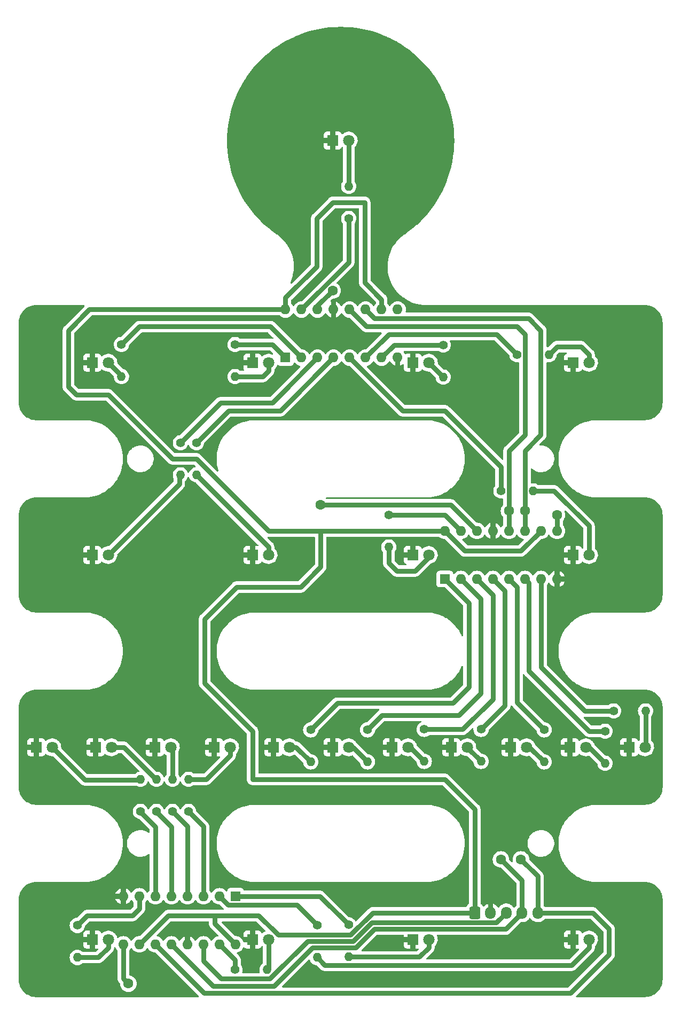
<source format=gbr>
G04 #@! TF.GenerationSoftware,KiCad,Pcbnew,(6.0.10-0)*
G04 #@! TF.CreationDate,2023-04-09T16:04:02+02:00*
G04 #@! TF.ProjectId,Uhr,5568722e-6b69-4636-9164-5f7063625858,rev?*
G04 #@! TF.SameCoordinates,PX3ef08c8PYb9f76bf*
G04 #@! TF.FileFunction,Copper,L2,Bot*
G04 #@! TF.FilePolarity,Positive*
%FSLAX46Y46*%
G04 Gerber Fmt 4.6, Leading zero omitted, Abs format (unit mm)*
G04 Created by KiCad (PCBNEW (6.0.10-0)) date 2023-04-09 16:04:02*
%MOMM*%
%LPD*%
G01*
G04 APERTURE LIST*
G04 Aperture macros list*
%AMRoundRect*
0 Rectangle with rounded corners*
0 $1 Rounding radius*
0 $2 $3 $4 $5 $6 $7 $8 $9 X,Y pos of 4 corners*
0 Add a 4 corners polygon primitive as box body*
4,1,4,$2,$3,$4,$5,$6,$7,$8,$9,$2,$3,0*
0 Add four circle primitives for the rounded corners*
1,1,$1+$1,$2,$3*
1,1,$1+$1,$4,$5*
1,1,$1+$1,$6,$7*
1,1,$1+$1,$8,$9*
0 Add four rect primitives between the rounded corners*
20,1,$1+$1,$2,$3,$4,$5,0*
20,1,$1+$1,$4,$5,$6,$7,0*
20,1,$1+$1,$6,$7,$8,$9,0*
20,1,$1+$1,$8,$9,$2,$3,0*%
G04 Aperture macros list end*
G04 #@! TA.AperFunction,ComponentPad*
%ADD10C,1.400000*%
G04 #@! TD*
G04 #@! TA.AperFunction,ComponentPad*
%ADD11O,1.400000X1.400000*%
G04 #@! TD*
G04 #@! TA.AperFunction,ComponentPad*
%ADD12R,1.600000X1.600000*%
G04 #@! TD*
G04 #@! TA.AperFunction,ComponentPad*
%ADD13O,1.600000X1.600000*%
G04 #@! TD*
G04 #@! TA.AperFunction,ComponentPad*
%ADD14RoundRect,0.250000X-0.600000X-0.725000X0.600000X-0.725000X0.600000X0.725000X-0.600000X0.725000X0*%
G04 #@! TD*
G04 #@! TA.AperFunction,ComponentPad*
%ADD15O,1.700000X1.950000*%
G04 #@! TD*
G04 #@! TA.AperFunction,ComponentPad*
%ADD16R,1.800000X1.800000*%
G04 #@! TD*
G04 #@! TA.AperFunction,ComponentPad*
%ADD17C,1.800000*%
G04 #@! TD*
G04 #@! TA.AperFunction,ViaPad*
%ADD18C,1.600000*%
G04 #@! TD*
G04 #@! TA.AperFunction,ViaPad*
%ADD19C,1.000000*%
G04 #@! TD*
G04 #@! TA.AperFunction,Conductor*
%ADD20C,0.800000*%
G04 #@! TD*
G04 APERTURE END LIST*
D10*
X8890000Y63500000D03*
D11*
X8890000Y58420000D03*
D10*
X57150000Y55880000D03*
D11*
X62230000Y55880000D03*
D12*
X23000000Y77000000D03*
D13*
X25540000Y77000000D03*
X28080000Y77000000D03*
X30620000Y77000000D03*
X33160000Y77000000D03*
X35700000Y77000000D03*
X38240000Y77000000D03*
X40780000Y77000000D03*
X40780000Y84620000D03*
X38240000Y84620000D03*
X35700000Y84620000D03*
X33160000Y84620000D03*
X30620000Y84620000D03*
X28080000Y84620000D03*
X25540000Y84620000D03*
X23000000Y84620000D03*
D10*
X59690000Y77470000D03*
D11*
X64770000Y77470000D03*
D10*
X75000000Y21000000D03*
D11*
X80080000Y21000000D03*
D10*
X33020000Y99060000D03*
D11*
X33020000Y104140000D03*
D10*
X15000000Y79080000D03*
D11*
X15000000Y74000000D03*
D10*
X54000000Y18080000D03*
D11*
X54000000Y13000000D03*
D10*
X33000000Y-12920000D03*
D11*
X33000000Y-18000000D03*
D10*
X-3000000Y79080000D03*
D11*
X-3000000Y74000000D03*
D10*
X6350000Y63500000D03*
D11*
X6350000Y58420000D03*
D10*
X48000000Y79000000D03*
D11*
X48000000Y73920000D03*
D10*
X2540000Y5080000D03*
D11*
X2540000Y10160000D03*
D10*
X5080000Y5080000D03*
D11*
X5080000Y10160000D03*
D10*
X0Y5080000D03*
D11*
X0Y10160000D03*
D10*
X45000000Y18080000D03*
D11*
X45000000Y13000000D03*
D10*
X36000000Y18000000D03*
D11*
X36000000Y12920000D03*
D10*
X27000000Y18000000D03*
D11*
X27000000Y12920000D03*
D10*
X39370000Y52070000D03*
D11*
X39370000Y46990000D03*
D10*
X73660000Y17780000D03*
D11*
X73660000Y12700000D03*
D14*
X53000000Y-11000000D03*
D15*
X55500000Y-11000000D03*
X58000000Y-11000000D03*
X60500000Y-11000000D03*
X63000000Y-11000000D03*
D10*
X15000000Y-20000000D03*
D11*
X20080000Y-20000000D03*
D12*
X48260000Y41910000D03*
D13*
X50800000Y41910000D03*
X53340000Y41910000D03*
X55880000Y41910000D03*
X58420000Y41910000D03*
X60960000Y41910000D03*
X63500000Y41910000D03*
X66040000Y41910000D03*
X66040000Y49530000D03*
X63500000Y49530000D03*
X60960000Y49530000D03*
X58420000Y49530000D03*
X55880000Y49530000D03*
X53340000Y49530000D03*
X50800000Y49530000D03*
X48260000Y49530000D03*
D10*
X7620000Y5080000D03*
D11*
X7620000Y10160000D03*
D10*
X-10000000Y-13000000D03*
D11*
X-10000000Y-18080000D03*
D10*
X64000000Y18000000D03*
D11*
X64000000Y12920000D03*
D12*
X15080000Y-8380000D03*
D13*
X12540000Y-8380000D03*
X10000000Y-8380000D03*
X7460000Y-8380000D03*
X4920000Y-8380000D03*
X2380000Y-8380000D03*
X-160000Y-8380000D03*
X-2700000Y-8380000D03*
X-2700000Y-16000000D03*
X-160000Y-16000000D03*
X2380000Y-16000000D03*
X4920000Y-16000000D03*
X7460000Y-16000000D03*
X10000000Y-16000000D03*
X12540000Y-16000000D03*
X15080000Y-16000000D03*
D10*
X28000000Y-13000000D03*
D11*
X28000000Y-18080000D03*
D16*
X68580000Y76200000D03*
D17*
X71120000Y76200000D03*
D16*
X77470000Y15240000D03*
D17*
X80010000Y15240000D03*
D16*
X30480000Y111408000D03*
D17*
X33020000Y111408000D03*
D16*
X11684000Y15240000D03*
D17*
X14224000Y15240000D03*
D16*
X68072000Y15240000D03*
D17*
X70612000Y15240000D03*
D16*
X39878000Y15240000D03*
D17*
X42418000Y15240000D03*
D16*
X30480000Y15240000D03*
D17*
X33020000Y15240000D03*
D16*
X21082000Y15240000D03*
D17*
X23622000Y15240000D03*
D16*
X-16510000Y15240000D03*
D17*
X-13970000Y15240000D03*
D16*
X-7112000Y15240000D03*
D17*
X-4572000Y15240000D03*
D16*
X2286000Y15240000D03*
D17*
X4826000Y15240000D03*
D16*
X49276000Y15240000D03*
D17*
X51816000Y15240000D03*
D16*
X58674000Y15240000D03*
D17*
X61214000Y15240000D03*
D16*
X43180000Y76200000D03*
D17*
X45720000Y76200000D03*
D16*
X-7620000Y76200000D03*
D17*
X-5080000Y76200000D03*
D16*
X-7620000Y-15240000D03*
D17*
X-5080000Y-15240000D03*
D16*
X17780000Y-15240000D03*
D17*
X20320000Y-15240000D03*
D16*
X43180000Y-15240000D03*
D17*
X45720000Y-15240000D03*
D16*
X68580000Y-15240000D03*
D17*
X71120000Y-15240000D03*
D16*
X-7620000Y45720000D03*
D17*
X-5080000Y45720000D03*
D16*
X68580000Y45720000D03*
D17*
X71120000Y45720000D03*
D16*
X43180000Y45720000D03*
D17*
X45720000Y45720000D03*
D16*
X17780000Y45720000D03*
D17*
X20320000Y45720000D03*
D16*
X17780000Y76200000D03*
D17*
X20320000Y76200000D03*
D18*
X38735000Y-8255000D03*
X38735000Y-15875000D03*
X-7620000Y78740000D03*
X3175000Y-20955000D03*
X66040000Y-15240000D03*
X-15240000Y78740000D03*
X6350000Y-13970000D03*
D19*
X17780000Y-18415000D03*
D18*
X56515000Y71120000D03*
X66040000Y-7620000D03*
X54610000Y59055000D03*
X66040000Y71120000D03*
X54610000Y66040000D03*
X8890000Y-13970000D03*
X66040000Y52070000D03*
X30480000Y87630000D03*
X-1905040Y-22225000D03*
X28575000Y53649931D03*
X58420000Y52705000D03*
X57150000Y-2540000D03*
X60325000Y-2540000D03*
X60960000Y52705000D03*
D20*
X48000000Y73920000D02*
X45720000Y76200000D01*
X66040000Y49530000D02*
X66040000Y52070000D01*
X28080000Y85230000D02*
X30480000Y87630000D01*
X28080000Y84620000D02*
X28080000Y85230000D01*
X6160000Y58420000D02*
X6160000Y56960000D01*
X6160000Y56960000D02*
X-5080000Y45720000D01*
X8890000Y58420000D02*
X20320000Y46990000D01*
X20320000Y46990000D02*
X20320000Y45720000D01*
X62230000Y55880000D02*
X65572002Y55880000D01*
X71120000Y50332002D02*
X71120000Y45720000D01*
X65572002Y55880000D02*
X71120000Y50332002D01*
X48000000Y79000000D02*
X40240000Y79000000D01*
X40240000Y79000000D02*
X38240000Y77000000D01*
X6350000Y63500000D02*
X12700000Y69850000D01*
X12700000Y69850000D02*
X20930000Y69850000D01*
X20930000Y69850000D02*
X28080000Y77000000D01*
X13970000Y68580000D02*
X8890000Y63500000D01*
X30620000Y77000000D02*
X22200000Y68580000D01*
X22200000Y68580000D02*
X13970000Y68580000D01*
X57150000Y55880000D02*
X57150000Y59690000D01*
X41580000Y68580000D02*
X33160000Y77000000D01*
X57150000Y59690000D02*
X48260000Y68580000D01*
X48260000Y68580000D02*
X41580000Y68580000D01*
X49220069Y53649931D02*
X28575000Y53649931D01*
X-2700000Y-21430040D02*
X-1905040Y-22225000D01*
X53340000Y49530000D02*
X49220069Y53649931D01*
X-2700000Y-16000000D02*
X-2700000Y-21430040D01*
X66040000Y78740000D02*
X69852792Y78740000D01*
X64770000Y77470000D02*
X66040000Y78740000D01*
X71120000Y77472792D02*
X71120000Y76200000D01*
X69852792Y78740000D02*
X71120000Y77472792D01*
X80080000Y21000000D02*
X80080000Y15310000D01*
X33020000Y104140000D02*
X33020000Y111408000D01*
X19392792Y74000000D02*
X20320000Y74927208D01*
X20320000Y74927208D02*
X20320000Y76200000D01*
X15000000Y74000000D02*
X19392792Y74000000D01*
X-3000000Y74120000D02*
X-5080000Y76200000D01*
X5080000Y10000000D02*
X5080000Y14986000D01*
X2540000Y10080000D02*
X-2620000Y15240000D01*
X-2620000Y15240000D02*
X-4572000Y15240000D01*
X0Y10080000D02*
X-8810000Y10080000D01*
X-8810000Y10080000D02*
X-13970000Y15240000D01*
X-6647208Y-18080000D02*
X-10000000Y-18080000D01*
X-5080000Y-16512792D02*
X-6647208Y-18080000D01*
X-5080000Y-15240000D02*
X-5080000Y-16512792D01*
X45720000Y45379998D02*
X43520002Y43180000D01*
X40640000Y43180000D02*
X39370000Y44450000D01*
X39370000Y44450000D02*
X39370000Y46990000D01*
X43520002Y43180000D02*
X40640000Y43180000D01*
X24680000Y15240000D02*
X27000000Y12920000D01*
X23622000Y15240000D02*
X24680000Y15240000D01*
X33020000Y15240000D02*
X33680000Y15240000D01*
X33680000Y15240000D02*
X36000000Y12920000D01*
X42760000Y15240000D02*
X45000000Y13000000D01*
X51816000Y15184000D02*
X54000000Y13000000D01*
X61680000Y15240000D02*
X64000000Y12920000D01*
X70612000Y15240000D02*
X71120000Y15240000D01*
X71120000Y15240000D02*
X73660000Y12700000D01*
X20320000Y-15240000D02*
X20320000Y-19760000D01*
X20320000Y-19760000D02*
X20080000Y-20000000D01*
X33000000Y-18000000D02*
X44232792Y-18000000D01*
X44232792Y-18000000D02*
X45720000Y-16512792D01*
X45720000Y-16512792D02*
X45720000Y-15240000D01*
X71120000Y-16512792D02*
X71120000Y-15240000D01*
X29220001Y-19300001D02*
X68332791Y-19300001D01*
X28000000Y-18080000D02*
X29220001Y-19300001D01*
X68332791Y-19300001D02*
X71120000Y-16512792D01*
X14224000Y13967208D02*
X14224000Y15240000D01*
X7620000Y10160000D02*
X10416792Y10160000D01*
X10416792Y10160000D02*
X14224000Y13967208D01*
X57924980Y-13575020D02*
X37097434Y-13575020D01*
X11526000Y-22606000D02*
X4920000Y-16000000D01*
X58420000Y62230000D02*
X58420000Y52705000D01*
X60500000Y-5890000D02*
X57150000Y-2540000D01*
X60960000Y78124002D02*
X60990001Y78094001D01*
X58420000Y49530000D02*
X58420000Y52705000D01*
X60990001Y76845999D02*
X60960000Y76815998D01*
X60500000Y-11000000D02*
X57924980Y-13575020D01*
X60960000Y76815998D02*
X60960000Y64770000D01*
X60500000Y-11000000D02*
X60500000Y-5890000D01*
X60990001Y78094001D02*
X60990001Y76845999D01*
X33160000Y84620000D02*
X35865000Y81915000D01*
X60960000Y64770000D02*
X58420000Y62230000D01*
X59690000Y81915000D02*
X60960000Y80645000D01*
X21209000Y-22606000D02*
X11526000Y-22606000D01*
X34152436Y-16520019D02*
X27294981Y-16520019D01*
X60960000Y80645000D02*
X60960000Y78124002D01*
X37097434Y-13575020D02*
X34152436Y-16520019D01*
X35865000Y81915000D02*
X59690000Y81915000D01*
X27294981Y-16520019D02*
X21209000Y-22606000D01*
X2380000Y-16000000D02*
X10129000Y-23749000D01*
X35700000Y84620000D02*
X37100001Y83219999D01*
X68199000Y-23749000D02*
X74295000Y-17653000D01*
X61560001Y83219999D02*
X63469999Y81310001D01*
X63000000Y-5215000D02*
X60325000Y-2540000D01*
X71706000Y-11000000D02*
X63000000Y-11000000D01*
X63000000Y-11000000D02*
X63000000Y-5215000D01*
X63469999Y81310001D02*
X63469999Y64739999D01*
X37100001Y83219999D02*
X61560001Y83219999D01*
X74295000Y-13589000D02*
X71706000Y-11000000D01*
X10129000Y-23749000D02*
X68199000Y-23749000D01*
X74295000Y-17653000D02*
X74295000Y-13589000D01*
X60960000Y49530000D02*
X60960000Y52705000D01*
X60960000Y62230000D02*
X60960000Y52705000D01*
X63469999Y64739999D02*
X60960000Y62230000D01*
X12827000Y-21463000D02*
X20537000Y-21463000D01*
X36683218Y-12575010D02*
X56424990Y-12575010D01*
X56424990Y-12575010D02*
X58000000Y-11000000D01*
X26479991Y-15520009D02*
X33738219Y-15520009D01*
X33738219Y-15520009D02*
X36683218Y-12575010D01*
X10000000Y-16000000D02*
X10000000Y-18636000D01*
X10000000Y-18636000D02*
X12827000Y-21463000D01*
X20537000Y-21463000D02*
X26479991Y-15520009D01*
X20320000Y49530000D02*
X8890000Y60960000D01*
X27940000Y99060000D02*
X30480000Y101600000D01*
X17780000Y17780000D02*
X10160000Y25400000D01*
X53000000Y-11000000D02*
X53000000Y5420000D01*
X53000000Y-11000000D02*
X36844002Y-11000000D01*
X17780000Y10160000D02*
X17780000Y17780000D01*
X8890000Y60960000D02*
X5080000Y60960000D01*
X51435000Y46355000D02*
X60325000Y46355000D01*
X-8090000Y84620000D02*
X23000000Y84620000D01*
X18730002Y-11430000D02*
X11780000Y-11430000D01*
X23000000Y86500000D02*
X27940000Y91440000D01*
X28575000Y49530000D02*
X48260000Y49530000D01*
X60325000Y46355000D02*
X63500000Y49530000D01*
X10160000Y25400000D02*
X10160000Y35560000D01*
X21820001Y-14519999D02*
X18730002Y-11430000D01*
X30480000Y101600000D02*
X35560000Y101600000D01*
X36844002Y-11000000D02*
X33324003Y-14519999D01*
X48260000Y49530000D02*
X51435000Y46355000D01*
X-160000Y-16000000D02*
X4410000Y-11430000D01*
X5080000Y60960000D02*
X-5080000Y71120000D01*
X11780000Y-11430000D02*
X11780000Y-12700000D01*
X-5080000Y71120000D02*
X-10160000Y71120000D01*
X33324003Y-14519999D02*
X21820001Y-14519999D01*
X27940000Y91440000D02*
X27940000Y99060000D01*
X25400000Y40640000D02*
X28575000Y43815000D01*
X28575000Y43815000D02*
X28575000Y49530000D01*
X-11430000Y72390000D02*
X-11430000Y81280000D01*
X11780000Y-12700000D02*
X15080000Y-16000000D01*
X4410000Y-11430000D02*
X12700000Y-11430000D01*
X48260000Y10160000D02*
X17780000Y10160000D01*
X38240000Y86220000D02*
X38240000Y84620000D01*
X15240000Y40640000D02*
X25400000Y40640000D01*
X10160000Y35560000D02*
X15240000Y40640000D01*
X35560000Y88900000D02*
X38240000Y86220000D01*
X28575000Y49530000D02*
X20320000Y49530000D01*
X35560000Y101600000D02*
X35560000Y88900000D01*
X-10160000Y71120000D02*
X-11430000Y72390000D01*
X-11430000Y81280000D02*
X-8090000Y84620000D01*
X53000000Y5420000D02*
X48260000Y10160000D01*
X23000000Y84620000D02*
X23000000Y86500000D01*
X59690000Y77470000D02*
X56515000Y80645000D01*
X39345000Y80645000D02*
X35700000Y77000000D01*
X56515000Y80645000D02*
X39345000Y80645000D01*
X63500000Y41910000D02*
X63500000Y27940000D01*
X63500000Y27940000D02*
X70440000Y21000000D01*
X70440000Y21000000D02*
X75000000Y21000000D01*
X33020000Y99060000D02*
X33020000Y92100000D01*
X25540000Y84620000D02*
X33020000Y92100000D01*
X20920000Y79080000D02*
X15000000Y79080000D01*
X23000000Y77000000D02*
X20920000Y79080000D01*
X25540000Y77000000D02*
X20625000Y81915000D01*
X20625000Y81915000D02*
X-165000Y81915000D01*
X-165000Y81915000D02*
X-3000000Y79080000D01*
X5240000Y4920000D02*
X7460000Y2700000D01*
X7460000Y2700000D02*
X7460000Y-8380000D01*
X4920000Y2620000D02*
X4920000Y-8380000D01*
X2540000Y5000000D02*
X4920000Y2620000D01*
X0Y5000000D02*
X2380000Y2620000D01*
X2380000Y2620000D02*
X2380000Y-8380000D01*
X-1270000Y-11430000D02*
X-8430000Y-11430000D01*
X-160000Y-8380000D02*
X-160000Y-10320000D01*
X-160000Y-10320000D02*
X-1270000Y-11430000D01*
X-8430000Y-11430000D02*
X-10000000Y-13000000D01*
X48260000Y52070000D02*
X50800000Y49530000D01*
X39370000Y52070000D02*
X48260000Y52070000D01*
X52070000Y38100000D02*
X52070000Y24765000D01*
X52070000Y24765000D02*
X49530000Y22225000D01*
X48260000Y41910000D02*
X52070000Y38100000D01*
X31225000Y22225000D02*
X27000000Y18000000D01*
X49530000Y22225000D02*
X31225000Y22225000D01*
X38320000Y20320000D02*
X36000000Y18000000D01*
X53975000Y38735000D02*
X53975000Y23812500D01*
X53975000Y23812500D02*
X50482500Y20320000D01*
X50482500Y20320000D02*
X38320000Y20320000D01*
X50800000Y41910000D02*
X53975000Y38735000D01*
X55880000Y22860000D02*
X51100000Y18080000D01*
X55880000Y39370000D02*
X55880000Y22860000D01*
X51100000Y18080000D02*
X45000000Y18080000D01*
X53340000Y41910000D02*
X55880000Y39370000D01*
X55880000Y41910000D02*
X57785000Y40005000D01*
X57785000Y40005000D02*
X57785000Y21865000D01*
X57785000Y21865000D02*
X54000000Y18080000D01*
X59690000Y40640000D02*
X59690000Y22310000D01*
X59690000Y22310000D02*
X64000000Y18000000D01*
X58420000Y41910000D02*
X59690000Y40640000D01*
X61595000Y27305000D02*
X71120000Y17780000D01*
X71120000Y17780000D02*
X73660000Y17780000D01*
X61595000Y41275000D02*
X61595000Y27305000D01*
X60960000Y41910000D02*
X61595000Y41275000D01*
X15000000Y-18460000D02*
X12540000Y-16000000D01*
X15000000Y-20000000D02*
X15000000Y-18460000D01*
X28460000Y-8380000D02*
X33000000Y-12920000D01*
X15080000Y-8380000D02*
X28460000Y-8380000D01*
X12540000Y-8380000D02*
X13940001Y-9780001D01*
X13940001Y-9780001D02*
X24780001Y-9780001D01*
X24780001Y-9780001D02*
X28000000Y-13000000D01*
X10000000Y2700000D02*
X10000000Y-8380000D01*
X7620000Y5080000D02*
X10000000Y2700000D01*
G04 #@! TA.AperFunction,Conductor*
G36*
X-8909382Y85301498D02*
G01*
X-8862889Y85247842D01*
X-8852785Y85177568D01*
X-8882279Y85112988D01*
X-8888408Y85106405D01*
X-12014832Y81979981D01*
X-12029865Y81967140D01*
X-12041253Y81958866D01*
X-12045673Y81953957D01*
X-12087016Y81908041D01*
X-12091557Y81903256D01*
X-12106072Y81888741D01*
X-12108148Y81886177D01*
X-12118994Y81872784D01*
X-12123278Y81867769D01*
X-12164619Y81821855D01*
X-12164623Y81821850D01*
X-12169040Y81816944D01*
X-12172340Y81811228D01*
X-12172343Y81811224D01*
X-12176073Y81804763D01*
X-12187273Y81788467D01*
X-12196129Y81777530D01*
X-12227185Y81716579D01*
X-12230331Y81710785D01*
X-12264527Y81651556D01*
X-12266568Y81645274D01*
X-12266569Y81645272D01*
X-12268875Y81638174D01*
X-12276440Y81619908D01*
X-12282829Y81607370D01*
X-12284537Y81600997D01*
X-12284537Y81600996D01*
X-12300531Y81541305D01*
X-12302400Y81534997D01*
X-12323542Y81469928D01*
X-12324232Y81463363D01*
X-12324234Y81463354D01*
X-12325015Y81455925D01*
X-12328617Y81436491D01*
X-12330547Y81429286D01*
X-12332257Y81422903D01*
X-12332602Y81416312D01*
X-12332603Y81416308D01*
X-12335836Y81354616D01*
X-12336353Y81348042D01*
X-12337412Y81337964D01*
X-12338500Y81327610D01*
X-12338500Y81307074D01*
X-12338673Y81300480D01*
X-12341776Y81241264D01*
X-12342252Y81232190D01*
X-12341220Y81225675D01*
X-12340051Y81218295D01*
X-12338500Y81198583D01*
X-12338500Y72471417D01*
X-12340051Y72451708D01*
X-12342252Y72437810D01*
X-12341907Y72431223D01*
X-12341907Y72431218D01*
X-12338673Y72369520D01*
X-12338500Y72362926D01*
X-12338500Y72342390D01*
X-12338156Y72339118D01*
X-12338156Y72339116D01*
X-12336353Y72321958D01*
X-12335836Y72315384D01*
X-12332257Y72247097D01*
X-12330547Y72240716D01*
X-12330547Y72240714D01*
X-12328617Y72233509D01*
X-12325015Y72214075D01*
X-12324234Y72206646D01*
X-12324232Y72206637D01*
X-12323542Y72200072D01*
X-12302400Y72135003D01*
X-12300533Y72128701D01*
X-12282829Y72062630D01*
X-12276441Y72050093D01*
X-12268875Y72031827D01*
X-12264527Y72018444D01*
X-12261224Y72012722D01*
X-12261223Y72012721D01*
X-12230333Y71959218D01*
X-12227186Y71953423D01*
X-12196129Y71892470D01*
X-12191976Y71887342D01*
X-12191975Y71887340D01*
X-12187273Y71881534D01*
X-12176073Y71865237D01*
X-12172343Y71858776D01*
X-12172340Y71858772D01*
X-12169040Y71853056D01*
X-12164623Y71848150D01*
X-12164619Y71848145D01*
X-12123278Y71802231D01*
X-12118994Y71797216D01*
X-12116176Y71793736D01*
X-12106072Y71781259D01*
X-12091557Y71766744D01*
X-12087016Y71761959D01*
X-12041253Y71711134D01*
X-12035914Y71707255D01*
X-12035913Y71707254D01*
X-12029865Y71702860D01*
X-12014832Y71690019D01*
X-10859981Y70535168D01*
X-10847140Y70520135D01*
X-10838866Y70508747D01*
X-10833957Y70504327D01*
X-10788041Y70462984D01*
X-10783256Y70458443D01*
X-10768741Y70443928D01*
X-10761282Y70437888D01*
X-10752784Y70431006D01*
X-10747769Y70426722D01*
X-10701855Y70385381D01*
X-10701850Y70385377D01*
X-10696944Y70380960D01*
X-10691228Y70377660D01*
X-10691224Y70377657D01*
X-10684763Y70373927D01*
X-10668467Y70362727D01*
X-10657530Y70353871D01*
X-10596579Y70322815D01*
X-10590785Y70319669D01*
X-10531556Y70285473D01*
X-10525274Y70283432D01*
X-10525272Y70283431D01*
X-10518174Y70281125D01*
X-10499908Y70273560D01*
X-10487370Y70267171D01*
X-10480994Y70265462D01*
X-10480990Y70265461D01*
X-10421315Y70249471D01*
X-10414990Y70247598D01*
X-10349928Y70226458D01*
X-10343360Y70225768D01*
X-10343356Y70225767D01*
X-10335939Y70224988D01*
X-10316492Y70221384D01*
X-10302904Y70217743D01*
X-10296305Y70217397D01*
X-10296304Y70217397D01*
X-10234615Y70214164D01*
X-10228040Y70213647D01*
X-10213778Y70212148D01*
X-10207610Y70211500D01*
X-10187075Y70211500D01*
X-10180481Y70211327D01*
X-10118783Y70208093D01*
X-10118778Y70208093D01*
X-10112191Y70207748D01*
X-10098293Y70209949D01*
X-10078584Y70211500D01*
X-5508503Y70211500D01*
X-5440382Y70191498D01*
X-5419408Y70174595D01*
X4380019Y60375168D01*
X4392860Y60360135D01*
X4401134Y60348747D01*
X4406043Y60344327D01*
X4451959Y60302984D01*
X4456744Y60298443D01*
X4471259Y60283928D01*
X4473823Y60281852D01*
X4487216Y60271006D01*
X4492231Y60266722D01*
X4538145Y60225381D01*
X4538150Y60225377D01*
X4543056Y60220960D01*
X4548772Y60217660D01*
X4548776Y60217657D01*
X4555237Y60213927D01*
X4571533Y60202727D01*
X4582470Y60193871D01*
X4588348Y60190876D01*
X4588351Y60190874D01*
X4643426Y60162812D01*
X4649223Y60159664D01*
X4702723Y60128776D01*
X4708444Y60125473D01*
X4721826Y60121125D01*
X4740085Y60113562D01*
X4752630Y60107170D01*
X4759000Y60105463D01*
X4759003Y60105462D01*
X4798074Y60094993D01*
X4818712Y60089463D01*
X4825025Y60087593D01*
X4890072Y60066458D01*
X4904075Y60064986D01*
X4923504Y60061385D01*
X4937097Y60057743D01*
X4943694Y60057397D01*
X4943696Y60057397D01*
X5005384Y60054164D01*
X5011958Y60053647D01*
X5029116Y60051844D01*
X5029118Y60051844D01*
X5032390Y60051500D01*
X5052926Y60051500D01*
X5059520Y60051327D01*
X5121218Y60048093D01*
X5121223Y60048093D01*
X5127810Y60047748D01*
X5141708Y60049949D01*
X5161417Y60051500D01*
X8461497Y60051500D01*
X8529618Y60031498D01*
X8550592Y60014595D01*
X8739119Y59826068D01*
X8773145Y59763756D01*
X8768080Y59692941D01*
X8725533Y59636105D01*
X8679003Y59615962D01*
X8679345Y59614686D01*
X8480400Y59561379D01*
X8480398Y59561378D01*
X8475090Y59559956D01*
X8470109Y59557634D01*
X8470108Y59557633D01*
X8288423Y59472912D01*
X8288420Y59472910D01*
X8283442Y59470589D01*
X8110224Y59349301D01*
X7960699Y59199776D01*
X7839411Y59026558D01*
X7837090Y59021580D01*
X7837088Y59021577D01*
X7757870Y58851693D01*
X7750044Y58834910D01*
X7748622Y58829602D01*
X7748621Y58829600D01*
X7741707Y58803796D01*
X7704755Y58743173D01*
X7640894Y58712152D01*
X7570400Y58720580D01*
X7515653Y58765783D01*
X7498293Y58803796D01*
X7491379Y58829600D01*
X7491378Y58829602D01*
X7489956Y58834910D01*
X7482130Y58851693D01*
X7402912Y59021577D01*
X7402910Y59021580D01*
X7400589Y59026558D01*
X7279301Y59199776D01*
X7129776Y59349301D01*
X6956558Y59470589D01*
X6951580Y59472910D01*
X6951577Y59472912D01*
X6769892Y59557633D01*
X6769891Y59557634D01*
X6764910Y59559956D01*
X6759602Y59561378D01*
X6759600Y59561379D01*
X6565970Y59613262D01*
X6565968Y59613262D01*
X6560655Y59614686D01*
X6350000Y59633116D01*
X6139345Y59614686D01*
X6134032Y59613262D01*
X6134030Y59613262D01*
X5940400Y59561379D01*
X5940398Y59561378D01*
X5935090Y59559956D01*
X5930109Y59557634D01*
X5930108Y59557633D01*
X5748423Y59472912D01*
X5748420Y59472910D01*
X5743442Y59470589D01*
X5570224Y59349301D01*
X5420699Y59199776D01*
X5299411Y59026558D01*
X5297090Y59021580D01*
X5297088Y59021577D01*
X5217870Y58851693D01*
X5210044Y58834910D01*
X5155314Y58630655D01*
X5136884Y58420000D01*
X5155314Y58209345D01*
X5156738Y58204032D01*
X5156738Y58204030D01*
X5202325Y58033899D01*
X5210044Y58005090D01*
X5212367Y58000109D01*
X5212367Y58000108D01*
X5239695Y57941503D01*
X5251500Y57888253D01*
X5251500Y57388503D01*
X5231498Y57320382D01*
X5214595Y57299408D01*
X-4920084Y47164729D01*
X-4982396Y47130703D01*
X-5010714Y47127833D01*
X-5137297Y47129380D01*
X-5173420Y47129821D01*
X-5173422Y47129821D01*
X-5178589Y47129884D01*
X-5407536Y47094850D01*
X-5627686Y47022894D01*
X-5632274Y47020506D01*
X-5632278Y47020504D01*
X-5795233Y46935675D01*
X-5833128Y46915948D01*
X-5837261Y46912845D01*
X-5837264Y46912843D01*
X-6014210Y46779988D01*
X-6018345Y46776883D01*
X-6021917Y46773145D01*
X-6036213Y46758185D01*
X-6097737Y46722755D01*
X-6168649Y46726212D01*
X-6226436Y46767457D01*
X-6245289Y46801006D01*
X-6266676Y46858054D01*
X-6275214Y46873649D01*
X-6351715Y46975724D01*
X-6364276Y46988285D01*
X-6466351Y47064786D01*
X-6481946Y47073324D01*
X-6602394Y47118478D01*
X-6617649Y47122105D01*
X-6668514Y47127631D01*
X-6675328Y47128000D01*
X-7201885Y47128000D01*
X-7217124Y47123525D01*
X-7218329Y47122135D01*
X-7220000Y47114452D01*
X-7220000Y44330116D01*
X-7215525Y44314877D01*
X-7214135Y44313672D01*
X-7206452Y44312001D01*
X-6675331Y44312001D01*
X-6668510Y44312371D01*
X-6617648Y44317895D01*
X-6602396Y44321521D01*
X-6481946Y44366676D01*
X-6466351Y44375214D01*
X-6364276Y44451715D01*
X-6351715Y44464276D01*
X-6275214Y44566351D01*
X-6266676Y44581946D01*
X-6245227Y44639160D01*
X-6202585Y44695925D01*
X-6136023Y44720624D01*
X-6066675Y44705416D01*
X-6046760Y44691874D01*
X-5890651Y44562270D01*
X-5690678Y44445416D01*
X-5474306Y44362791D01*
X-5469240Y44361760D01*
X-5469239Y44361760D01*
X-5416154Y44350960D01*
X-5247344Y44316615D01*
X-5116676Y44311824D01*
X-5021051Y44308317D01*
X-5021047Y44308317D01*
X-5015887Y44308128D01*
X-5010767Y44308784D01*
X-5010765Y44308784D01*
X-4911332Y44321522D01*
X-4786153Y44337558D01*
X-4781205Y44339043D01*
X-4781198Y44339044D01*
X-4569253Y44402631D01*
X-4564310Y44404114D01*
X-4559676Y44406384D01*
X-4360951Y44503738D01*
X-4360948Y44503740D01*
X-4356316Y44506009D01*
X-4167757Y44640506D01*
X-4032461Y44775331D01*
X16372001Y44775331D01*
X16372371Y44768510D01*
X16377895Y44717648D01*
X16381521Y44702396D01*
X16426676Y44581946D01*
X16435214Y44566351D01*
X16511715Y44464276D01*
X16524276Y44451715D01*
X16626351Y44375214D01*
X16641946Y44366676D01*
X16762394Y44321522D01*
X16777649Y44317895D01*
X16828514Y44312369D01*
X16835328Y44312000D01*
X17361885Y44312000D01*
X17377124Y44316475D01*
X17378329Y44317865D01*
X17380000Y44325548D01*
X17380000Y45301885D01*
X17375525Y45317124D01*
X17374135Y45318329D01*
X17366452Y45320000D01*
X16390116Y45320000D01*
X16374877Y45315525D01*
X16373672Y45314135D01*
X16372001Y45306452D01*
X16372001Y44775331D01*
X-4032461Y44775331D01*
X-4003697Y44803995D01*
X-3868542Y44992083D01*
X-3765922Y45199720D01*
X-3698592Y45421329D01*
X-3668360Y45650959D01*
X-3667727Y45676852D01*
X-3666755Y45716635D01*
X-3666755Y45716639D01*
X-3666673Y45720000D01*
X-3671655Y45780594D01*
X-3657302Y45850124D01*
X-3635174Y45880013D01*
X-3377072Y46138115D01*
X16372000Y46138115D01*
X16376475Y46122876D01*
X16377865Y46121671D01*
X16385548Y46120000D01*
X17361885Y46120000D01*
X17377124Y46124475D01*
X17378329Y46125865D01*
X17380000Y46133548D01*
X17380000Y47109884D01*
X17375525Y47125123D01*
X17374135Y47126328D01*
X17366452Y47127999D01*
X16835331Y47127999D01*
X16828510Y47127629D01*
X16777648Y47122105D01*
X16762396Y47118479D01*
X16641946Y47073324D01*
X16626351Y47064786D01*
X16524276Y46988285D01*
X16511715Y46975724D01*
X16435214Y46873649D01*
X16426676Y46858054D01*
X16381522Y46737606D01*
X16377895Y46722351D01*
X16372369Y46671486D01*
X16372000Y46664672D01*
X16372000Y46138115D01*
X-3377072Y46138115D01*
X6744832Y56260019D01*
X6759865Y56272860D01*
X6765913Y56277254D01*
X6765914Y56277255D01*
X6771253Y56281134D01*
X6817016Y56331959D01*
X6821557Y56336744D01*
X6836072Y56351259D01*
X6848997Y56367220D01*
X6853269Y56372221D01*
X6894619Y56418145D01*
X6894623Y56418150D01*
X6899040Y56423056D01*
X6906073Y56435237D01*
X6917267Y56451526D01*
X6926129Y56462469D01*
X6930909Y56471849D01*
X6957188Y56523426D01*
X6960336Y56529223D01*
X6991223Y56582721D01*
X6991223Y56582722D01*
X6994527Y56588444D01*
X6998875Y56601827D01*
X7006441Y56620093D01*
X7007588Y56622343D01*
X7012829Y56632630D01*
X7016447Y56646129D01*
X7030529Y56698685D01*
X7032402Y56705009D01*
X7047193Y56750531D01*
X7053542Y56770072D01*
X7054701Y56781096D01*
X7055012Y56784061D01*
X7058617Y56803514D01*
X7060547Y56810715D01*
X7062257Y56817096D01*
X7065836Y56885385D01*
X7066353Y56891960D01*
X7068156Y56909118D01*
X7068500Y56912390D01*
X7068500Y56932925D01*
X7068673Y56939519D01*
X7071907Y57001217D01*
X7071907Y57001222D01*
X7072252Y57007809D01*
X7070051Y57021707D01*
X7068500Y57041416D01*
X7068500Y57382202D01*
X7088502Y57450323D01*
X7122234Y57485418D01*
X7125263Y57487539D01*
X7125264Y57487540D01*
X7129776Y57490699D01*
X7279301Y57640224D01*
X7400589Y57813442D01*
X7489956Y58005090D01*
X7498293Y58036204D01*
X7535245Y58096827D01*
X7599106Y58127848D01*
X7669600Y58119420D01*
X7724347Y58074217D01*
X7741707Y58036204D01*
X7750044Y58005090D01*
X7839411Y57813442D01*
X7960699Y57640224D01*
X8110224Y57490699D01*
X8283442Y57369411D01*
X8288420Y57367090D01*
X8288423Y57367088D01*
X8470108Y57282367D01*
X8475090Y57280044D01*
X8480398Y57278622D01*
X8480400Y57278621D01*
X8674030Y57226738D01*
X8674032Y57226738D01*
X8679345Y57225314D01*
X8765745Y57217755D01*
X8831863Y57191891D01*
X8843858Y57181329D01*
X18682092Y47343095D01*
X18716118Y47280783D01*
X18711053Y47209968D01*
X18668506Y47153132D01*
X18601986Y47128321D01*
X18592997Y47128000D01*
X18198115Y47128000D01*
X18182876Y47123525D01*
X18181671Y47122135D01*
X18180000Y47114452D01*
X18180000Y44330116D01*
X18184475Y44314877D01*
X18185865Y44313672D01*
X18193548Y44312001D01*
X18724669Y44312001D01*
X18731490Y44312371D01*
X18782352Y44317895D01*
X18797604Y44321521D01*
X18918054Y44366676D01*
X18933649Y44375214D01*
X19035724Y44451715D01*
X19048285Y44464276D01*
X19124786Y44566351D01*
X19133324Y44581946D01*
X19154773Y44639160D01*
X19197415Y44695925D01*
X19263977Y44720624D01*
X19333325Y44705416D01*
X19353240Y44691874D01*
X19509349Y44562270D01*
X19709322Y44445416D01*
X19925694Y44362791D01*
X19930760Y44361760D01*
X19930761Y44361760D01*
X19983846Y44350960D01*
X20152656Y44316615D01*
X20283324Y44311824D01*
X20378949Y44308317D01*
X20378953Y44308317D01*
X20384113Y44308128D01*
X20389233Y44308784D01*
X20389235Y44308784D01*
X20488668Y44321522D01*
X20613847Y44337558D01*
X20618795Y44339043D01*
X20618802Y44339044D01*
X20830747Y44402631D01*
X20835690Y44404114D01*
X20840324Y44406384D01*
X21039049Y44503738D01*
X21039052Y44503740D01*
X21043684Y44506009D01*
X21232243Y44640506D01*
X21396303Y44803995D01*
X21531458Y44992083D01*
X21634078Y45199720D01*
X21701408Y45421329D01*
X21731640Y45650959D01*
X21732273Y45676852D01*
X21733245Y45716635D01*
X21733245Y45716639D01*
X21733327Y45720000D01*
X21722629Y45850124D01*
X21714773Y45945682D01*
X21714772Y45945688D01*
X21714349Y45950833D01*
X21670384Y46125865D01*
X21659184Y46170456D01*
X21659183Y46170460D01*
X21657925Y46175467D01*
X21643771Y46208019D01*
X21567630Y46383132D01*
X21567628Y46383135D01*
X21565570Y46387869D01*
X21439764Y46582335D01*
X21283887Y46753642D01*
X21276404Y46759552D01*
X21235344Y46817470D01*
X21228500Y46858431D01*
X21228500Y46908583D01*
X21230051Y46928295D01*
X21231220Y46935675D01*
X21232252Y46942190D01*
X21229460Y46995475D01*
X21228673Y47010480D01*
X21228500Y47017074D01*
X21228500Y47037610D01*
X21228156Y47040884D01*
X21226353Y47058042D01*
X21225836Y47064616D01*
X21222603Y47126308D01*
X21222602Y47126312D01*
X21222257Y47132903D01*
X21220547Y47139286D01*
X21218617Y47146491D01*
X21215015Y47165925D01*
X21214234Y47173354D01*
X21214232Y47173363D01*
X21213542Y47179928D01*
X21192400Y47244997D01*
X21190531Y47251305D01*
X21187264Y47263500D01*
X21172829Y47317370D01*
X21166440Y47329908D01*
X21158875Y47348174D01*
X21156569Y47355272D01*
X21156568Y47355274D01*
X21154527Y47361556D01*
X21120331Y47420785D01*
X21117185Y47426579D01*
X21086129Y47487530D01*
X21077273Y47498467D01*
X21066073Y47514763D01*
X21062343Y47521224D01*
X21062340Y47521228D01*
X21059040Y47526944D01*
X21054623Y47531850D01*
X21054619Y47531855D01*
X21013278Y47577769D01*
X21008994Y47582784D01*
X20998148Y47596177D01*
X20996072Y47598741D01*
X20981557Y47613256D01*
X20977016Y47618041D01*
X20935673Y47663957D01*
X20931253Y47668866D01*
X20919865Y47677140D01*
X20904832Y47689981D01*
X20188408Y48406405D01*
X20154382Y48468717D01*
X20159447Y48539532D01*
X20201994Y48596368D01*
X20268514Y48621179D01*
X20277503Y48621500D01*
X20292926Y48621500D01*
X20299520Y48621327D01*
X20361218Y48618093D01*
X20361223Y48618093D01*
X20367810Y48617748D01*
X20381708Y48619949D01*
X20401417Y48621500D01*
X27540500Y48621500D01*
X27608621Y48601498D01*
X27655114Y48547842D01*
X27666500Y48495500D01*
X27666500Y44243503D01*
X27646498Y44175382D01*
X27629595Y44154408D01*
X25060592Y41585405D01*
X24998280Y41551379D01*
X24971497Y41548500D01*
X15321417Y41548500D01*
X15301708Y41550051D01*
X15287810Y41552252D01*
X15281223Y41551907D01*
X15281218Y41551907D01*
X15219520Y41548673D01*
X15212926Y41548500D01*
X15192390Y41548500D01*
X15189118Y41548156D01*
X15189116Y41548156D01*
X15171958Y41546353D01*
X15165384Y41545836D01*
X15103696Y41542603D01*
X15103694Y41542603D01*
X15097097Y41542257D01*
X15083504Y41538615D01*
X15064075Y41535014D01*
X15050072Y41533542D01*
X14985025Y41512407D01*
X14978712Y41510537D01*
X14976709Y41510000D01*
X14919003Y41494538D01*
X14919000Y41494537D01*
X14912630Y41492830D01*
X14900085Y41486438D01*
X14881826Y41478875D01*
X14868444Y41474527D01*
X14862723Y41471224D01*
X14809223Y41440336D01*
X14803426Y41437188D01*
X14748351Y41409126D01*
X14748348Y41409124D01*
X14742470Y41406129D01*
X14737342Y41401976D01*
X14737340Y41401975D01*
X14731534Y41397273D01*
X14715237Y41386073D01*
X14708776Y41382343D01*
X14708772Y41382340D01*
X14703056Y41379040D01*
X14698150Y41374623D01*
X14698145Y41374619D01*
X14652231Y41333278D01*
X14647216Y41328994D01*
X14638718Y41322112D01*
X14631259Y41316072D01*
X14616744Y41301557D01*
X14611959Y41297016D01*
X14561134Y41251253D01*
X14557255Y41245914D01*
X14557254Y41245913D01*
X14552860Y41239865D01*
X14540019Y41224832D01*
X9575168Y36259981D01*
X9560135Y36247140D01*
X9548747Y36238866D01*
X9544327Y36233957D01*
X9502984Y36188041D01*
X9498443Y36183256D01*
X9483928Y36168741D01*
X9481852Y36166177D01*
X9471006Y36152784D01*
X9466722Y36147769D01*
X9425381Y36101855D01*
X9425377Y36101850D01*
X9420960Y36096944D01*
X9417660Y36091228D01*
X9417657Y36091224D01*
X9413927Y36084763D01*
X9402727Y36068467D01*
X9393871Y36057530D01*
X9377200Y36024811D01*
X9362815Y35996579D01*
X9359669Y35990785D01*
X9325473Y35931556D01*
X9323432Y35925274D01*
X9323431Y35925272D01*
X9321125Y35918174D01*
X9313560Y35899908D01*
X9307171Y35887370D01*
X9305463Y35880997D01*
X9305463Y35880996D01*
X9289469Y35821305D01*
X9287600Y35814997D01*
X9266458Y35749928D01*
X9265768Y35743363D01*
X9265766Y35743354D01*
X9264985Y35735925D01*
X9261383Y35716491D01*
X9259453Y35709286D01*
X9257743Y35702903D01*
X9257398Y35696312D01*
X9257397Y35696308D01*
X9254164Y35634616D01*
X9253647Y35628042D01*
X9251844Y35610884D01*
X9251500Y35607610D01*
X9251500Y35587074D01*
X9251327Y35580480D01*
X9247748Y35512190D01*
X9248780Y35505675D01*
X9249949Y35498295D01*
X9251500Y35478583D01*
X9251500Y25481417D01*
X9249949Y25461708D01*
X9247748Y25447810D01*
X9248093Y25441223D01*
X9248093Y25441218D01*
X9251327Y25379520D01*
X9251500Y25372926D01*
X9251500Y25352390D01*
X9251844Y25349118D01*
X9251844Y25349116D01*
X9253647Y25331958D01*
X9254164Y25325384D01*
X9254961Y25310186D01*
X9257743Y25257097D01*
X9259453Y25250716D01*
X9259453Y25250714D01*
X9261383Y25243509D01*
X9264985Y25224075D01*
X9265766Y25216646D01*
X9265768Y25216637D01*
X9266458Y25210072D01*
X9287600Y25145003D01*
X9289467Y25138701D01*
X9307171Y25072630D01*
X9313559Y25060093D01*
X9321125Y25041827D01*
X9325473Y25028444D01*
X9328776Y25022722D01*
X9328777Y25022721D01*
X9359667Y24969218D01*
X9362814Y24963423D01*
X9393871Y24902470D01*
X9398024Y24897342D01*
X9398025Y24897340D01*
X9402727Y24891534D01*
X9413927Y24875237D01*
X9417657Y24868776D01*
X9417660Y24868772D01*
X9420960Y24863056D01*
X9425377Y24858150D01*
X9425381Y24858145D01*
X9466722Y24812231D01*
X9471006Y24807216D01*
X9483928Y24791259D01*
X9498443Y24776744D01*
X9502984Y24771959D01*
X9548747Y24721134D01*
X9554086Y24717255D01*
X9554087Y24717254D01*
X9560135Y24712860D01*
X9575168Y24700019D01*
X16834595Y17440592D01*
X16868621Y17378280D01*
X16871500Y17351497D01*
X16871500Y10064513D01*
X16880082Y10024136D01*
X16882143Y10011128D01*
X16886458Y9970072D01*
X16888497Y9963798D01*
X16888498Y9963791D01*
X16899212Y9930817D01*
X16902625Y9918080D01*
X16911206Y9877712D01*
X16927999Y9839994D01*
X16932718Y9827698D01*
X16945473Y9788444D01*
X16948776Y9782723D01*
X16966104Y9752710D01*
X16972091Y9740961D01*
X16988882Y9703248D01*
X16992761Y9697909D01*
X16992764Y9697904D01*
X17013146Y9669851D01*
X17020325Y9658798D01*
X17040960Y9623056D01*
X17045380Y9618147D01*
X17045383Y9618143D01*
X17068575Y9592386D01*
X17076871Y9582143D01*
X17101134Y9548747D01*
X17106036Y9544333D01*
X17106038Y9544331D01*
X17131806Y9521129D01*
X17141129Y9511806D01*
X17164128Y9486264D01*
X17168747Y9481134D01*
X17202143Y9456871D01*
X17212386Y9448575D01*
X17238143Y9425383D01*
X17238146Y9425381D01*
X17243056Y9420960D01*
X17278798Y9400325D01*
X17289851Y9393146D01*
X17317904Y9372764D01*
X17317909Y9372761D01*
X17323248Y9368882D01*
X17329275Y9366199D01*
X17329276Y9366198D01*
X17360959Y9352092D01*
X17372708Y9346105D01*
X17408444Y9325473D01*
X17444151Y9313871D01*
X17447696Y9312719D01*
X17459994Y9307999D01*
X17497712Y9291206D01*
X17504165Y9289834D01*
X17504169Y9289833D01*
X17538080Y9282625D01*
X17550817Y9279212D01*
X17583791Y9268498D01*
X17583798Y9268497D01*
X17590072Y9266458D01*
X17596633Y9265768D01*
X17596635Y9265768D01*
X17610690Y9264291D01*
X17631128Y9262143D01*
X17644136Y9260082D01*
X17684513Y9251500D01*
X47831497Y9251500D01*
X47899618Y9231498D01*
X47920592Y9214595D01*
X52054595Y5080592D01*
X52088621Y5018280D01*
X52091500Y4991497D01*
X52091500Y-9503689D01*
X52071498Y-9571810D01*
X52031804Y-9610833D01*
X51925652Y-9676522D01*
X51800695Y-9801697D01*
X51796855Y-9807927D01*
X51796854Y-9807928D01*
X51713171Y-9943687D01*
X51707885Y-9952262D01*
X51691864Y-10000564D01*
X51690337Y-10005168D01*
X51649906Y-10063527D01*
X51584342Y-10090764D01*
X51570744Y-10091500D01*
X36925418Y-10091500D01*
X36905709Y-10089949D01*
X36891811Y-10087748D01*
X36885224Y-10088093D01*
X36885219Y-10088093D01*
X36823521Y-10091327D01*
X36816927Y-10091500D01*
X36796392Y-10091500D01*
X36790224Y-10092148D01*
X36775962Y-10093647D01*
X36769387Y-10094164D01*
X36707698Y-10097397D01*
X36707697Y-10097397D01*
X36701098Y-10097743D01*
X36687510Y-10101384D01*
X36668063Y-10104988D01*
X36660646Y-10105767D01*
X36660642Y-10105768D01*
X36654074Y-10106458D01*
X36615984Y-10118834D01*
X36589011Y-10127598D01*
X36582687Y-10129471D01*
X36523012Y-10145461D01*
X36523008Y-10145462D01*
X36516632Y-10147171D01*
X36510750Y-10150168D01*
X36504095Y-10153559D01*
X36485828Y-10161125D01*
X36478730Y-10163431D01*
X36478728Y-10163432D01*
X36472446Y-10165473D01*
X36466724Y-10168776D01*
X36466723Y-10168777D01*
X36413220Y-10199667D01*
X36407425Y-10202814D01*
X36346472Y-10233871D01*
X36341344Y-10238024D01*
X36341342Y-10238025D01*
X36335536Y-10242727D01*
X36319239Y-10253927D01*
X36312778Y-10257657D01*
X36312774Y-10257660D01*
X36307058Y-10260960D01*
X36302152Y-10265377D01*
X36302147Y-10265381D01*
X36256233Y-10306722D01*
X36251218Y-10311006D01*
X36242720Y-10317888D01*
X36235261Y-10323928D01*
X36220746Y-10338443D01*
X36215961Y-10342984D01*
X36165136Y-10388747D01*
X36161257Y-10394086D01*
X36161256Y-10394087D01*
X36156862Y-10400135D01*
X36144021Y-10415168D01*
X34237142Y-12322047D01*
X34174830Y-12356073D01*
X34104015Y-12351008D01*
X34044834Y-12305223D01*
X34031494Y-12286172D01*
X33929301Y-12140224D01*
X33779776Y-11990699D01*
X33606558Y-11869411D01*
X33601580Y-11867090D01*
X33601577Y-11867088D01*
X33419892Y-11782367D01*
X33419891Y-11782366D01*
X33414910Y-11780044D01*
X33409602Y-11778622D01*
X33409600Y-11778621D01*
X33215970Y-11726738D01*
X33215968Y-11726738D01*
X33210655Y-11725314D01*
X33124255Y-11717755D01*
X33058137Y-11691891D01*
X33046142Y-11681329D01*
X29159981Y-7795168D01*
X29147140Y-7780135D01*
X29142746Y-7774087D01*
X29142745Y-7774086D01*
X29138866Y-7768747D01*
X29088041Y-7722984D01*
X29083256Y-7718443D01*
X29068741Y-7703928D01*
X29056517Y-7694029D01*
X29052784Y-7691006D01*
X29047769Y-7686722D01*
X29001855Y-7645381D01*
X29001850Y-7645377D01*
X28996944Y-7640960D01*
X28991228Y-7637660D01*
X28991224Y-7637657D01*
X28984763Y-7633927D01*
X28968466Y-7622727D01*
X28962660Y-7618025D01*
X28962658Y-7618024D01*
X28957530Y-7613871D01*
X28896577Y-7582814D01*
X28890782Y-7579667D01*
X28837279Y-7548777D01*
X28837278Y-7548776D01*
X28831556Y-7545473D01*
X28825274Y-7543432D01*
X28825272Y-7543431D01*
X28818174Y-7541125D01*
X28799907Y-7533559D01*
X28787370Y-7527171D01*
X28721299Y-7509467D01*
X28714997Y-7507600D01*
X28649928Y-7486458D01*
X28643363Y-7485768D01*
X28643354Y-7485766D01*
X28635925Y-7484985D01*
X28616491Y-7481383D01*
X28609286Y-7479453D01*
X28609284Y-7479453D01*
X28602903Y-7477743D01*
X28596312Y-7477398D01*
X28596308Y-7477397D01*
X28534616Y-7474164D01*
X28528042Y-7473647D01*
X28510884Y-7471844D01*
X28510882Y-7471844D01*
X28507610Y-7471500D01*
X28487074Y-7471500D01*
X28480480Y-7471327D01*
X28418782Y-7468093D01*
X28418777Y-7468093D01*
X28412190Y-7467748D01*
X28398292Y-7469949D01*
X28378583Y-7471500D01*
X16469754Y-7471500D01*
X16401633Y-7451498D01*
X16355140Y-7397842D01*
X16351772Y-7389730D01*
X16333767Y-7341703D01*
X16330615Y-7333295D01*
X16243261Y-7216739D01*
X16126705Y-7129385D01*
X15990316Y-7078255D01*
X15928134Y-7071500D01*
X14231866Y-7071500D01*
X14169684Y-7078255D01*
X14033295Y-7129385D01*
X13916739Y-7216739D01*
X13829385Y-7333295D01*
X13778255Y-7469684D01*
X13777083Y-7480474D01*
X13776197Y-7482606D01*
X13775575Y-7485222D01*
X13775152Y-7485121D01*
X13749845Y-7546035D01*
X13691483Y-7586463D01*
X13620529Y-7588922D01*
X13559510Y-7552629D01*
X13552511Y-7543969D01*
X13549354Y-7540207D01*
X13546198Y-7535700D01*
X13384300Y-7373802D01*
X13379792Y-7370645D01*
X13379789Y-7370643D01*
X13301611Y-7315902D01*
X13196749Y-7242477D01*
X13191767Y-7240154D01*
X13191762Y-7240151D01*
X12994225Y-7148039D01*
X12994224Y-7148039D01*
X12989243Y-7145716D01*
X12983935Y-7144294D01*
X12983933Y-7144293D01*
X12773402Y-7087881D01*
X12773400Y-7087881D01*
X12768087Y-7086457D01*
X12540000Y-7066502D01*
X12311913Y-7086457D01*
X12306600Y-7087881D01*
X12306598Y-7087881D01*
X12096067Y-7144293D01*
X12096065Y-7144294D01*
X12090757Y-7145716D01*
X12085776Y-7148039D01*
X12085775Y-7148039D01*
X11888238Y-7240151D01*
X11888233Y-7240154D01*
X11883251Y-7242477D01*
X11778389Y-7315902D01*
X11700211Y-7370643D01*
X11700208Y-7370645D01*
X11695700Y-7373802D01*
X11533802Y-7535700D01*
X11530645Y-7540208D01*
X11530643Y-7540211D01*
X11498257Y-7586463D01*
X11402477Y-7723251D01*
X11400154Y-7728233D01*
X11400151Y-7728238D01*
X11384195Y-7762457D01*
X11337278Y-7815742D01*
X11269001Y-7835203D01*
X11201041Y-7814661D01*
X11155805Y-7762457D01*
X11139849Y-7728238D01*
X11139846Y-7728233D01*
X11137523Y-7723251D01*
X11041743Y-7586463D01*
X11009357Y-7540211D01*
X11009355Y-7540208D01*
X11006198Y-7535700D01*
X10945405Y-7474907D01*
X10911379Y-7412595D01*
X10908500Y-7385812D01*
X10908500Y-1D01*
X12079780Y-1D01*
X12098656Y-480423D01*
X12098945Y-482866D01*
X12098946Y-482877D01*
X12136927Y-803773D01*
X12155167Y-957884D01*
X12160123Y-982799D01*
X12248481Y-1427007D01*
X12248484Y-1427018D01*
X12248965Y-1429438D01*
X12249635Y-1431814D01*
X12249638Y-1431826D01*
X12378798Y-1889791D01*
X12378800Y-1889796D01*
X12379472Y-1892180D01*
X12545882Y-2343256D01*
X12546912Y-2345491D01*
X12546914Y-2345495D01*
X12746134Y-2777637D01*
X12746135Y-2777638D01*
X12747171Y-2779885D01*
X12944515Y-3132268D01*
X12977834Y-3191762D01*
X12982097Y-3199375D01*
X13035422Y-3279181D01*
X13247831Y-3597074D01*
X13247834Y-3597078D01*
X13249211Y-3599139D01*
X13255650Y-3607307D01*
X13434379Y-3834023D01*
X13546867Y-3976714D01*
X13548544Y-3978528D01*
X13548549Y-3978534D01*
X13871567Y-4327972D01*
X13873230Y-4329771D01*
X13875029Y-4331434D01*
X14224467Y-4654452D01*
X14224473Y-4654457D01*
X14226287Y-4656134D01*
X14228230Y-4657666D01*
X14228235Y-4657670D01*
X14269546Y-4690237D01*
X14603862Y-4953790D01*
X14605923Y-4955167D01*
X14605927Y-4955170D01*
X14613169Y-4960009D01*
X15003626Y-5220904D01*
X15423116Y-5455830D01*
X15425351Y-5456860D01*
X15425364Y-5456867D01*
X15857506Y-5656087D01*
X15857510Y-5656089D01*
X15859745Y-5657119D01*
X16310821Y-5823529D01*
X16313205Y-5824201D01*
X16313210Y-5824203D01*
X16771175Y-5953363D01*
X16771187Y-5953366D01*
X16773563Y-5954036D01*
X16775983Y-5954517D01*
X16775994Y-5954520D01*
X17079167Y-6014824D01*
X17245117Y-6047834D01*
X17399228Y-6066074D01*
X17720124Y-6104055D01*
X17720135Y-6104056D01*
X17722578Y-6104345D01*
X18177943Y-6122236D01*
X18184252Y-6122643D01*
X18185648Y-6122768D01*
X18190448Y-6123576D01*
X18196886Y-6123654D01*
X18198140Y-6123670D01*
X18198143Y-6123670D01*
X18203000Y-6123729D01*
X18230624Y-6119773D01*
X18248486Y-6118500D01*
X45243750Y-6118500D01*
X45264655Y-6120246D01*
X45279656Y-6122770D01*
X45279659Y-6122770D01*
X45284448Y-6123576D01*
X45290896Y-6123655D01*
X45292145Y-6123670D01*
X45292147Y-6123670D01*
X45297000Y-6123729D01*
X45301609Y-6123069D01*
X45303660Y-6122962D01*
X45654186Y-6109189D01*
X45777422Y-6104347D01*
X45779865Y-6104058D01*
X45779876Y-6104057D01*
X46100772Y-6066076D01*
X46254883Y-6047836D01*
X46421042Y-6014785D01*
X46724007Y-5954522D01*
X46724018Y-5954519D01*
X46726438Y-5954038D01*
X46728814Y-5953368D01*
X46728826Y-5953365D01*
X47186791Y-5824205D01*
X47186796Y-5824203D01*
X47189180Y-5823531D01*
X47640256Y-5657120D01*
X48076885Y-5455832D01*
X48496375Y-5220906D01*
X48886836Y-4960009D01*
X48894075Y-4955172D01*
X48894079Y-4955169D01*
X48896140Y-4953792D01*
X49202421Y-4712340D01*
X49271767Y-4657672D01*
X49271772Y-4657668D01*
X49273715Y-4656136D01*
X49304985Y-4627231D01*
X49624973Y-4331436D01*
X49624975Y-4331434D01*
X49626772Y-4329773D01*
X49951455Y-3978534D01*
X49951458Y-3978530D01*
X49953135Y-3976716D01*
X49954673Y-3974766D01*
X50187166Y-3679849D01*
X50250791Y-3599141D01*
X50517905Y-3199376D01*
X50519118Y-3197211D01*
X50670946Y-2926102D01*
X50752831Y-2779886D01*
X50954119Y-2343257D01*
X51120530Y-1892181D01*
X51147037Y-1798196D01*
X51250364Y-1431827D01*
X51250367Y-1431815D01*
X51251037Y-1429439D01*
X51255773Y-1405634D01*
X51339879Y-982799D01*
X51344835Y-957884D01*
X51363075Y-803773D01*
X51401056Y-482877D01*
X51401057Y-482866D01*
X51401346Y-480423D01*
X51420222Y-1D01*
X51401346Y480421D01*
X51375478Y698984D01*
X51345125Y955430D01*
X51344835Y957882D01*
X51294784Y1209508D01*
X51251521Y1427006D01*
X51251518Y1427017D01*
X51251037Y1429437D01*
X51249899Y1433475D01*
X51121204Y1889790D01*
X51121202Y1889795D01*
X51120530Y1892179D01*
X50954119Y2343255D01*
X50752831Y2779884D01*
X50522231Y3191649D01*
X50519117Y3197210D01*
X50519116Y3197212D01*
X50517905Y3199374D01*
X50250791Y3599139D01*
X50030491Y3878588D01*
X49954671Y3974766D01*
X49954667Y3974771D01*
X49953135Y3976714D01*
X49951458Y3978528D01*
X49951453Y3978534D01*
X49628435Y4327972D01*
X49626772Y4329771D01*
X49471350Y4473442D01*
X49275535Y4654452D01*
X49275529Y4654457D01*
X49273715Y4656134D01*
X49262355Y4665090D01*
X49003258Y4869345D01*
X48896140Y4953790D01*
X48839708Y4991497D01*
X48761599Y5043687D01*
X48496375Y5220904D01*
X48076885Y5455830D01*
X47756875Y5603356D01*
X47642495Y5656086D01*
X47642491Y5656088D01*
X47640256Y5657118D01*
X47189180Y5823529D01*
X47186796Y5824201D01*
X47186791Y5824203D01*
X46728826Y5953363D01*
X46728814Y5953366D01*
X46726438Y5954036D01*
X46724015Y5954518D01*
X46724007Y5954520D01*
X46339126Y6031077D01*
X46254883Y6047834D01*
X46100772Y6066074D01*
X45779876Y6104055D01*
X45779865Y6104056D01*
X45777422Y6104345D01*
X45322057Y6122236D01*
X45315748Y6122643D01*
X45314352Y6122768D01*
X45309552Y6123576D01*
X45303114Y6123654D01*
X45301860Y6123670D01*
X45301857Y6123670D01*
X45297000Y6123729D01*
X45277113Y6120881D01*
X45269376Y6119773D01*
X45251514Y6118500D01*
X18256250Y6118500D01*
X18235345Y6120246D01*
X18220344Y6122770D01*
X18220341Y6122770D01*
X18215552Y6123576D01*
X18209579Y6123649D01*
X18207869Y6123670D01*
X18207864Y6123670D01*
X18203000Y6123729D01*
X18198360Y6123064D01*
X18196203Y6122952D01*
X17896384Y6111172D01*
X17722578Y6104343D01*
X17720135Y6104054D01*
X17720124Y6104053D01*
X17399228Y6066072D01*
X17245117Y6047832D01*
X17136250Y6026177D01*
X16775994Y5954518D01*
X16775983Y5954515D01*
X16773563Y5954034D01*
X16771187Y5953364D01*
X16771175Y5953361D01*
X16313210Y5824201D01*
X16313205Y5824199D01*
X16310821Y5823527D01*
X15859745Y5657117D01*
X15857510Y5656087D01*
X15857506Y5656085D01*
X15425364Y5456865D01*
X15425351Y5456858D01*
X15423116Y5455828D01*
X15003626Y5220902D01*
X14603862Y4953788D01*
X14415074Y4804960D01*
X14231331Y4660108D01*
X14226287Y4656132D01*
X14224473Y4654455D01*
X14224470Y4654452D01*
X13873230Y4329769D01*
X13871569Y4327972D01*
X13871567Y4327970D01*
X13595582Y4029411D01*
X13546867Y3976712D01*
X13545335Y3974769D01*
X13545331Y3974764D01*
X13446295Y3849137D01*
X13249211Y3599137D01*
X13247834Y3597076D01*
X13247833Y3597074D01*
X12982097Y3199373D01*
X12980886Y3197211D01*
X12980885Y3197209D01*
X12958336Y3156944D01*
X12747171Y2779883D01*
X12746141Y2777648D01*
X12746134Y2777635D01*
X12546914Y2345493D01*
X12545882Y2343254D01*
X12379472Y1892178D01*
X12378800Y1889794D01*
X12378798Y1889789D01*
X12249639Y1431825D01*
X12248965Y1429436D01*
X12248484Y1427016D01*
X12248481Y1427005D01*
X12204553Y1206161D01*
X12155167Y957882D01*
X12154877Y955430D01*
X12124525Y698984D01*
X12098656Y480421D01*
X12079780Y-1D01*
X10908500Y-1D01*
X10908500Y2618584D01*
X10910051Y2638296D01*
X10911220Y2645676D01*
X10912252Y2652191D01*
X10911617Y2664320D01*
X10908673Y2720481D01*
X10908500Y2727075D01*
X10908500Y2747610D01*
X10907437Y2757721D01*
X10906353Y2768040D01*
X10905836Y2774615D01*
X10902603Y2836304D01*
X10902603Y2836305D01*
X10902257Y2842904D01*
X10898616Y2856492D01*
X10895012Y2875939D01*
X10894233Y2883356D01*
X10894232Y2883360D01*
X10893542Y2889928D01*
X10872402Y2954991D01*
X10870529Y2961315D01*
X10854539Y3020990D01*
X10854538Y3020994D01*
X10852829Y3027370D01*
X10846440Y3039908D01*
X10838875Y3058174D01*
X10836569Y3065272D01*
X10836568Y3065274D01*
X10834527Y3071556D01*
X10800331Y3130785D01*
X10797185Y3136579D01*
X10766129Y3197530D01*
X10757273Y3208467D01*
X10746073Y3224763D01*
X10742343Y3231224D01*
X10742340Y3231228D01*
X10739040Y3236944D01*
X10734623Y3241850D01*
X10734619Y3241855D01*
X10693278Y3287769D01*
X10688994Y3292784D01*
X10678148Y3306177D01*
X10676072Y3308741D01*
X10661557Y3323256D01*
X10657016Y3328041D01*
X10615673Y3373957D01*
X10611253Y3378866D01*
X10599865Y3387140D01*
X10584832Y3399981D01*
X8858671Y5126142D01*
X8824645Y5188454D01*
X8822245Y5204255D01*
X8820909Y5219529D01*
X8814686Y5290655D01*
X8813262Y5295970D01*
X8761379Y5489600D01*
X8761378Y5489602D01*
X8759956Y5494910D01*
X8736686Y5544812D01*
X8672912Y5681577D01*
X8672910Y5681580D01*
X8670589Y5686558D01*
X8549301Y5859776D01*
X8399776Y6009301D01*
X8226558Y6130589D01*
X8221580Y6132910D01*
X8221577Y6132912D01*
X8039892Y6217633D01*
X8039891Y6217634D01*
X8034910Y6219956D01*
X8029602Y6221378D01*
X8029600Y6221379D01*
X7835970Y6273262D01*
X7835968Y6273262D01*
X7830655Y6274686D01*
X7620000Y6293116D01*
X7409345Y6274686D01*
X7404032Y6273262D01*
X7404030Y6273262D01*
X7210400Y6221379D01*
X7210398Y6221378D01*
X7205090Y6219956D01*
X7200109Y6217634D01*
X7200108Y6217633D01*
X7018423Y6132912D01*
X7018420Y6132910D01*
X7013442Y6130589D01*
X6840224Y6009301D01*
X6690699Y5859776D01*
X6569411Y5686558D01*
X6567090Y5681580D01*
X6567088Y5681577D01*
X6503314Y5544812D01*
X6480044Y5494910D01*
X6478622Y5489602D01*
X6478621Y5489600D01*
X6471707Y5463796D01*
X6434755Y5403173D01*
X6370894Y5372152D01*
X6300400Y5380580D01*
X6245653Y5425783D01*
X6228293Y5463796D01*
X6221379Y5489600D01*
X6221378Y5489602D01*
X6219956Y5494910D01*
X6196686Y5544812D01*
X6132912Y5681577D01*
X6132910Y5681580D01*
X6130589Y5686558D01*
X6009301Y5859776D01*
X5859776Y6009301D01*
X5686558Y6130589D01*
X5681580Y6132910D01*
X5681577Y6132912D01*
X5499892Y6217633D01*
X5499891Y6217634D01*
X5494910Y6219956D01*
X5489602Y6221378D01*
X5489600Y6221379D01*
X5295970Y6273262D01*
X5295968Y6273262D01*
X5290655Y6274686D01*
X5080000Y6293116D01*
X4869345Y6274686D01*
X4864032Y6273262D01*
X4864030Y6273262D01*
X4670400Y6221379D01*
X4670398Y6221378D01*
X4665090Y6219956D01*
X4660109Y6217634D01*
X4660108Y6217633D01*
X4478423Y6132912D01*
X4478420Y6132910D01*
X4473442Y6130589D01*
X4300224Y6009301D01*
X4150699Y5859776D01*
X4029411Y5686558D01*
X4027090Y5681580D01*
X4027088Y5681577D01*
X3963314Y5544812D01*
X3940044Y5494910D01*
X3938622Y5489602D01*
X3938621Y5489600D01*
X3931707Y5463796D01*
X3894755Y5403173D01*
X3830894Y5372152D01*
X3760400Y5380580D01*
X3705653Y5425783D01*
X3688293Y5463796D01*
X3681379Y5489600D01*
X3681378Y5489602D01*
X3679956Y5494910D01*
X3656686Y5544812D01*
X3592912Y5681577D01*
X3592910Y5681580D01*
X3590589Y5686558D01*
X3469301Y5859776D01*
X3319776Y6009301D01*
X3146558Y6130589D01*
X3141580Y6132910D01*
X3141577Y6132912D01*
X2959892Y6217633D01*
X2959891Y6217634D01*
X2954910Y6219956D01*
X2949602Y6221378D01*
X2949600Y6221379D01*
X2755970Y6273262D01*
X2755968Y6273262D01*
X2750655Y6274686D01*
X2540000Y6293116D01*
X2329345Y6274686D01*
X2324032Y6273262D01*
X2324030Y6273262D01*
X2130400Y6221379D01*
X2130398Y6221378D01*
X2125090Y6219956D01*
X2120109Y6217634D01*
X2120108Y6217633D01*
X1938423Y6132912D01*
X1938420Y6132910D01*
X1933442Y6130589D01*
X1760224Y6009301D01*
X1610699Y5859776D01*
X1489411Y5686558D01*
X1487090Y5681580D01*
X1487088Y5681577D01*
X1423314Y5544812D01*
X1400044Y5494910D01*
X1398622Y5489602D01*
X1398621Y5489600D01*
X1391707Y5463796D01*
X1354755Y5403173D01*
X1290894Y5372152D01*
X1220400Y5380580D01*
X1165653Y5425783D01*
X1148293Y5463796D01*
X1141379Y5489600D01*
X1141378Y5489602D01*
X1139956Y5494910D01*
X1116686Y5544812D01*
X1052912Y5681577D01*
X1052910Y5681580D01*
X1050589Y5686558D01*
X929301Y5859776D01*
X779776Y6009301D01*
X606558Y6130589D01*
X601580Y6132910D01*
X601577Y6132912D01*
X419892Y6217633D01*
X419891Y6217634D01*
X414910Y6219956D01*
X409602Y6221378D01*
X409600Y6221379D01*
X215970Y6273262D01*
X215968Y6273262D01*
X210655Y6274686D01*
X0Y6293116D01*
X-210655Y6274686D01*
X-215968Y6273262D01*
X-215970Y6273262D01*
X-409600Y6221379D01*
X-409602Y6221378D01*
X-414910Y6219956D01*
X-419891Y6217634D01*
X-419892Y6217633D01*
X-601577Y6132912D01*
X-601580Y6132910D01*
X-606558Y6130589D01*
X-779776Y6009301D01*
X-929301Y5859776D01*
X-1050589Y5686558D01*
X-1052910Y5681580D01*
X-1052912Y5681577D01*
X-1116686Y5544812D01*
X-1139956Y5494910D01*
X-1141378Y5489602D01*
X-1141379Y5489600D01*
X-1193262Y5295970D01*
X-1194686Y5290655D01*
X-1213116Y5080000D01*
X-1194686Y4869345D01*
X-1193262Y4864032D01*
X-1193262Y4864030D01*
X-1174454Y4793840D01*
X-1139956Y4665090D01*
X-1137634Y4660109D01*
X-1137633Y4660108D01*
X-1134994Y4654450D01*
X-1050589Y4473442D01*
X-929301Y4300224D01*
X-779776Y4150699D01*
X-606558Y4029411D01*
X-601580Y4027090D01*
X-601577Y4027088D01*
X-419892Y3942367D01*
X-414910Y3940044D01*
X-409602Y3938622D01*
X-409600Y3938621D01*
X-352967Y3923447D01*
X-210655Y3885314D01*
X-205175Y3884834D01*
X-201168Y3884128D01*
X-133950Y3849137D01*
X1434595Y2280592D01*
X1468621Y2218280D01*
X1471500Y2191497D01*
X1471500Y1784764D01*
X1451498Y1716643D01*
X1397842Y1670150D01*
X1327568Y1660046D01*
X1271974Y1682442D01*
X1117172Y1793679D01*
X1117171Y1793680D01*
X1113683Y1796186D01*
X1091843Y1807750D01*
X1068654Y1820028D01*
X859608Y1930712D01*
X589627Y2029511D01*
X308736Y2090755D01*
X277685Y2093199D01*
X85718Y2108307D01*
X85709Y2108307D01*
X83261Y2108500D01*
X-72271Y2108500D01*
X-74407Y2108354D01*
X-74418Y2108354D01*
X-282548Y2094165D01*
X-282554Y2094164D01*
X-286825Y2093873D01*
X-291020Y2093004D01*
X-291022Y2093004D01*
X-427584Y2064723D01*
X-568342Y2035574D01*
X-839343Y1939607D01*
X-1094812Y1807750D01*
X-1098313Y1805289D01*
X-1098317Y1805287D01*
X-1184361Y1744814D01*
X-1330023Y1642441D01*
X-1345108Y1628423D01*
X-1472096Y1510418D01*
X-1540622Y1446740D01*
X-1722713Y1224268D01*
X-1872927Y979142D01*
X-1874653Y975209D01*
X-1874654Y975208D01*
X-1883295Y955524D01*
X-1988483Y715898D01*
X-2067244Y439406D01*
X-2107751Y154784D01*
X-2107773Y150495D01*
X-2107774Y150488D01*
X-2108549Y2468D01*
X-2109257Y-132703D01*
X-2071732Y-417734D01*
X-1995871Y-695036D01*
X-1883077Y-959476D01*
X-1735439Y-1206161D01*
X-1555687Y-1430528D01*
X-1347149Y-1628423D01*
X-1113683Y-1796186D01*
X-1109888Y-1798195D01*
X-1109887Y-1798196D01*
X-1088131Y-1809715D01*
X-859608Y-1930712D01*
X-589627Y-2029511D01*
X-308736Y-2090755D01*
X-280159Y-2093004D01*
X-85718Y-2108307D01*
X-85709Y-2108307D01*
X-83261Y-2108500D01*
X72271Y-2108500D01*
X74407Y-2108354D01*
X74418Y-2108354D01*
X282548Y-2094165D01*
X282554Y-2094164D01*
X286825Y-2093873D01*
X291020Y-2093004D01*
X291022Y-2093004D01*
X427583Y-2064724D01*
X568342Y-2035574D01*
X839343Y-1939607D01*
X1094812Y-1807750D01*
X1098313Y-1805289D01*
X1098317Y-1805287D01*
X1273049Y-1682483D01*
X1340284Y-1659678D01*
X1409174Y-1676843D01*
X1457848Y-1728528D01*
X1471500Y-1785570D01*
X1471500Y-7385812D01*
X1451498Y-7453933D01*
X1434595Y-7474907D01*
X1373802Y-7535700D01*
X1370645Y-7540208D01*
X1370643Y-7540211D01*
X1338257Y-7586463D01*
X1242477Y-7723251D01*
X1240154Y-7728233D01*
X1240151Y-7728238D01*
X1224195Y-7762457D01*
X1177278Y-7815742D01*
X1109001Y-7835203D01*
X1041041Y-7814661D01*
X995805Y-7762457D01*
X979849Y-7728238D01*
X979846Y-7728233D01*
X977523Y-7723251D01*
X881743Y-7586463D01*
X849357Y-7540211D01*
X849355Y-7540208D01*
X846198Y-7535700D01*
X684300Y-7373802D01*
X679792Y-7370645D01*
X679789Y-7370643D01*
X601611Y-7315902D01*
X496749Y-7242477D01*
X491767Y-7240154D01*
X491762Y-7240151D01*
X294225Y-7148039D01*
X294224Y-7148039D01*
X289243Y-7145716D01*
X283935Y-7144294D01*
X283933Y-7144293D01*
X73402Y-7087881D01*
X73400Y-7087881D01*
X68087Y-7086457D01*
X-160000Y-7066502D01*
X-388087Y-7086457D01*
X-393400Y-7087881D01*
X-393402Y-7087881D01*
X-603933Y-7144293D01*
X-603935Y-7144294D01*
X-609243Y-7145716D01*
X-614224Y-7148039D01*
X-614225Y-7148039D01*
X-811762Y-7240151D01*
X-811767Y-7240154D01*
X-816749Y-7242477D01*
X-921611Y-7315902D01*
X-999789Y-7370643D01*
X-999792Y-7370645D01*
X-1004300Y-7373802D01*
X-1166198Y-7535700D01*
X-1169355Y-7540208D01*
X-1169357Y-7540211D01*
X-1201743Y-7586463D01*
X-1297523Y-7723251D01*
X-1299846Y-7728233D01*
X-1299849Y-7728238D01*
X-1316081Y-7763049D01*
X-1362998Y-7816334D01*
X-1431275Y-7835795D01*
X-1499235Y-7815253D01*
X-1544471Y-7763049D01*
X-1560586Y-7728489D01*
X-1566069Y-7718993D01*
X-1691028Y-7540533D01*
X-1698084Y-7532125D01*
X-1852125Y-7378084D01*
X-1860533Y-7371028D01*
X-2038993Y-7246069D01*
X-2048489Y-7240586D01*
X-2245950Y-7148509D01*
X-2256240Y-7144764D01*
X-2282501Y-7137727D01*
X-2296599Y-7138062D01*
X-2300000Y-7146003D01*
X-2300000Y-9608847D01*
X-2296027Y-9622378D01*
X-2287479Y-9623607D01*
X-2256240Y-9615236D01*
X-2245950Y-9611491D01*
X-2048489Y-9519414D01*
X-2038993Y-9513931D01*
X-1860533Y-9388972D01*
X-1852125Y-9381916D01*
X-1698084Y-9227875D01*
X-1691028Y-9219467D01*
X-1566069Y-9041007D01*
X-1560586Y-9031511D01*
X-1544471Y-8996951D01*
X-1497554Y-8943666D01*
X-1429277Y-8924205D01*
X-1361317Y-8944747D01*
X-1316081Y-8996951D01*
X-1299849Y-9031762D01*
X-1299846Y-9031767D01*
X-1297523Y-9036749D01*
X-1166198Y-9224300D01*
X-1105405Y-9285093D01*
X-1071379Y-9347405D01*
X-1068500Y-9374188D01*
X-1068500Y-9891497D01*
X-1088502Y-9959618D01*
X-1105405Y-9980592D01*
X-1609408Y-10484595D01*
X-1671720Y-10518621D01*
X-1698503Y-10521500D01*
X-8348584Y-10521500D01*
X-8368293Y-10519949D01*
X-8382191Y-10517748D01*
X-8388778Y-10518093D01*
X-8388783Y-10518093D01*
X-8450481Y-10521327D01*
X-8457075Y-10521500D01*
X-8477610Y-10521500D01*
X-8483778Y-10522148D01*
X-8498040Y-10523647D01*
X-8504615Y-10524164D01*
X-8566304Y-10527397D01*
X-8566305Y-10527397D01*
X-8572904Y-10527743D01*
X-8586492Y-10531384D01*
X-8605939Y-10534988D01*
X-8613356Y-10535767D01*
X-8613360Y-10535768D01*
X-8619928Y-10536458D01*
X-8676724Y-10554912D01*
X-8684991Y-10557598D01*
X-8691315Y-10559471D01*
X-8750990Y-10575461D01*
X-8750994Y-10575462D01*
X-8757370Y-10577171D01*
X-8763252Y-10580168D01*
X-8769907Y-10583559D01*
X-8788174Y-10591125D01*
X-8795272Y-10593431D01*
X-8795274Y-10593432D01*
X-8801556Y-10595473D01*
X-8807278Y-10598776D01*
X-8807279Y-10598777D01*
X-8860782Y-10629667D01*
X-8866577Y-10632814D01*
X-8927530Y-10663871D01*
X-8932658Y-10668024D01*
X-8932660Y-10668025D01*
X-8938466Y-10672727D01*
X-8954763Y-10683927D01*
X-8961224Y-10687657D01*
X-8961228Y-10687660D01*
X-8966944Y-10690960D01*
X-8971850Y-10695377D01*
X-8971855Y-10695381D01*
X-9017769Y-10736722D01*
X-9022784Y-10741006D01*
X-9029805Y-10746692D01*
X-9038741Y-10753928D01*
X-9053256Y-10768443D01*
X-9058041Y-10772984D01*
X-9108866Y-10818747D01*
X-9112745Y-10824086D01*
X-9112746Y-10824087D01*
X-9117140Y-10830135D01*
X-9129981Y-10845168D01*
X-10046142Y-11761329D01*
X-10108454Y-11795355D01*
X-10124253Y-11797755D01*
X-10210655Y-11805314D01*
X-10215968Y-11806738D01*
X-10215970Y-11806738D01*
X-10409600Y-11858621D01*
X-10409602Y-11858622D01*
X-10414910Y-11860044D01*
X-10419891Y-11862366D01*
X-10419892Y-11862367D01*
X-10601577Y-11947088D01*
X-10601580Y-11947090D01*
X-10606558Y-11949411D01*
X-10779776Y-12070699D01*
X-10929301Y-12220224D01*
X-11050589Y-12393442D01*
X-11052910Y-12398420D01*
X-11052912Y-12398423D01*
X-11125270Y-12553595D01*
X-11139956Y-12585090D01*
X-11141378Y-12590398D01*
X-11141379Y-12590400D01*
X-11193262Y-12784030D01*
X-11194686Y-12789345D01*
X-11213116Y-13000000D01*
X-11194686Y-13210655D01*
X-11193262Y-13215968D01*
X-11193262Y-13215970D01*
X-11145836Y-13392964D01*
X-11139956Y-13414910D01*
X-11137634Y-13419891D01*
X-11137633Y-13419892D01*
X-11068326Y-13568520D01*
X-11050589Y-13606558D01*
X-10929301Y-13779776D01*
X-10779776Y-13929301D01*
X-10606558Y-14050589D01*
X-10601580Y-14052910D01*
X-10601577Y-14052912D01*
X-10496423Y-14101946D01*
X-10414910Y-14139956D01*
X-10409602Y-14141378D01*
X-10409600Y-14141379D01*
X-10215970Y-14193262D01*
X-10215968Y-14193262D01*
X-10210655Y-14194686D01*
X-10000000Y-14213116D01*
X-9789345Y-14194686D01*
X-9784032Y-14193262D01*
X-9784030Y-14193262D01*
X-9590400Y-14141379D01*
X-9590398Y-14141378D01*
X-9585090Y-14139956D01*
X-9503577Y-14101946D01*
X-9398423Y-14052912D01*
X-9398420Y-14052910D01*
X-9393442Y-14050589D01*
X-9220224Y-13929301D01*
X-9070699Y-13779776D01*
X-8949411Y-13606558D01*
X-8931673Y-13568520D01*
X-8862367Y-13419892D01*
X-8862366Y-13419891D01*
X-8860044Y-13414910D01*
X-8854163Y-13392964D01*
X-8806738Y-13215970D01*
X-8806738Y-13215968D01*
X-8805314Y-13210655D01*
X-8797755Y-13124255D01*
X-8771891Y-13058137D01*
X-8761329Y-13046142D01*
X-8090592Y-12375405D01*
X-8028280Y-12341379D01*
X-8001497Y-12338500D01*
X-1351417Y-12338500D01*
X-1331708Y-12340051D01*
X-1317810Y-12342252D01*
X-1311223Y-12341907D01*
X-1311218Y-12341907D01*
X-1249520Y-12338673D01*
X-1242926Y-12338500D01*
X-1222390Y-12338500D01*
X-1219118Y-12338156D01*
X-1219116Y-12338156D01*
X-1201958Y-12336353D01*
X-1195384Y-12335836D01*
X-1133692Y-12332603D01*
X-1133688Y-12332602D01*
X-1127097Y-12332257D01*
X-1120716Y-12330547D01*
X-1120714Y-12330547D01*
X-1113509Y-12328617D01*
X-1094075Y-12325015D01*
X-1086646Y-12324234D01*
X-1086637Y-12324232D01*
X-1080072Y-12323542D01*
X-1015003Y-12302400D01*
X-1008701Y-12300533D01*
X-942630Y-12282829D01*
X-930092Y-12276440D01*
X-911826Y-12268875D01*
X-904728Y-12266569D01*
X-904726Y-12266568D01*
X-898444Y-12264527D01*
X-839215Y-12230331D01*
X-833421Y-12227185D01*
X-832318Y-12226623D01*
X-772470Y-12196129D01*
X-761533Y-12187273D01*
X-745237Y-12176073D01*
X-738776Y-12172343D01*
X-738772Y-12172340D01*
X-733056Y-12169040D01*
X-728150Y-12164623D01*
X-728145Y-12164619D01*
X-682231Y-12123278D01*
X-677216Y-12118994D01*
X-663823Y-12108148D01*
X-661259Y-12106072D01*
X-646744Y-12091557D01*
X-641959Y-12087016D01*
X-596043Y-12045673D01*
X-591134Y-12041253D01*
X-582860Y-12029865D01*
X-570019Y-12014832D01*
X424832Y-11019981D01*
X439865Y-11007140D01*
X445913Y-11002746D01*
X445914Y-11002745D01*
X451253Y-10998866D01*
X497016Y-10948041D01*
X501557Y-10943256D01*
X516072Y-10928741D01*
X528994Y-10912784D01*
X533278Y-10907769D01*
X574619Y-10861855D01*
X574623Y-10861850D01*
X579040Y-10856944D01*
X582340Y-10851228D01*
X582343Y-10851224D01*
X586073Y-10844763D01*
X597273Y-10828466D01*
X601975Y-10822660D01*
X601976Y-10822658D01*
X606129Y-10817530D01*
X637186Y-10756577D01*
X640333Y-10750782D01*
X671223Y-10697279D01*
X671224Y-10697278D01*
X674527Y-10691556D01*
X678875Y-10678173D01*
X686441Y-10659907D01*
X692829Y-10647370D01*
X710533Y-10581299D01*
X712400Y-10574997D01*
X733542Y-10509928D01*
X734232Y-10503363D01*
X734234Y-10503354D01*
X735015Y-10495925D01*
X738617Y-10476491D01*
X740547Y-10469286D01*
X740547Y-10469284D01*
X742257Y-10462903D01*
X745127Y-10408151D01*
X745836Y-10394616D01*
X746353Y-10388042D01*
X748156Y-10370884D01*
X748156Y-10370882D01*
X748500Y-10367610D01*
X748500Y-10347074D01*
X748673Y-10340480D01*
X751907Y-10278782D01*
X751907Y-10278777D01*
X752252Y-10272190D01*
X750051Y-10258292D01*
X748500Y-10238583D01*
X748500Y-9374188D01*
X768502Y-9306067D01*
X785405Y-9285093D01*
X846198Y-9224300D01*
X977523Y-9036749D01*
X979846Y-9031767D01*
X979849Y-9031762D01*
X995805Y-8997543D01*
X1042722Y-8944258D01*
X1110999Y-8924797D01*
X1178959Y-8945339D01*
X1224195Y-8997543D01*
X1240151Y-9031762D01*
X1240154Y-9031767D01*
X1242477Y-9036749D01*
X1373802Y-9224300D01*
X1535700Y-9386198D01*
X1540208Y-9389355D01*
X1540211Y-9389357D01*
X1614369Y-9441283D01*
X1723251Y-9517523D01*
X1728233Y-9519846D01*
X1728238Y-9519849D01*
X1924767Y-9611491D01*
X1930757Y-9614284D01*
X1936065Y-9615706D01*
X1936067Y-9615707D01*
X2146598Y-9672119D01*
X2146600Y-9672119D01*
X2151913Y-9673543D01*
X2380000Y-9693498D01*
X2608087Y-9673543D01*
X2613400Y-9672119D01*
X2613402Y-9672119D01*
X2823933Y-9615707D01*
X2823935Y-9615706D01*
X2829243Y-9614284D01*
X2835233Y-9611491D01*
X3031762Y-9519849D01*
X3031767Y-9519846D01*
X3036749Y-9517523D01*
X3145631Y-9441283D01*
X3219789Y-9389357D01*
X3219792Y-9389355D01*
X3224300Y-9386198D01*
X3386198Y-9224300D01*
X3517523Y-9036749D01*
X3519846Y-9031767D01*
X3519849Y-9031762D01*
X3535805Y-8997543D01*
X3582722Y-8944258D01*
X3650999Y-8924797D01*
X3718959Y-8945339D01*
X3764195Y-8997543D01*
X3780151Y-9031762D01*
X3780154Y-9031767D01*
X3782477Y-9036749D01*
X3913802Y-9224300D01*
X4075700Y-9386198D01*
X4080208Y-9389355D01*
X4080211Y-9389357D01*
X4154369Y-9441283D01*
X4263251Y-9517523D01*
X4268233Y-9519846D01*
X4268238Y-9519849D01*
X4464767Y-9611491D01*
X4470757Y-9614284D01*
X4476065Y-9615706D01*
X4476067Y-9615707D01*
X4686598Y-9672119D01*
X4686600Y-9672119D01*
X4691913Y-9673543D01*
X4920000Y-9693498D01*
X5148087Y-9673543D01*
X5153400Y-9672119D01*
X5153402Y-9672119D01*
X5363933Y-9615707D01*
X5363935Y-9615706D01*
X5369243Y-9614284D01*
X5375233Y-9611491D01*
X5571762Y-9519849D01*
X5571767Y-9519846D01*
X5576749Y-9517523D01*
X5685631Y-9441283D01*
X5759789Y-9389357D01*
X5759792Y-9389355D01*
X5764300Y-9386198D01*
X5926198Y-9224300D01*
X6057523Y-9036749D01*
X6059846Y-9031767D01*
X6059849Y-9031762D01*
X6075805Y-8997543D01*
X6122722Y-8944258D01*
X6190999Y-8924797D01*
X6258959Y-8945339D01*
X6304195Y-8997543D01*
X6320151Y-9031762D01*
X6320154Y-9031767D01*
X6322477Y-9036749D01*
X6453802Y-9224300D01*
X6615700Y-9386198D01*
X6620208Y-9389355D01*
X6620211Y-9389357D01*
X6694369Y-9441283D01*
X6803251Y-9517523D01*
X6808233Y-9519846D01*
X6808238Y-9519849D01*
X7004767Y-9611491D01*
X7010757Y-9614284D01*
X7016065Y-9615706D01*
X7016067Y-9615707D01*
X7226598Y-9672119D01*
X7226600Y-9672119D01*
X7231913Y-9673543D01*
X7460000Y-9693498D01*
X7688087Y-9673543D01*
X7693400Y-9672119D01*
X7693402Y-9672119D01*
X7903933Y-9615707D01*
X7903935Y-9615706D01*
X7909243Y-9614284D01*
X7915233Y-9611491D01*
X8111762Y-9519849D01*
X8111767Y-9519846D01*
X8116749Y-9517523D01*
X8225631Y-9441283D01*
X8299789Y-9389357D01*
X8299792Y-9389355D01*
X8304300Y-9386198D01*
X8466198Y-9224300D01*
X8597523Y-9036749D01*
X8599846Y-9031767D01*
X8599849Y-9031762D01*
X8615805Y-8997543D01*
X8662722Y-8944258D01*
X8730999Y-8924797D01*
X8798959Y-8945339D01*
X8844195Y-8997543D01*
X8860151Y-9031762D01*
X8860154Y-9031767D01*
X8862477Y-9036749D01*
X8993802Y-9224300D01*
X9155700Y-9386198D01*
X9160208Y-9389355D01*
X9160211Y-9389357D01*
X9234369Y-9441283D01*
X9343251Y-9517523D01*
X9348233Y-9519846D01*
X9348238Y-9519849D01*
X9544767Y-9611491D01*
X9550757Y-9614284D01*
X9556065Y-9615706D01*
X9556067Y-9615707D01*
X9766598Y-9672119D01*
X9766600Y-9672119D01*
X9771913Y-9673543D01*
X10000000Y-9693498D01*
X10228087Y-9673543D01*
X10233400Y-9672119D01*
X10233402Y-9672119D01*
X10443933Y-9615707D01*
X10443935Y-9615706D01*
X10449243Y-9614284D01*
X10455233Y-9611491D01*
X10651762Y-9519849D01*
X10651767Y-9519846D01*
X10656749Y-9517523D01*
X10765631Y-9441283D01*
X10839789Y-9389357D01*
X10839792Y-9389355D01*
X10844300Y-9386198D01*
X11006198Y-9224300D01*
X11137523Y-9036749D01*
X11139846Y-9031767D01*
X11139849Y-9031762D01*
X11155805Y-8997543D01*
X11202722Y-8944258D01*
X11270999Y-8924797D01*
X11338959Y-8945339D01*
X11384195Y-8997543D01*
X11400151Y-9031762D01*
X11400154Y-9031767D01*
X11402477Y-9036749D01*
X11533802Y-9224300D01*
X11695700Y-9386198D01*
X11700208Y-9389355D01*
X11700211Y-9389357D01*
X11774369Y-9441283D01*
X11883251Y-9517523D01*
X11888233Y-9519846D01*
X11888238Y-9519849D01*
X12084767Y-9611491D01*
X12090757Y-9614284D01*
X12096065Y-9615706D01*
X12096067Y-9615707D01*
X12306598Y-9672119D01*
X12306600Y-9672119D01*
X12311913Y-9673543D01*
X12317389Y-9674022D01*
X12317394Y-9674023D01*
X12447096Y-9685370D01*
X12525751Y-9692251D01*
X12591869Y-9718114D01*
X12603864Y-9728677D01*
X13181592Y-10306405D01*
X13215618Y-10368717D01*
X13210553Y-10439532D01*
X13168006Y-10496368D01*
X13101486Y-10521179D01*
X13092497Y-10521500D01*
X4491417Y-10521500D01*
X4471708Y-10519949D01*
X4457810Y-10517748D01*
X4451223Y-10518093D01*
X4451218Y-10518093D01*
X4389520Y-10521327D01*
X4382926Y-10521500D01*
X4362390Y-10521500D01*
X4359118Y-10521844D01*
X4359116Y-10521844D01*
X4341958Y-10523647D01*
X4335384Y-10524164D01*
X4273692Y-10527397D01*
X4273688Y-10527398D01*
X4267097Y-10527743D01*
X4260716Y-10529453D01*
X4260714Y-10529453D01*
X4253509Y-10531383D01*
X4234075Y-10534985D01*
X4226646Y-10535766D01*
X4226637Y-10535768D01*
X4220072Y-10536458D01*
X4155003Y-10557600D01*
X4148701Y-10559467D01*
X4107148Y-10570601D01*
X4089012Y-10575461D01*
X4082630Y-10577171D01*
X4074517Y-10581305D01*
X4070093Y-10583559D01*
X4051826Y-10591125D01*
X4044728Y-10593431D01*
X4044726Y-10593432D01*
X4038444Y-10595473D01*
X4032722Y-10598776D01*
X4032721Y-10598777D01*
X3979218Y-10629667D01*
X3973423Y-10632814D01*
X3912470Y-10663871D01*
X3907342Y-10668024D01*
X3907340Y-10668025D01*
X3901534Y-10672727D01*
X3885237Y-10683927D01*
X3878776Y-10687657D01*
X3878772Y-10687660D01*
X3873056Y-10690960D01*
X3868150Y-10695377D01*
X3868145Y-10695381D01*
X3822231Y-10736722D01*
X3817216Y-10741006D01*
X3810195Y-10746692D01*
X3801259Y-10753928D01*
X3786744Y-10768443D01*
X3781959Y-10772984D01*
X3731134Y-10818747D01*
X3727255Y-10824086D01*
X3727254Y-10824087D01*
X3722860Y-10830135D01*
X3710019Y-10845168D01*
X-96136Y-14651323D01*
X-158448Y-14685349D01*
X-174246Y-14687748D01*
X-252904Y-14694630D01*
X-382606Y-14705977D01*
X-382611Y-14705978D01*
X-388087Y-14706457D01*
X-393400Y-14707881D01*
X-393402Y-14707881D01*
X-603933Y-14764293D01*
X-603935Y-14764294D01*
X-609243Y-14765716D01*
X-614224Y-14768039D01*
X-614225Y-14768039D01*
X-811762Y-14860151D01*
X-811767Y-14860154D01*
X-816749Y-14862477D01*
X-874329Y-14902795D01*
X-999789Y-14990643D01*
X-999792Y-14990645D01*
X-1004300Y-14993802D01*
X-1166198Y-15155700D01*
X-1297523Y-15343251D01*
X-1299846Y-15348233D01*
X-1299849Y-15348238D01*
X-1315805Y-15382457D01*
X-1362722Y-15435742D01*
X-1430999Y-15455203D01*
X-1498959Y-15434661D01*
X-1544195Y-15382457D01*
X-1560151Y-15348238D01*
X-1560154Y-15348233D01*
X-1562477Y-15343251D01*
X-1693802Y-15155700D01*
X-1855700Y-14993802D01*
X-1860208Y-14990645D01*
X-1860211Y-14990643D01*
X-1985671Y-14902795D01*
X-2043251Y-14862477D01*
X-2048233Y-14860154D01*
X-2048238Y-14860151D01*
X-2245775Y-14768039D01*
X-2245776Y-14768039D01*
X-2250757Y-14765716D01*
X-2256065Y-14764294D01*
X-2256067Y-14764293D01*
X-2466598Y-14707881D01*
X-2466600Y-14707881D01*
X-2471913Y-14706457D01*
X-2700000Y-14686502D01*
X-2928087Y-14706457D01*
X-2933400Y-14707881D01*
X-2933402Y-14707881D01*
X-3143933Y-14764293D01*
X-3143935Y-14764294D01*
X-3149243Y-14765716D01*
X-3154224Y-14768039D01*
X-3154225Y-14768039D01*
X-3351762Y-14860151D01*
X-3351767Y-14860154D01*
X-3356749Y-14862477D01*
X-3451676Y-14928946D01*
X-3517895Y-14975313D01*
X-3585169Y-14998001D01*
X-3654030Y-14980716D01*
X-3702614Y-14928946D01*
X-3712370Y-14902795D01*
X-3740816Y-14789544D01*
X-3740817Y-14789540D01*
X-3742075Y-14784533D01*
X-3750875Y-14764294D01*
X-3832370Y-14576868D01*
X-3832372Y-14576865D01*
X-3834430Y-14572131D01*
X-3960236Y-14377665D01*
X-3963844Y-14373699D01*
X-4061762Y-14266089D01*
X-4116113Y-14206358D01*
X-4120164Y-14203159D01*
X-4120168Y-14203155D01*
X-4293823Y-14066011D01*
X-4293828Y-14066008D01*
X-4297877Y-14062810D01*
X-4302393Y-14060317D01*
X-4302396Y-14060315D01*
X-4496121Y-13953373D01*
X-4496125Y-13953371D01*
X-4500645Y-13950876D01*
X-4505514Y-13949152D01*
X-4505518Y-13949150D01*
X-4714097Y-13875288D01*
X-4714101Y-13875287D01*
X-4718972Y-13873562D01*
X-4724065Y-13872655D01*
X-4724068Y-13872654D01*
X-4941905Y-13833851D01*
X-4941911Y-13833850D01*
X-4946994Y-13832945D01*
X-5024356Y-13832000D01*
X-5173419Y-13830179D01*
X-5173421Y-13830179D01*
X-5178589Y-13830116D01*
X-5407536Y-13865150D01*
X-5627686Y-13937106D01*
X-5632274Y-13939494D01*
X-5632278Y-13939496D01*
X-5730678Y-13990720D01*
X-5833128Y-14044052D01*
X-5837261Y-14047155D01*
X-5837264Y-14047157D01*
X-5987359Y-14159852D01*
X-6018345Y-14183117D01*
X-6029400Y-14194686D01*
X-6036213Y-14201815D01*
X-6097737Y-14237245D01*
X-6168649Y-14233788D01*
X-6226436Y-14192543D01*
X-6245289Y-14158994D01*
X-6266676Y-14101946D01*
X-6275214Y-14086351D01*
X-6351715Y-13984276D01*
X-6364276Y-13971715D01*
X-6466351Y-13895214D01*
X-6481946Y-13886676D01*
X-6602394Y-13841522D01*
X-6617649Y-13837895D01*
X-6668514Y-13832369D01*
X-6675328Y-13832000D01*
X-7201885Y-13832000D01*
X-7217124Y-13836475D01*
X-7218329Y-13837865D01*
X-7220000Y-13845548D01*
X-7220000Y-16629884D01*
X-7215525Y-16645123D01*
X-7214135Y-16646328D01*
X-7206452Y-16647999D01*
X-6804210Y-16647999D01*
X-6736089Y-16668001D01*
X-6689596Y-16721657D01*
X-6679492Y-16791931D01*
X-6708986Y-16856511D01*
X-6715115Y-16863094D01*
X-6986616Y-17134595D01*
X-7048928Y-17168621D01*
X-7075711Y-17171500D01*
X-9150790Y-17171500D01*
X-9223060Y-17148713D01*
X-9291829Y-17100561D01*
X-9393442Y-17029411D01*
X-9398420Y-17027090D01*
X-9398423Y-17027088D01*
X-9580108Y-16942367D01*
X-9580109Y-16942366D01*
X-9585090Y-16940044D01*
X-9590398Y-16938622D01*
X-9590400Y-16938621D01*
X-9784030Y-16886738D01*
X-9784032Y-16886738D01*
X-9789345Y-16885314D01*
X-10000000Y-16866884D01*
X-10210655Y-16885314D01*
X-10215968Y-16886738D01*
X-10215970Y-16886738D01*
X-10409600Y-16938621D01*
X-10409602Y-16938622D01*
X-10414910Y-16940044D01*
X-10419891Y-16942366D01*
X-10419892Y-16942367D01*
X-10601577Y-17027088D01*
X-10601580Y-17027090D01*
X-10606558Y-17029411D01*
X-10779776Y-17150699D01*
X-10929301Y-17300224D01*
X-11050589Y-17473442D01*
X-11052910Y-17478420D01*
X-11052912Y-17478423D01*
X-11137633Y-17660108D01*
X-11139956Y-17665090D01*
X-11141378Y-17670398D01*
X-11141379Y-17670400D01*
X-11185325Y-17834409D01*
X-11194686Y-17869345D01*
X-11213116Y-18080000D01*
X-11194686Y-18290655D01*
X-11193262Y-18295968D01*
X-11193262Y-18295970D01*
X-11155682Y-18436218D01*
X-11139956Y-18494910D01*
X-11137634Y-18499891D01*
X-11137633Y-18499892D01*
X-11058868Y-18668803D01*
X-11050589Y-18686558D01*
X-10929301Y-18859776D01*
X-10779776Y-19009301D01*
X-10606558Y-19130589D01*
X-10601580Y-19132910D01*
X-10601577Y-19132912D01*
X-10422688Y-19216329D01*
X-10414910Y-19219956D01*
X-10409602Y-19221378D01*
X-10409600Y-19221379D01*
X-10215970Y-19273262D01*
X-10215968Y-19273262D01*
X-10210655Y-19274686D01*
X-10000000Y-19293116D01*
X-9789345Y-19274686D01*
X-9784032Y-19273262D01*
X-9784030Y-19273262D01*
X-9590400Y-19221379D01*
X-9590398Y-19221378D01*
X-9585090Y-19219956D01*
X-9577312Y-19216329D01*
X-9398423Y-19132912D01*
X-9398420Y-19132910D01*
X-9393442Y-19130589D01*
X-9250364Y-19030405D01*
X-9223060Y-19011287D01*
X-9150790Y-18988500D01*
X-6728625Y-18988500D01*
X-6708916Y-18990051D01*
X-6695018Y-18992252D01*
X-6688431Y-18991907D01*
X-6688426Y-18991907D01*
X-6626728Y-18988673D01*
X-6620134Y-18988500D01*
X-6599598Y-18988500D01*
X-6596326Y-18988156D01*
X-6596324Y-18988156D01*
X-6579166Y-18986353D01*
X-6572592Y-18985836D01*
X-6510900Y-18982603D01*
X-6510896Y-18982602D01*
X-6504305Y-18982257D01*
X-6497924Y-18980547D01*
X-6497922Y-18980547D01*
X-6490717Y-18978617D01*
X-6471283Y-18975015D01*
X-6463854Y-18974234D01*
X-6463845Y-18974232D01*
X-6457280Y-18973542D01*
X-6392211Y-18952400D01*
X-6385909Y-18950533D01*
X-6319838Y-18932829D01*
X-6307300Y-18926440D01*
X-6289034Y-18918875D01*
X-6281936Y-18916569D01*
X-6281934Y-18916568D01*
X-6275652Y-18914527D01*
X-6216423Y-18880331D01*
X-6210629Y-18877185D01*
X-6149678Y-18846129D01*
X-6138741Y-18837273D01*
X-6122445Y-18826073D01*
X-6115984Y-18822343D01*
X-6115980Y-18822340D01*
X-6110264Y-18819040D01*
X-6105358Y-18814623D01*
X-6105353Y-18814619D01*
X-6059439Y-18773278D01*
X-6054424Y-18768994D01*
X-6041031Y-18758148D01*
X-6038467Y-18756072D01*
X-6023952Y-18741557D01*
X-6019167Y-18737016D01*
X-5986175Y-18707310D01*
X-5968342Y-18691253D01*
X-5960068Y-18679865D01*
X-5947227Y-18664832D01*
X-4495168Y-17212773D01*
X-4480135Y-17199932D01*
X-4474087Y-17195538D01*
X-4474086Y-17195537D01*
X-4468747Y-17191658D01*
X-4422984Y-17140833D01*
X-4418443Y-17136048D01*
X-4403928Y-17121533D01*
X-4391006Y-17105576D01*
X-4386722Y-17100561D01*
X-4345381Y-17054647D01*
X-4345377Y-17054642D01*
X-4340960Y-17049736D01*
X-4337660Y-17044020D01*
X-4337657Y-17044016D01*
X-4333927Y-17037555D01*
X-4322727Y-17021258D01*
X-4318025Y-17015452D01*
X-4318024Y-17015450D01*
X-4313871Y-17010322D01*
X-4309587Y-17001916D01*
X-4282812Y-16949366D01*
X-4279664Y-16943569D01*
X-4248776Y-16890069D01*
X-4245473Y-16884348D01*
X-4241125Y-16870966D01*
X-4233562Y-16852707D01*
X-4227170Y-16840162D01*
X-4209463Y-16774080D01*
X-4207591Y-16767761D01*
X-4188499Y-16709002D01*
X-4188499Y-16709001D01*
X-4186458Y-16702720D01*
X-4184986Y-16688717D01*
X-4181385Y-16669288D01*
X-4177743Y-16655695D01*
X-4176390Y-16629884D01*
X-4174164Y-16587408D01*
X-4173647Y-16580834D01*
X-4171843Y-16563666D01*
X-4171843Y-16563665D01*
X-4171500Y-16560402D01*
X-4171500Y-16539866D01*
X-4171327Y-16533271D01*
X-4169867Y-16505417D01*
X-4146327Y-16438436D01*
X-4090311Y-16394816D01*
X-4019605Y-16388404D01*
X-3956656Y-16421237D01*
X-3929845Y-16458763D01*
X-3839851Y-16651758D01*
X-3839847Y-16651764D01*
X-3837523Y-16656749D01*
X-3800935Y-16709002D01*
X-3757588Y-16770907D01*
X-3706198Y-16844300D01*
X-3645405Y-16905093D01*
X-3611379Y-16967405D01*
X-3608500Y-16994188D01*
X-3608500Y-21348623D01*
X-3610051Y-21368332D01*
X-3612252Y-21382230D01*
X-3611907Y-21388817D01*
X-3611907Y-21388822D01*
X-3608673Y-21450520D01*
X-3608500Y-21457114D01*
X-3608500Y-21477650D01*
X-3608156Y-21480922D01*
X-3608156Y-21480924D01*
X-3606353Y-21498082D01*
X-3605836Y-21504656D01*
X-3602739Y-21563743D01*
X-3602257Y-21572943D01*
X-3600547Y-21579324D01*
X-3600547Y-21579326D01*
X-3598617Y-21586531D01*
X-3595015Y-21605965D01*
X-3594234Y-21613394D01*
X-3594232Y-21613403D01*
X-3593542Y-21619968D01*
X-3572400Y-21685037D01*
X-3570533Y-21691339D01*
X-3552829Y-21757410D01*
X-3546441Y-21769947D01*
X-3538875Y-21788213D01*
X-3534527Y-21801596D01*
X-3531224Y-21807318D01*
X-3531223Y-21807319D01*
X-3500333Y-21860822D01*
X-3497186Y-21866617D01*
X-3466129Y-21927570D01*
X-3461976Y-21932698D01*
X-3461975Y-21932700D01*
X-3457273Y-21938506D01*
X-3446073Y-21954803D01*
X-3442343Y-21961264D01*
X-3442340Y-21961268D01*
X-3439040Y-21966984D01*
X-3434623Y-21971890D01*
X-3434619Y-21971895D01*
X-3393278Y-22017809D01*
X-3388994Y-22022824D01*
X-3376072Y-22038781D01*
X-3361557Y-22053296D01*
X-3357016Y-22058081D01*
X-3311253Y-22108906D01*
X-3305914Y-22112785D01*
X-3305913Y-22112786D01*
X-3299865Y-22117180D01*
X-3284832Y-22130021D01*
X-3253717Y-22161136D01*
X-3219691Y-22223448D01*
X-3217291Y-22239250D01*
X-3199063Y-22447606D01*
X-3199062Y-22447611D01*
X-3198583Y-22453087D01*
X-3139324Y-22674243D01*
X-3137001Y-22679224D01*
X-3137001Y-22679225D01*
X-3044889Y-22876762D01*
X-3044886Y-22876767D01*
X-3042563Y-22881749D01*
X-3039406Y-22886257D01*
X-2918914Y-23058337D01*
X-2911238Y-23069300D01*
X-2749340Y-23231198D01*
X-2744832Y-23234355D01*
X-2744829Y-23234357D01*
X-2666651Y-23289098D01*
X-2561789Y-23362523D01*
X-2556807Y-23364846D01*
X-2556802Y-23364849D01*
X-2359265Y-23456961D01*
X-2354283Y-23459284D01*
X-2348975Y-23460706D01*
X-2348973Y-23460707D01*
X-2138442Y-23517119D01*
X-2138440Y-23517119D01*
X-2133127Y-23518543D01*
X-1905040Y-23538498D01*
X-1676953Y-23518543D01*
X-1671640Y-23517119D01*
X-1671638Y-23517119D01*
X-1461107Y-23460707D01*
X-1461105Y-23460706D01*
X-1455797Y-23459284D01*
X-1450815Y-23456961D01*
X-1253278Y-23364849D01*
X-1253273Y-23364846D01*
X-1248291Y-23362523D01*
X-1143429Y-23289098D01*
X-1065251Y-23234357D01*
X-1065248Y-23234355D01*
X-1060740Y-23231198D01*
X-898842Y-23069300D01*
X-891165Y-23058337D01*
X-770674Y-22886257D01*
X-767517Y-22881749D01*
X-765194Y-22876767D01*
X-765191Y-22876762D01*
X-673079Y-22679225D01*
X-673079Y-22679224D01*
X-670756Y-22674243D01*
X-611497Y-22453087D01*
X-591542Y-22225000D01*
X-611497Y-21996913D01*
X-612921Y-21991598D01*
X-669333Y-21781067D01*
X-669334Y-21781065D01*
X-670756Y-21775757D01*
X-679311Y-21757410D01*
X-765191Y-21573238D01*
X-765194Y-21573233D01*
X-767517Y-21568251D01*
X-898842Y-21380700D01*
X-1060740Y-21218802D01*
X-1065248Y-21215645D01*
X-1065251Y-21215643D01*
X-1143429Y-21160902D01*
X-1248291Y-21087477D01*
X-1253273Y-21085154D01*
X-1253278Y-21085151D01*
X-1450815Y-20993039D01*
X-1450816Y-20993039D01*
X-1455797Y-20990716D01*
X-1461105Y-20989294D01*
X-1461107Y-20989293D01*
X-1671634Y-20932882D01*
X-1671637Y-20932882D01*
X-1676953Y-20931457D01*
X-1682442Y-20930977D01*
X-1687376Y-20930107D01*
X-1750989Y-20898581D01*
X-1787460Y-20837669D01*
X-1791500Y-20806020D01*
X-1791500Y-16994188D01*
X-1771498Y-16926067D01*
X-1754595Y-16905093D01*
X-1693802Y-16844300D01*
X-1642411Y-16770907D01*
X-1599065Y-16709002D01*
X-1562477Y-16656749D01*
X-1560154Y-16651767D01*
X-1560151Y-16651762D01*
X-1544195Y-16617543D01*
X-1497278Y-16564258D01*
X-1429001Y-16544797D01*
X-1361041Y-16565339D01*
X-1315805Y-16617543D01*
X-1299849Y-16651762D01*
X-1299846Y-16651767D01*
X-1297523Y-16656749D01*
X-1260935Y-16709002D01*
X-1217588Y-16770907D01*
X-1166198Y-16844300D01*
X-1004300Y-17006198D01*
X-999792Y-17009355D01*
X-999789Y-17009357D01*
X-935182Y-17054595D01*
X-816749Y-17137523D01*
X-811767Y-17139846D01*
X-811762Y-17139849D01*
X-615235Y-17231490D01*
X-609243Y-17234284D01*
X-603935Y-17235706D01*
X-603933Y-17235707D01*
X-393402Y-17292119D01*
X-393400Y-17292119D01*
X-388087Y-17293543D01*
X-160000Y-17313498D01*
X68087Y-17293543D01*
X73400Y-17292119D01*
X73402Y-17292119D01*
X283933Y-17235707D01*
X283935Y-17235706D01*
X289243Y-17234284D01*
X295235Y-17231490D01*
X491762Y-17139849D01*
X491767Y-17139846D01*
X496749Y-17137523D01*
X615182Y-17054595D01*
X679789Y-17009357D01*
X679792Y-17009355D01*
X684300Y-17006198D01*
X846198Y-16844300D01*
X897589Y-16770907D01*
X940935Y-16709002D01*
X977523Y-16656749D01*
X979846Y-16651767D01*
X979849Y-16651762D01*
X995805Y-16617543D01*
X1042722Y-16564258D01*
X1110999Y-16544797D01*
X1178959Y-16565339D01*
X1224195Y-16617543D01*
X1240151Y-16651762D01*
X1240154Y-16651767D01*
X1242477Y-16656749D01*
X1279065Y-16709002D01*
X1322412Y-16770907D01*
X1373802Y-16844300D01*
X1535700Y-17006198D01*
X1540208Y-17009355D01*
X1540211Y-17009357D01*
X1604818Y-17054595D01*
X1723251Y-17137523D01*
X1728233Y-17139846D01*
X1728238Y-17139849D01*
X1924765Y-17231490D01*
X1930757Y-17234284D01*
X1936065Y-17235706D01*
X1936067Y-17235707D01*
X2146598Y-17292119D01*
X2146600Y-17292119D01*
X2151913Y-17293543D01*
X2157389Y-17294022D01*
X2157394Y-17294023D01*
X2287096Y-17305370D01*
X2365751Y-17312251D01*
X2431869Y-17338114D01*
X2443864Y-17348677D01*
X9241592Y-24146405D01*
X9275618Y-24208717D01*
X9270553Y-24279532D01*
X9228006Y-24336368D01*
X9161486Y-24361179D01*
X9152497Y-24361500D01*
X-16460633Y-24361500D01*
X-16480018Y-24360000D01*
X-16494851Y-24357690D01*
X-16494855Y-24357690D01*
X-16503724Y-24356309D01*
X-16521720Y-24358662D01*
X-16545116Y-24359528D01*
X-16813250Y-24344469D01*
X-16827281Y-24342888D01*
X-17119742Y-24293198D01*
X-17133511Y-24290056D01*
X-17418579Y-24207929D01*
X-17431898Y-24203268D01*
X-17705976Y-24089741D01*
X-17718701Y-24083613D01*
X-17876687Y-23996297D01*
X-17978331Y-23940120D01*
X-17990294Y-23932603D01*
X-18232232Y-23760940D01*
X-18243272Y-23752136D01*
X-18464471Y-23554460D01*
X-18474461Y-23544469D01*
X-18672133Y-23323273D01*
X-18680942Y-23312227D01*
X-18852599Y-23070301D01*
X-18860117Y-23058337D01*
X-18960470Y-22876762D01*
X-19003614Y-22798699D01*
X-19009743Y-22785972D01*
X-19123263Y-22511907D01*
X-19127930Y-22498570D01*
X-19210053Y-22213516D01*
X-19213197Y-22199741D01*
X-19248562Y-21991598D01*
X-19262888Y-21907282D01*
X-19264469Y-21893245D01*
X-19266290Y-21860822D01*
X-19279118Y-21632397D01*
X-19277815Y-21605946D01*
X-19277690Y-21605146D01*
X-19276309Y-21596276D01*
X-19280436Y-21564714D01*
X-19281500Y-21548379D01*
X-19281500Y-16184669D01*
X-9027999Y-16184669D01*
X-9027629Y-16191490D01*
X-9022105Y-16242352D01*
X-9018479Y-16257604D01*
X-8973324Y-16378054D01*
X-8964786Y-16393649D01*
X-8888285Y-16495724D01*
X-8875724Y-16508285D01*
X-8773649Y-16584786D01*
X-8758054Y-16593324D01*
X-8637606Y-16638478D01*
X-8622351Y-16642105D01*
X-8571486Y-16647631D01*
X-8564672Y-16648000D01*
X-8038115Y-16648000D01*
X-8022876Y-16643525D01*
X-8021671Y-16642135D01*
X-8020000Y-16634452D01*
X-8020000Y-15658115D01*
X-8024475Y-15642876D01*
X-8025865Y-15641671D01*
X-8033548Y-15640000D01*
X-9009884Y-15640000D01*
X-9025123Y-15644475D01*
X-9026328Y-15645865D01*
X-9027999Y-15653548D01*
X-9027999Y-16184669D01*
X-19281500Y-16184669D01*
X-19281500Y-14821885D01*
X-9028000Y-14821885D01*
X-9023525Y-14837124D01*
X-9022135Y-14838329D01*
X-9014452Y-14840000D01*
X-8038115Y-14840000D01*
X-8022876Y-14835525D01*
X-8021671Y-14834135D01*
X-8020000Y-14826452D01*
X-8020000Y-13850116D01*
X-8024475Y-13834877D01*
X-8025865Y-13833672D01*
X-8033548Y-13832001D01*
X-8564669Y-13832001D01*
X-8571490Y-13832371D01*
X-8622352Y-13837895D01*
X-8637604Y-13841521D01*
X-8758054Y-13886676D01*
X-8773649Y-13895214D01*
X-8875724Y-13971715D01*
X-8888285Y-13984276D01*
X-8964786Y-14086351D01*
X-8973324Y-14101946D01*
X-9018478Y-14222394D01*
X-9022105Y-14237649D01*
X-9027631Y-14288514D01*
X-9028000Y-14295328D01*
X-9028000Y-14821885D01*
X-19281500Y-14821885D01*
X-19281500Y-8939367D01*
X-19280000Y-8919982D01*
X-19277690Y-8905149D01*
X-19277690Y-8905145D01*
X-19276309Y-8896276D01*
X-19278662Y-8878280D01*
X-19279528Y-8854882D01*
X-19276025Y-8792521D01*
X-3943607Y-8792521D01*
X-3935236Y-8823760D01*
X-3931491Y-8834050D01*
X-3839414Y-9031511D01*
X-3833931Y-9041007D01*
X-3708972Y-9219467D01*
X-3701916Y-9227875D01*
X-3547875Y-9381916D01*
X-3539467Y-9388972D01*
X-3361007Y-9513931D01*
X-3351511Y-9519414D01*
X-3154050Y-9611491D01*
X-3143760Y-9615236D01*
X-3117499Y-9622273D01*
X-3103401Y-9621938D01*
X-3100000Y-9613997D01*
X-3100000Y-8798115D01*
X-3104475Y-8782876D01*
X-3105865Y-8781671D01*
X-3113548Y-8780000D01*
X-3928847Y-8780000D01*
X-3942378Y-8783973D01*
X-3943607Y-8792521D01*
X-19276025Y-8792521D01*
X-19275416Y-8781671D01*
X-19264470Y-8586752D01*
X-19262888Y-8572715D01*
X-19213197Y-8280254D01*
X-19210055Y-8266487D01*
X-19127929Y-7981423D01*
X-19123266Y-7968099D01*
X-19120947Y-7962501D01*
X-3942273Y-7962501D01*
X-3941938Y-7976599D01*
X-3933997Y-7980000D01*
X-3118115Y-7980000D01*
X-3102876Y-7975525D01*
X-3101671Y-7974135D01*
X-3100000Y-7966452D01*
X-3100000Y-7151153D01*
X-3103973Y-7137622D01*
X-3112521Y-7136393D01*
X-3143760Y-7144764D01*
X-3154050Y-7148509D01*
X-3351511Y-7240586D01*
X-3361007Y-7246069D01*
X-3539467Y-7371028D01*
X-3547875Y-7378084D01*
X-3701916Y-7532125D01*
X-3708972Y-7540533D01*
X-3833931Y-7718993D01*
X-3839414Y-7728489D01*
X-3931491Y-7925950D01*
X-3935236Y-7936240D01*
X-3942273Y-7962501D01*
X-19120947Y-7962501D01*
X-19110070Y-7936240D01*
X-19009741Y-7694025D01*
X-19003612Y-7681298D01*
X-18860120Y-7421670D01*
X-18852603Y-7409706D01*
X-18680939Y-7167768D01*
X-18672129Y-7156721D01*
X-18474461Y-6935530D01*
X-18464470Y-6925539D01*
X-18243280Y-6727872D01*
X-18232233Y-6719062D01*
X-17990295Y-6547398D01*
X-17978331Y-6539881D01*
X-17829236Y-6457479D01*
X-17718699Y-6396387D01*
X-17705976Y-6390260D01*
X-17431898Y-6276733D01*
X-17418579Y-6272072D01*
X-17133511Y-6189945D01*
X-17119742Y-6186803D01*
X-16827281Y-6137113D01*
X-16813250Y-6135532D01*
X-16552397Y-6120882D01*
X-16525950Y-6122185D01*
X-16516276Y-6123691D01*
X-16507374Y-6122527D01*
X-16507372Y-6122527D01*
X-16492323Y-6120559D01*
X-16484714Y-6119564D01*
X-16468379Y-6118500D01*
X-8943250Y-6118500D01*
X-8922345Y-6120246D01*
X-8907344Y-6122770D01*
X-8907341Y-6122770D01*
X-8902552Y-6123576D01*
X-8896104Y-6123655D01*
X-8894855Y-6123670D01*
X-8894853Y-6123670D01*
X-8890000Y-6123729D01*
X-8885391Y-6123069D01*
X-8883340Y-6122962D01*
X-8532814Y-6109189D01*
X-8409578Y-6104347D01*
X-8407135Y-6104058D01*
X-8407124Y-6104057D01*
X-8086228Y-6066076D01*
X-7932117Y-6047836D01*
X-7765958Y-6014785D01*
X-7462993Y-5954522D01*
X-7462982Y-5954519D01*
X-7460562Y-5954038D01*
X-7458186Y-5953368D01*
X-7458174Y-5953365D01*
X-7000209Y-5824205D01*
X-7000204Y-5824203D01*
X-6997820Y-5823531D01*
X-6546744Y-5657120D01*
X-6110115Y-5455832D01*
X-5690625Y-5220906D01*
X-5300164Y-4960009D01*
X-5292925Y-4955172D01*
X-5292921Y-4955169D01*
X-5290860Y-4953792D01*
X-4984579Y-4712340D01*
X-4915233Y-4657672D01*
X-4915228Y-4657668D01*
X-4913285Y-4656136D01*
X-4882015Y-4627231D01*
X-4562027Y-4331436D01*
X-4562025Y-4331434D01*
X-4560228Y-4329773D01*
X-4235545Y-3978534D01*
X-4235542Y-3978530D01*
X-4233865Y-3976716D01*
X-4232327Y-3974766D01*
X-3999834Y-3679849D01*
X-3936209Y-3599141D01*
X-3669095Y-3199376D01*
X-3667882Y-3197211D01*
X-3516054Y-2926102D01*
X-3434169Y-2779886D01*
X-3232881Y-2343257D01*
X-3066470Y-1892181D01*
X-3039963Y-1798196D01*
X-2936636Y-1431827D01*
X-2936633Y-1431815D01*
X-2935963Y-1429439D01*
X-2931227Y-1405634D01*
X-2847121Y-982799D01*
X-2842165Y-957884D01*
X-2823925Y-803773D01*
X-2785944Y-482877D01*
X-2785943Y-482866D01*
X-2785654Y-480423D01*
X-2766778Y-1D01*
X-2785654Y480421D01*
X-2811522Y698984D01*
X-2841875Y955430D01*
X-2842165Y957882D01*
X-2892216Y1209508D01*
X-2935479Y1427006D01*
X-2935482Y1427017D01*
X-2935963Y1429437D01*
X-2937101Y1433475D01*
X-3065796Y1889790D01*
X-3065798Y1889795D01*
X-3066470Y1892179D01*
X-3232881Y2343255D01*
X-3434169Y2779884D01*
X-3664769Y3191649D01*
X-3667883Y3197210D01*
X-3667884Y3197212D01*
X-3669095Y3199374D01*
X-3936209Y3599139D01*
X-4156509Y3878588D01*
X-4232329Y3974766D01*
X-4232333Y3974771D01*
X-4233865Y3976714D01*
X-4235542Y3978528D01*
X-4235547Y3978534D01*
X-4558565Y4327972D01*
X-4560228Y4329771D01*
X-4715650Y4473442D01*
X-4911465Y4654452D01*
X-4911471Y4654457D01*
X-4913285Y4656134D01*
X-4924645Y4665090D01*
X-5183742Y4869345D01*
X-5290860Y4953790D01*
X-5347292Y4991497D01*
X-5425401Y5043687D01*
X-5690625Y5220904D01*
X-6110115Y5455830D01*
X-6430125Y5603356D01*
X-6544505Y5656086D01*
X-6544509Y5656088D01*
X-6546744Y5657118D01*
X-6997820Y5823529D01*
X-7000204Y5824201D01*
X-7000209Y5824203D01*
X-7458174Y5953363D01*
X-7458186Y5953366D01*
X-7460562Y5954036D01*
X-7462985Y5954518D01*
X-7462993Y5954520D01*
X-7847874Y6031077D01*
X-7932117Y6047834D01*
X-8086228Y6066074D01*
X-8407124Y6104055D01*
X-8407135Y6104056D01*
X-8409578Y6104345D01*
X-8864943Y6122236D01*
X-8871252Y6122643D01*
X-8872648Y6122768D01*
X-8877448Y6123576D01*
X-8883886Y6123654D01*
X-8885140Y6123670D01*
X-8885143Y6123670D01*
X-8890000Y6123729D01*
X-8909887Y6120881D01*
X-8917624Y6119773D01*
X-8935486Y6118500D01*
X-16460633Y6118500D01*
X-16480018Y6120000D01*
X-16494851Y6122310D01*
X-16494855Y6122310D01*
X-16503724Y6123691D01*
X-16521720Y6121338D01*
X-16545116Y6120472D01*
X-16813250Y6135531D01*
X-16827281Y6137112D01*
X-17119742Y6186802D01*
X-17133511Y6189944D01*
X-17418579Y6272071D01*
X-17431898Y6276732D01*
X-17705976Y6390259D01*
X-17718701Y6396387D01*
X-17876687Y6483703D01*
X-17978331Y6539880D01*
X-17990294Y6547397D01*
X-18232232Y6719060D01*
X-18243272Y6727864D01*
X-18464471Y6925540D01*
X-18474461Y6935531D01*
X-18672133Y7156727D01*
X-18680942Y7167773D01*
X-18852599Y7409699D01*
X-18860117Y7421663D01*
X-19003612Y7681297D01*
X-19009743Y7694028D01*
X-19123263Y7968093D01*
X-19127930Y7981430D01*
X-19210053Y8266484D01*
X-19213197Y8280259D01*
X-19262887Y8572714D01*
X-19264469Y8586755D01*
X-19279118Y8847599D01*
X-19277815Y8874054D01*
X-19277690Y8874854D01*
X-19276309Y8883724D01*
X-19280436Y8915286D01*
X-19281500Y8931621D01*
X-19281500Y14295331D01*
X-17917999Y14295331D01*
X-17917629Y14288510D01*
X-17912105Y14237648D01*
X-17908479Y14222396D01*
X-17863324Y14101946D01*
X-17854786Y14086351D01*
X-17778285Y13984276D01*
X-17765724Y13971715D01*
X-17663649Y13895214D01*
X-17648054Y13886676D01*
X-17527606Y13841522D01*
X-17512351Y13837895D01*
X-17461486Y13832369D01*
X-17454672Y13832000D01*
X-16928115Y13832000D01*
X-16912876Y13836475D01*
X-16911671Y13837865D01*
X-16910000Y13845548D01*
X-16910000Y13850116D01*
X-16110000Y13850116D01*
X-16105525Y13834877D01*
X-16104135Y13833672D01*
X-16096452Y13832001D01*
X-15565331Y13832001D01*
X-15558510Y13832371D01*
X-15507648Y13837895D01*
X-15492396Y13841521D01*
X-15371946Y13886676D01*
X-15356351Y13895214D01*
X-15254276Y13971715D01*
X-15241715Y13984276D01*
X-15165214Y14086351D01*
X-15156676Y14101946D01*
X-15135227Y14159160D01*
X-15092585Y14215925D01*
X-15026023Y14240624D01*
X-14956675Y14225416D01*
X-14936760Y14211874D01*
X-14780651Y14082270D01*
X-14580678Y13965416D01*
X-14364306Y13882791D01*
X-14359240Y13881760D01*
X-14359239Y13881760D01*
X-14306154Y13870960D01*
X-14137344Y13836615D01*
X-14025835Y13832526D01*
X-13911055Y13828317D01*
X-13911049Y13828317D01*
X-13905887Y13828128D01*
X-13901410Y13828702D01*
X-13832637Y13811856D01*
X-13806785Y13791972D01*
X-9509981Y9495168D01*
X-9497140Y9480135D01*
X-9488866Y9468747D01*
X-9483957Y9464327D01*
X-9438041Y9422984D01*
X-9433256Y9418443D01*
X-9418741Y9403928D01*
X-9416177Y9401852D01*
X-9402784Y9391006D01*
X-9397769Y9386722D01*
X-9351855Y9345381D01*
X-9351850Y9345377D01*
X-9346944Y9340960D01*
X-9341228Y9337660D01*
X-9341224Y9337657D01*
X-9334763Y9333927D01*
X-9318467Y9322727D01*
X-9307530Y9313871D01*
X-9259638Y9289469D01*
X-9246579Y9282815D01*
X-9240782Y9279667D01*
X-9191695Y9251327D01*
X-9181556Y9245473D01*
X-9175274Y9243432D01*
X-9175272Y9243431D01*
X-9168174Y9241125D01*
X-9149908Y9233560D01*
X-9137370Y9227171D01*
X-9071299Y9209467D01*
X-9064997Y9207600D01*
X-8999928Y9186458D01*
X-8993363Y9185768D01*
X-8993354Y9185766D01*
X-8985925Y9184985D01*
X-8966491Y9181383D01*
X-8959286Y9179453D01*
X-8959284Y9179453D01*
X-8952903Y9177743D01*
X-8946312Y9177398D01*
X-8946308Y9177397D01*
X-8884616Y9174164D01*
X-8878042Y9173647D01*
X-8860884Y9171844D01*
X-8860882Y9171844D01*
X-8857610Y9171500D01*
X-8837074Y9171500D01*
X-8830480Y9171327D01*
X-8768782Y9168093D01*
X-8768777Y9168093D01*
X-8762190Y9167748D01*
X-8748292Y9169949D01*
X-8728583Y9171500D01*
X-734958Y9171500D01*
X-662690Y9148715D01*
X-606558Y9109411D01*
X-601580Y9107090D01*
X-601577Y9107088D01*
X-419892Y9022367D01*
X-414910Y9020044D01*
X-409602Y9018622D01*
X-409600Y9018621D01*
X-215970Y8966738D01*
X-215968Y8966738D01*
X-210655Y8965314D01*
X0Y8946884D01*
X210655Y8965314D01*
X215968Y8966738D01*
X215970Y8966738D01*
X409600Y9018621D01*
X409602Y9018622D01*
X414910Y9020044D01*
X419892Y9022367D01*
X601577Y9107088D01*
X601580Y9107090D01*
X606558Y9109411D01*
X779776Y9230699D01*
X929301Y9380224D01*
X1050589Y9553442D01*
X1085717Y9628773D01*
X1137633Y9740108D01*
X1137634Y9740109D01*
X1139956Y9745090D01*
X1148293Y9776204D01*
X1185245Y9836827D01*
X1249106Y9867848D01*
X1319600Y9859420D01*
X1374347Y9814217D01*
X1391707Y9776204D01*
X1400044Y9745090D01*
X1402366Y9740109D01*
X1402367Y9740108D01*
X1454284Y9628773D01*
X1489411Y9553442D01*
X1610699Y9380224D01*
X1760224Y9230699D01*
X1933442Y9109411D01*
X1938420Y9107090D01*
X1938423Y9107088D01*
X2120108Y9022367D01*
X2125090Y9020044D01*
X2130398Y9018622D01*
X2130400Y9018621D01*
X2324030Y8966738D01*
X2324032Y8966738D01*
X2329345Y8965314D01*
X2540000Y8946884D01*
X2750655Y8965314D01*
X2755968Y8966738D01*
X2755970Y8966738D01*
X2949600Y9018621D01*
X2949602Y9018622D01*
X2954910Y9020044D01*
X2959892Y9022367D01*
X3141577Y9107088D01*
X3141580Y9107090D01*
X3146558Y9109411D01*
X3319776Y9230699D01*
X3469301Y9380224D01*
X3590589Y9553442D01*
X3625717Y9628773D01*
X3677633Y9740108D01*
X3677634Y9740109D01*
X3679956Y9745090D01*
X3688293Y9776204D01*
X3725245Y9836827D01*
X3789106Y9867848D01*
X3859600Y9859420D01*
X3914347Y9814217D01*
X3931707Y9776204D01*
X3940044Y9745090D01*
X3942366Y9740109D01*
X3942367Y9740108D01*
X3994284Y9628773D01*
X4029411Y9553442D01*
X4150699Y9380224D01*
X4300224Y9230699D01*
X4473442Y9109411D01*
X4478420Y9107090D01*
X4478423Y9107088D01*
X4660108Y9022367D01*
X4665090Y9020044D01*
X4670398Y9018622D01*
X4670400Y9018621D01*
X4864030Y8966738D01*
X4864032Y8966738D01*
X4869345Y8965314D01*
X5080000Y8946884D01*
X5290655Y8965314D01*
X5295968Y8966738D01*
X5295970Y8966738D01*
X5489600Y9018621D01*
X5489602Y9018622D01*
X5494910Y9020044D01*
X5499892Y9022367D01*
X5681577Y9107088D01*
X5681580Y9107090D01*
X5686558Y9109411D01*
X5859776Y9230699D01*
X6009301Y9380224D01*
X6130589Y9553442D01*
X6165717Y9628773D01*
X6217633Y9740108D01*
X6217634Y9740109D01*
X6219956Y9745090D01*
X6228293Y9776204D01*
X6265245Y9836827D01*
X6329106Y9867848D01*
X6399600Y9859420D01*
X6454347Y9814217D01*
X6471707Y9776204D01*
X6480044Y9745090D01*
X6482366Y9740109D01*
X6482367Y9740108D01*
X6534284Y9628773D01*
X6569411Y9553442D01*
X6690699Y9380224D01*
X6840224Y9230699D01*
X7013442Y9109411D01*
X7018420Y9107090D01*
X7018423Y9107088D01*
X7200108Y9022367D01*
X7205090Y9020044D01*
X7210398Y9018622D01*
X7210400Y9018621D01*
X7404030Y8966738D01*
X7404032Y8966738D01*
X7409345Y8965314D01*
X7620000Y8946884D01*
X7830655Y8965314D01*
X7835968Y8966738D01*
X7835970Y8966738D01*
X8029600Y9018621D01*
X8029602Y9018622D01*
X8034910Y9020044D01*
X8039892Y9022367D01*
X8221577Y9107088D01*
X8221580Y9107090D01*
X8226558Y9109411D01*
X8366780Y9207595D01*
X8396940Y9228713D01*
X8469210Y9251500D01*
X10335375Y9251500D01*
X10355084Y9249949D01*
X10368982Y9247748D01*
X10375569Y9248093D01*
X10375574Y9248093D01*
X10437272Y9251327D01*
X10443866Y9251500D01*
X10464402Y9251500D01*
X10467674Y9251844D01*
X10467676Y9251844D01*
X10484834Y9253647D01*
X10491408Y9254164D01*
X10553100Y9257397D01*
X10553104Y9257398D01*
X10559695Y9257743D01*
X10566076Y9259453D01*
X10566078Y9259453D01*
X10573283Y9261383D01*
X10592717Y9264985D01*
X10600146Y9265766D01*
X10600155Y9265768D01*
X10606720Y9266458D01*
X10671789Y9287600D01*
X10678091Y9289467D01*
X10744162Y9307171D01*
X10756700Y9313560D01*
X10774966Y9321125D01*
X10782064Y9323431D01*
X10782066Y9323432D01*
X10788348Y9325473D01*
X10809452Y9337657D01*
X10847574Y9359667D01*
X10853371Y9362815D01*
X10914322Y9393871D01*
X10925259Y9402727D01*
X10941555Y9413927D01*
X10948016Y9417657D01*
X10948020Y9417660D01*
X10953736Y9420960D01*
X10958642Y9425377D01*
X10958647Y9425381D01*
X11004561Y9466722D01*
X11009576Y9471006D01*
X11020849Y9480135D01*
X11025533Y9483928D01*
X11040048Y9498443D01*
X11044833Y9502984D01*
X11054631Y9511806D01*
X11095658Y9548747D01*
X11103932Y9560135D01*
X11116773Y9575168D01*
X14808832Y13267227D01*
X14823865Y13280068D01*
X14829913Y13284462D01*
X14829914Y13284463D01*
X14835253Y13288342D01*
X14881016Y13339167D01*
X14885557Y13343952D01*
X14900072Y13358467D01*
X14912994Y13374424D01*
X14917278Y13379439D01*
X14958619Y13425353D01*
X14958623Y13425358D01*
X14963040Y13430264D01*
X14966340Y13435980D01*
X14966343Y13435984D01*
X14970073Y13442445D01*
X14981273Y13458742D01*
X14985975Y13464548D01*
X14985976Y13464550D01*
X14990129Y13469678D01*
X15021186Y13530631D01*
X15024333Y13536426D01*
X15055223Y13589929D01*
X15055224Y13589930D01*
X15058527Y13595652D01*
X15062875Y13609035D01*
X15070441Y13627301D01*
X15073832Y13633956D01*
X15076829Y13639838D01*
X15094529Y13705893D01*
X15096402Y13712217D01*
X15099088Y13720484D01*
X15117542Y13777280D01*
X15119012Y13791269D01*
X15122617Y13810722D01*
X15122960Y13811999D01*
X15126257Y13824304D01*
X15128474Y13866600D01*
X15129836Y13892593D01*
X15130353Y13899168D01*
X15132156Y13916326D01*
X15132500Y13919598D01*
X15132500Y13940133D01*
X15132673Y13946727D01*
X15135907Y14008425D01*
X15135907Y14008430D01*
X15136252Y14015017D01*
X15134051Y14028915D01*
X15132500Y14048624D01*
X15132500Y14104456D01*
X15152502Y14172577D01*
X15169560Y14193707D01*
X15296642Y14320347D01*
X15300303Y14323995D01*
X15435458Y14512083D01*
X15538078Y14719720D01*
X15605408Y14941329D01*
X15635640Y15170959D01*
X15637327Y15240000D01*
X15631032Y15316566D01*
X15618773Y15465682D01*
X15618772Y15465688D01*
X15618349Y15470833D01*
X15574384Y15645865D01*
X15563184Y15690456D01*
X15563183Y15690460D01*
X15561925Y15695467D01*
X15559866Y15700203D01*
X15471630Y15903132D01*
X15471628Y15903135D01*
X15469570Y15907869D01*
X15343764Y16102335D01*
X15336307Y16110531D01*
X15235306Y16221529D01*
X15187887Y16273642D01*
X15183836Y16276841D01*
X15183832Y16276845D01*
X15010177Y16413989D01*
X15010172Y16413992D01*
X15006123Y16417190D01*
X15001607Y16419683D01*
X15001604Y16419685D01*
X14807879Y16526627D01*
X14807875Y16526629D01*
X14803355Y16529124D01*
X14798486Y16530848D01*
X14798482Y16530850D01*
X14589903Y16604712D01*
X14589899Y16604713D01*
X14585028Y16606438D01*
X14579935Y16607345D01*
X14579932Y16607346D01*
X14362095Y16646149D01*
X14362089Y16646150D01*
X14357006Y16647055D01*
X14279644Y16648000D01*
X14130581Y16649821D01*
X14130579Y16649821D01*
X14125411Y16649884D01*
X13896464Y16614850D01*
X13676314Y16542894D01*
X13671726Y16540506D01*
X13671722Y16540504D01*
X13475461Y16438337D01*
X13470872Y16435948D01*
X13466739Y16432845D01*
X13466736Y16432843D01*
X13289790Y16299988D01*
X13285655Y16296883D01*
X13282083Y16293145D01*
X13267787Y16278185D01*
X13206263Y16242755D01*
X13135351Y16246212D01*
X13077564Y16287457D01*
X13058711Y16321006D01*
X13037324Y16378054D01*
X13028786Y16393649D01*
X12952285Y16495724D01*
X12939724Y16508285D01*
X12837649Y16584786D01*
X12822054Y16593324D01*
X12701606Y16638478D01*
X12686351Y16642105D01*
X12635486Y16647631D01*
X12628672Y16648000D01*
X12102115Y16648000D01*
X12086876Y16643525D01*
X12085671Y16642135D01*
X12084000Y16634452D01*
X12084000Y13850116D01*
X12088475Y13834877D01*
X12089865Y13833672D01*
X12097548Y13832001D01*
X12499790Y13832001D01*
X12567911Y13811999D01*
X12614404Y13758343D01*
X12624508Y13688069D01*
X12595014Y13623489D01*
X12588885Y13616906D01*
X10077384Y11105405D01*
X10015072Y11071379D01*
X9988289Y11068500D01*
X8469210Y11068500D01*
X8396940Y11091287D01*
X8324288Y11142158D01*
X8226558Y11210589D01*
X8221580Y11212910D01*
X8221577Y11212912D01*
X8039892Y11297633D01*
X8039891Y11297634D01*
X8034910Y11299956D01*
X8029602Y11301378D01*
X8029600Y11301379D01*
X7835970Y11353262D01*
X7835968Y11353262D01*
X7830655Y11354686D01*
X7620000Y11373116D01*
X7409345Y11354686D01*
X7404032Y11353262D01*
X7404030Y11353262D01*
X7210400Y11301379D01*
X7210398Y11301378D01*
X7205090Y11299956D01*
X7200109Y11297634D01*
X7200108Y11297633D01*
X7018423Y11212912D01*
X7018420Y11212910D01*
X7013442Y11210589D01*
X6840224Y11089301D01*
X6690699Y10939776D01*
X6569411Y10766558D01*
X6480044Y10574910D01*
X6478622Y10569602D01*
X6478621Y10569600D01*
X6471707Y10543796D01*
X6434755Y10483173D01*
X6370894Y10452152D01*
X6300400Y10460580D01*
X6245653Y10505783D01*
X6228293Y10543796D01*
X6221379Y10569600D01*
X6221378Y10569602D01*
X6219956Y10574910D01*
X6130589Y10766558D01*
X6016759Y10929125D01*
X6011287Y10936940D01*
X5988500Y11009210D01*
X5988500Y14295331D01*
X10276001Y14295331D01*
X10276371Y14288510D01*
X10281895Y14237648D01*
X10285521Y14222396D01*
X10330676Y14101946D01*
X10339214Y14086351D01*
X10415715Y13984276D01*
X10428276Y13971715D01*
X10530351Y13895214D01*
X10545946Y13886676D01*
X10666394Y13841522D01*
X10681649Y13837895D01*
X10732514Y13832369D01*
X10739328Y13832000D01*
X11265885Y13832000D01*
X11281124Y13836475D01*
X11282329Y13837865D01*
X11284000Y13845548D01*
X11284000Y14821885D01*
X11279525Y14837124D01*
X11278135Y14838329D01*
X11270452Y14840000D01*
X10294116Y14840000D01*
X10278877Y14835525D01*
X10277672Y14834135D01*
X10276001Y14826452D01*
X10276001Y14295331D01*
X5988500Y14295331D01*
X5988500Y14403376D01*
X6012176Y14476900D01*
X6037458Y14512083D01*
X6140078Y14719720D01*
X6207408Y14941329D01*
X6237640Y15170959D01*
X6239327Y15240000D01*
X6233032Y15316566D01*
X6220773Y15465682D01*
X6220772Y15465688D01*
X6220349Y15470833D01*
X6176384Y15645865D01*
X6173307Y15658115D01*
X10276000Y15658115D01*
X10280475Y15642876D01*
X10281865Y15641671D01*
X10289548Y15640000D01*
X11265885Y15640000D01*
X11281124Y15644475D01*
X11282329Y15645865D01*
X11284000Y15653548D01*
X11284000Y16629884D01*
X11279525Y16645123D01*
X11278135Y16646328D01*
X11270452Y16647999D01*
X10739331Y16647999D01*
X10732510Y16647629D01*
X10681648Y16642105D01*
X10666396Y16638479D01*
X10545946Y16593324D01*
X10530351Y16584786D01*
X10428276Y16508285D01*
X10415715Y16495724D01*
X10339214Y16393649D01*
X10330676Y16378054D01*
X10285522Y16257606D01*
X10281895Y16242351D01*
X10276369Y16191486D01*
X10276000Y16184672D01*
X10276000Y15658115D01*
X6173307Y15658115D01*
X6165184Y15690456D01*
X6165183Y15690460D01*
X6163925Y15695467D01*
X6161866Y15700203D01*
X6073630Y15903132D01*
X6073628Y15903135D01*
X6071570Y15907869D01*
X5945764Y16102335D01*
X5938307Y16110531D01*
X5837306Y16221529D01*
X5789887Y16273642D01*
X5785836Y16276841D01*
X5785832Y16276845D01*
X5612177Y16413989D01*
X5612172Y16413992D01*
X5608123Y16417190D01*
X5603607Y16419683D01*
X5603604Y16419685D01*
X5409879Y16526627D01*
X5409875Y16526629D01*
X5405355Y16529124D01*
X5400486Y16530848D01*
X5400482Y16530850D01*
X5191903Y16604712D01*
X5191899Y16604713D01*
X5187028Y16606438D01*
X5181935Y16607345D01*
X5181932Y16607346D01*
X4964095Y16646149D01*
X4964089Y16646150D01*
X4959006Y16647055D01*
X4881644Y16648000D01*
X4732581Y16649821D01*
X4732579Y16649821D01*
X4727411Y16649884D01*
X4498464Y16614850D01*
X4278314Y16542894D01*
X4273726Y16540506D01*
X4273722Y16540504D01*
X4077461Y16438337D01*
X4072872Y16435948D01*
X4068739Y16432845D01*
X4068736Y16432843D01*
X3891790Y16299988D01*
X3887655Y16296883D01*
X3884083Y16293145D01*
X3869787Y16278185D01*
X3808263Y16242755D01*
X3737351Y16246212D01*
X3679564Y16287457D01*
X3660711Y16321006D01*
X3639324Y16378054D01*
X3630786Y16393649D01*
X3554285Y16495724D01*
X3541724Y16508285D01*
X3439649Y16584786D01*
X3424054Y16593324D01*
X3303606Y16638478D01*
X3288351Y16642105D01*
X3237486Y16647631D01*
X3230672Y16648000D01*
X2704115Y16648000D01*
X2688876Y16643525D01*
X2687671Y16642135D01*
X2686000Y16634452D01*
X2686000Y13850116D01*
X2690475Y13834877D01*
X2691865Y13833672D01*
X2699548Y13832001D01*
X3230669Y13832001D01*
X3237490Y13832371D01*
X3288352Y13837895D01*
X3303604Y13841521D01*
X3424054Y13886676D01*
X3439649Y13895214D01*
X3541724Y13971715D01*
X3554285Y13984276D01*
X3630786Y14086351D01*
X3639324Y14101946D01*
X3660773Y14159160D01*
X3703415Y14215925D01*
X3769977Y14240624D01*
X3839325Y14225416D01*
X3859240Y14211874D01*
X4015349Y14082270D01*
X4074964Y14047434D01*
X4109070Y14027504D01*
X4157794Y13975865D01*
X4171500Y13918716D01*
X4171500Y11009210D01*
X4148713Y10936940D01*
X4143241Y10929125D01*
X4029411Y10766558D01*
X3940044Y10574910D01*
X3938622Y10569602D01*
X3938621Y10569600D01*
X3931707Y10543796D01*
X3894755Y10483173D01*
X3830894Y10452152D01*
X3760400Y10460580D01*
X3705653Y10505783D01*
X3688293Y10543796D01*
X3681379Y10569600D01*
X3681378Y10569602D01*
X3679956Y10574910D01*
X3590589Y10766558D01*
X3469301Y10939776D01*
X3319776Y11089301D01*
X3146558Y11210589D01*
X3141580Y11212910D01*
X3141577Y11212912D01*
X2959892Y11297633D01*
X2959891Y11297634D01*
X2954910Y11299956D01*
X2949602Y11301378D01*
X2949600Y11301379D01*
X2755970Y11353262D01*
X2755968Y11353262D01*
X2750655Y11354686D01*
X2576584Y11369915D01*
X2510467Y11395778D01*
X2498472Y11406341D01*
X-390518Y14295331D01*
X878001Y14295331D01*
X878371Y14288510D01*
X883895Y14237648D01*
X887521Y14222396D01*
X932676Y14101946D01*
X941214Y14086351D01*
X1017715Y13984276D01*
X1030276Y13971715D01*
X1132351Y13895214D01*
X1147946Y13886676D01*
X1268394Y13841522D01*
X1283649Y13837895D01*
X1334514Y13832369D01*
X1341328Y13832000D01*
X1867885Y13832000D01*
X1883124Y13836475D01*
X1884329Y13837865D01*
X1886000Y13845548D01*
X1886000Y14821885D01*
X1881525Y14837124D01*
X1880135Y14838329D01*
X1872452Y14840000D01*
X896116Y14840000D01*
X880877Y14835525D01*
X879672Y14834135D01*
X878001Y14826452D01*
X878001Y14295331D01*
X-390518Y14295331D01*
X-1753302Y15658115D01*
X878000Y15658115D01*
X882475Y15642876D01*
X883865Y15641671D01*
X891548Y15640000D01*
X1867885Y15640000D01*
X1883124Y15644475D01*
X1884329Y15645865D01*
X1886000Y15653548D01*
X1886000Y16629884D01*
X1881525Y16645123D01*
X1880135Y16646328D01*
X1872452Y16647999D01*
X1341331Y16647999D01*
X1334510Y16647629D01*
X1283648Y16642105D01*
X1268396Y16638479D01*
X1147946Y16593324D01*
X1132351Y16584786D01*
X1030276Y16508285D01*
X1017715Y16495724D01*
X941214Y16393649D01*
X932676Y16378054D01*
X887522Y16257606D01*
X883895Y16242351D01*
X878369Y16191486D01*
X878000Y16184672D01*
X878000Y15658115D01*
X-1753302Y15658115D01*
X-1920019Y15824832D01*
X-1932860Y15839865D01*
X-1937254Y15845913D01*
X-1937255Y15845914D01*
X-1941134Y15851253D01*
X-1991959Y15897016D01*
X-1996744Y15901557D01*
X-2011259Y15916072D01*
X-2018718Y15922112D01*
X-2027216Y15928994D01*
X-2032231Y15933278D01*
X-2078145Y15974619D01*
X-2078150Y15974623D01*
X-2083056Y15979040D01*
X-2088772Y15982340D01*
X-2088776Y15982343D01*
X-2095237Y15986073D01*
X-2111534Y15997273D01*
X-2117340Y16001975D01*
X-2117342Y16001976D01*
X-2122470Y16006129D01*
X-2183423Y16037186D01*
X-2189218Y16040333D01*
X-2242721Y16071223D01*
X-2242722Y16071224D01*
X-2248444Y16074527D01*
X-2254726Y16076568D01*
X-2254728Y16076569D01*
X-2261826Y16078875D01*
X-2280093Y16086441D01*
X-2292630Y16092829D01*
X-2358701Y16110533D01*
X-2365003Y16112400D01*
X-2430072Y16133542D01*
X-2436637Y16134232D01*
X-2436646Y16134234D01*
X-2444075Y16135015D01*
X-2463509Y16138617D01*
X-2470714Y16140547D01*
X-2470716Y16140547D01*
X-2477097Y16142257D01*
X-2483688Y16142602D01*
X-2483692Y16142603D01*
X-2545384Y16145836D01*
X-2551958Y16146353D01*
X-2569116Y16148156D01*
X-2569118Y16148156D01*
X-2572390Y16148500D01*
X-2592926Y16148500D01*
X-2599520Y16148673D01*
X-2661218Y16151907D01*
X-2661223Y16151907D01*
X-2667810Y16152252D01*
X-2681708Y16150051D01*
X-2701417Y16148500D01*
X-3438539Y16148500D01*
X-3506660Y16168502D01*
X-3531733Y16189701D01*
X-3604635Y16269820D01*
X-3604640Y16269825D01*
X-3608113Y16273642D01*
X-3612164Y16276841D01*
X-3612168Y16276845D01*
X-3785823Y16413989D01*
X-3785828Y16413992D01*
X-3789877Y16417190D01*
X-3794393Y16419683D01*
X-3794396Y16419685D01*
X-3988121Y16526627D01*
X-3988125Y16526629D01*
X-3992645Y16529124D01*
X-3997514Y16530848D01*
X-3997518Y16530850D01*
X-4206097Y16604712D01*
X-4206101Y16604713D01*
X-4210972Y16606438D01*
X-4216065Y16607345D01*
X-4216068Y16607346D01*
X-4433905Y16646149D01*
X-4433911Y16646150D01*
X-4438994Y16647055D01*
X-4516356Y16648000D01*
X-4665419Y16649821D01*
X-4665421Y16649821D01*
X-4670589Y16649884D01*
X-4899536Y16614850D01*
X-5119686Y16542894D01*
X-5124274Y16540506D01*
X-5124278Y16540504D01*
X-5320539Y16438337D01*
X-5325128Y16435948D01*
X-5329261Y16432845D01*
X-5329264Y16432843D01*
X-5506210Y16299988D01*
X-5510345Y16296883D01*
X-5513917Y16293145D01*
X-5528213Y16278185D01*
X-5589737Y16242755D01*
X-5660649Y16246212D01*
X-5718436Y16287457D01*
X-5737289Y16321006D01*
X-5758676Y16378054D01*
X-5767214Y16393649D01*
X-5843715Y16495724D01*
X-5856276Y16508285D01*
X-5958351Y16584786D01*
X-5973946Y16593324D01*
X-6094394Y16638478D01*
X-6109649Y16642105D01*
X-6160514Y16647631D01*
X-6167328Y16648000D01*
X-6693885Y16648000D01*
X-6709124Y16643525D01*
X-6710329Y16642135D01*
X-6712000Y16634452D01*
X-6712000Y13850116D01*
X-6707525Y13834877D01*
X-6706135Y13833672D01*
X-6698452Y13832001D01*
X-6167331Y13832001D01*
X-6160510Y13832371D01*
X-6109648Y13837895D01*
X-6094396Y13841521D01*
X-5973946Y13886676D01*
X-5958351Y13895214D01*
X-5856276Y13971715D01*
X-5843715Y13984276D01*
X-5767214Y14086351D01*
X-5758676Y14101946D01*
X-5737227Y14159160D01*
X-5694585Y14215925D01*
X-5628023Y14240624D01*
X-5558675Y14225416D01*
X-5538760Y14211874D01*
X-5382651Y14082270D01*
X-5182678Y13965416D01*
X-4966306Y13882791D01*
X-4961240Y13881760D01*
X-4961239Y13881760D01*
X-4908154Y13870960D01*
X-4739344Y13836615D01*
X-4608676Y13831824D01*
X-4513051Y13828317D01*
X-4513047Y13828317D01*
X-4507887Y13828128D01*
X-4502767Y13828784D01*
X-4502765Y13828784D01*
X-4415556Y13839956D01*
X-4278153Y13857558D01*
X-4273205Y13859043D01*
X-4273198Y13859044D01*
X-4061253Y13922631D01*
X-4056310Y13924114D01*
X-4051670Y13926387D01*
X-3852951Y14023738D01*
X-3852948Y14023740D01*
X-3848316Y14026009D01*
X-3659757Y14160506D01*
X-3525043Y14294751D01*
X-3462671Y14328667D01*
X-3436103Y14331500D01*
X-3048503Y14331500D01*
X-2980382Y14311498D01*
X-2959408Y14294595D01*
X-214213Y11549400D01*
X-180187Y11487088D01*
X-185252Y11416273D01*
X-227799Y11359437D01*
X-270697Y11338598D01*
X-409600Y11301379D01*
X-409602Y11301378D01*
X-414910Y11299956D01*
X-419891Y11297634D01*
X-419892Y11297633D01*
X-601577Y11212912D01*
X-601580Y11212910D01*
X-606558Y11210589D01*
X-779776Y11089301D01*
X-843672Y11025405D01*
X-905984Y10991379D01*
X-932767Y10988500D01*
X-8381497Y10988500D01*
X-8449618Y11008502D01*
X-8470592Y11025405D01*
X-11740518Y14295331D01*
X-8519999Y14295331D01*
X-8519629Y14288510D01*
X-8514105Y14237648D01*
X-8510479Y14222396D01*
X-8465324Y14101946D01*
X-8456786Y14086351D01*
X-8380285Y13984276D01*
X-8367724Y13971715D01*
X-8265649Y13895214D01*
X-8250054Y13886676D01*
X-8129606Y13841522D01*
X-8114351Y13837895D01*
X-8063486Y13832369D01*
X-8056672Y13832000D01*
X-7530115Y13832000D01*
X-7514876Y13836475D01*
X-7513671Y13837865D01*
X-7512000Y13845548D01*
X-7512000Y14821885D01*
X-7516475Y14837124D01*
X-7517865Y14838329D01*
X-7525548Y14840000D01*
X-8501884Y14840000D01*
X-8517123Y14835525D01*
X-8518328Y14834135D01*
X-8519999Y14826452D01*
X-8519999Y14295331D01*
X-11740518Y14295331D01*
X-12521672Y15076485D01*
X-12555698Y15138797D01*
X-12557896Y15170948D01*
X-12558360Y15170959D01*
X-12556755Y15236635D01*
X-12556755Y15236639D01*
X-12556673Y15240000D01*
X-12562968Y15316566D01*
X-12575227Y15465682D01*
X-12575228Y15465688D01*
X-12575651Y15470833D01*
X-12619616Y15645865D01*
X-12622693Y15658115D01*
X-8520000Y15658115D01*
X-8515525Y15642876D01*
X-8514135Y15641671D01*
X-8506452Y15640000D01*
X-7530115Y15640000D01*
X-7514876Y15644475D01*
X-7513671Y15645865D01*
X-7512000Y15653548D01*
X-7512000Y16629884D01*
X-7516475Y16645123D01*
X-7517865Y16646328D01*
X-7525548Y16647999D01*
X-8056669Y16647999D01*
X-8063490Y16647629D01*
X-8114352Y16642105D01*
X-8129604Y16638479D01*
X-8250054Y16593324D01*
X-8265649Y16584786D01*
X-8367724Y16508285D01*
X-8380285Y16495724D01*
X-8456786Y16393649D01*
X-8465324Y16378054D01*
X-8510478Y16257606D01*
X-8514105Y16242351D01*
X-8519631Y16191486D01*
X-8520000Y16184672D01*
X-8520000Y15658115D01*
X-12622693Y15658115D01*
X-12630816Y15690456D01*
X-12630817Y15690460D01*
X-12632075Y15695467D01*
X-12634134Y15700203D01*
X-12722370Y15903132D01*
X-12722372Y15903135D01*
X-12724430Y15907869D01*
X-12850236Y16102335D01*
X-12857693Y16110531D01*
X-12958694Y16221529D01*
X-13006113Y16273642D01*
X-13010164Y16276841D01*
X-13010168Y16276845D01*
X-13183823Y16413989D01*
X-13183828Y16413992D01*
X-13187877Y16417190D01*
X-13192393Y16419683D01*
X-13192396Y16419685D01*
X-13386121Y16526627D01*
X-13386125Y16526629D01*
X-13390645Y16529124D01*
X-13395514Y16530848D01*
X-13395518Y16530850D01*
X-13604097Y16604712D01*
X-13604101Y16604713D01*
X-13608972Y16606438D01*
X-13614065Y16607345D01*
X-13614068Y16607346D01*
X-13831905Y16646149D01*
X-13831911Y16646150D01*
X-13836994Y16647055D01*
X-13914356Y16648000D01*
X-14063419Y16649821D01*
X-14063421Y16649821D01*
X-14068589Y16649884D01*
X-14297536Y16614850D01*
X-14517686Y16542894D01*
X-14522274Y16540506D01*
X-14522278Y16540504D01*
X-14718539Y16438337D01*
X-14723128Y16435948D01*
X-14727261Y16432845D01*
X-14727264Y16432843D01*
X-14904210Y16299988D01*
X-14908345Y16296883D01*
X-14911917Y16293145D01*
X-14926213Y16278185D01*
X-14987737Y16242755D01*
X-15058649Y16246212D01*
X-15116436Y16287457D01*
X-15135289Y16321006D01*
X-15156676Y16378054D01*
X-15165214Y16393649D01*
X-15241715Y16495724D01*
X-15254276Y16508285D01*
X-15356351Y16584786D01*
X-15371946Y16593324D01*
X-15492394Y16638478D01*
X-15507649Y16642105D01*
X-15558514Y16647631D01*
X-15565328Y16648000D01*
X-16091885Y16648000D01*
X-16107124Y16643525D01*
X-16108329Y16642135D01*
X-16110000Y16634452D01*
X-16110000Y13850116D01*
X-16910000Y13850116D01*
X-16910000Y14821885D01*
X-16914475Y14837124D01*
X-16915865Y14838329D01*
X-16923548Y14840000D01*
X-17899884Y14840000D01*
X-17915123Y14835525D01*
X-17916328Y14834135D01*
X-17917999Y14826452D01*
X-17917999Y14295331D01*
X-19281500Y14295331D01*
X-19281500Y15658115D01*
X-17918000Y15658115D01*
X-17913525Y15642876D01*
X-17912135Y15641671D01*
X-17904452Y15640000D01*
X-16928115Y15640000D01*
X-16912876Y15644475D01*
X-16911671Y15645865D01*
X-16910000Y15653548D01*
X-16910000Y16629884D01*
X-16914475Y16645123D01*
X-16915865Y16646328D01*
X-16923548Y16647999D01*
X-17454669Y16647999D01*
X-17461490Y16647629D01*
X-17512352Y16642105D01*
X-17527604Y16638479D01*
X-17648054Y16593324D01*
X-17663649Y16584786D01*
X-17765724Y16508285D01*
X-17778285Y16495724D01*
X-17854786Y16393649D01*
X-17863324Y16378054D01*
X-17908478Y16257606D01*
X-17912105Y16242351D01*
X-17917631Y16191486D01*
X-17918000Y16184672D01*
X-17918000Y15658115D01*
X-19281500Y15658115D01*
X-19281500Y21540633D01*
X-19280000Y21560018D01*
X-19277690Y21574851D01*
X-19277690Y21574855D01*
X-19276309Y21583724D01*
X-19278662Y21601720D01*
X-19279528Y21625118D01*
X-19277075Y21668788D01*
X-19264470Y21893248D01*
X-19262888Y21907285D01*
X-19262681Y21908500D01*
X-19226734Y22120072D01*
X-19213197Y22199746D01*
X-19210055Y22213513D01*
X-19127929Y22498577D01*
X-19123266Y22511901D01*
X-19114680Y22532630D01*
X-19009741Y22785975D01*
X-19003612Y22798702D01*
X-18997460Y22809832D01*
X-18914676Y22959619D01*
X-18860120Y23058330D01*
X-18852603Y23070294D01*
X-18680939Y23312232D01*
X-18672129Y23323279D01*
X-18474461Y23544470D01*
X-18464470Y23554461D01*
X-18243280Y23752128D01*
X-18232233Y23760938D01*
X-17990295Y23932602D01*
X-17978331Y23940119D01*
X-17739646Y24072036D01*
X-17718699Y24083613D01*
X-17705976Y24089740D01*
X-17431898Y24203267D01*
X-17418579Y24207928D01*
X-17133511Y24290055D01*
X-17119742Y24293197D01*
X-16827281Y24342887D01*
X-16813250Y24344468D01*
X-16552397Y24359118D01*
X-16525950Y24357815D01*
X-16516276Y24356309D01*
X-16507374Y24357473D01*
X-16507372Y24357473D01*
X-16492323Y24359441D01*
X-16484714Y24360436D01*
X-16468379Y24361500D01*
X-8943250Y24361500D01*
X-8922345Y24359754D01*
X-8907344Y24357230D01*
X-8907341Y24357230D01*
X-8902552Y24356424D01*
X-8896104Y24356345D01*
X-8894855Y24356330D01*
X-8894853Y24356330D01*
X-8890000Y24356271D01*
X-8885391Y24356931D01*
X-8883340Y24357038D01*
X-8532814Y24370811D01*
X-8409578Y24375653D01*
X-8407135Y24375942D01*
X-8407124Y24375943D01*
X-8066498Y24416259D01*
X-7932117Y24432164D01*
X-7765958Y24465215D01*
X-7462993Y24525478D01*
X-7462982Y24525481D01*
X-7460562Y24525962D01*
X-7458186Y24526632D01*
X-7458174Y24526635D01*
X-7000209Y24655795D01*
X-7000204Y24655797D01*
X-6997820Y24656469D01*
X-6546744Y24822880D01*
X-6447187Y24868776D01*
X-6361342Y24908351D01*
X-6110115Y25024168D01*
X-5718454Y25243509D01*
X-5692789Y25257882D01*
X-5692786Y25257884D01*
X-5690625Y25259094D01*
X-5372738Y25471499D01*
X-5292925Y25524828D01*
X-5292921Y25524831D01*
X-5290860Y25526208D01*
X-4973603Y25776313D01*
X-4915233Y25822328D01*
X-4915228Y25822332D01*
X-4913285Y25823864D01*
X-4908266Y25828503D01*
X-4562027Y26148564D01*
X-4562025Y26148566D01*
X-4560228Y26150227D01*
X-4235545Y26501466D01*
X-4235542Y26501470D01*
X-4233865Y26503284D01*
X-4232327Y26505234D01*
X-4025136Y26768056D01*
X-3936209Y26880859D01*
X-3669095Y27280624D01*
X-3667882Y27282789D01*
X-3615402Y27376499D01*
X-3434169Y27700114D01*
X-3232881Y28136743D01*
X-3066470Y28587819D01*
X-3024909Y28735183D01*
X-2936636Y29048173D01*
X-2936633Y29048185D01*
X-2935963Y29050561D01*
X-2842165Y29522116D01*
X-2785654Y29999577D01*
X-2766778Y30479999D01*
X-2785654Y30960421D01*
X-2842165Y31437882D01*
X-2935963Y31909437D01*
X-3024908Y32224814D01*
X-3065796Y32369790D01*
X-3065798Y32369795D01*
X-3066470Y32372179D01*
X-3232881Y32823255D01*
X-3246345Y32852462D01*
X-3328537Y33030749D01*
X-3434169Y33259884D01*
X-3631513Y33612267D01*
X-3667883Y33677210D01*
X-3667884Y33677212D01*
X-3669095Y33679374D01*
X-3936209Y34079139D01*
X-4179675Y34387974D01*
X-4232329Y34454766D01*
X-4232333Y34454771D01*
X-4233865Y34456714D01*
X-4235542Y34458528D01*
X-4235547Y34458534D01*
X-4558565Y34807972D01*
X-4560228Y34809771D01*
X-4878013Y35103529D01*
X-4911465Y35134452D01*
X-4911471Y35134457D01*
X-4913285Y35136134D01*
X-4973605Y35183687D01*
X-5257726Y35407669D01*
X-5290860Y35433790D01*
X-5357897Y35478583D01*
X-5418060Y35518782D01*
X-5690625Y35700904D01*
X-5718457Y35716491D01*
X-5789372Y35756205D01*
X-6110115Y35935830D01*
X-6447192Y36091224D01*
X-6544505Y36136086D01*
X-6544509Y36136088D01*
X-6546744Y36137118D01*
X-6997820Y36303529D01*
X-7000204Y36304201D01*
X-7000209Y36304203D01*
X-7458174Y36433363D01*
X-7458186Y36433366D01*
X-7460562Y36434036D01*
X-7462985Y36434518D01*
X-7462993Y36434520D01*
X-7765958Y36494783D01*
X-7932117Y36527834D01*
X-8086228Y36546074D01*
X-8407124Y36584055D01*
X-8407135Y36584056D01*
X-8409578Y36584345D01*
X-8864943Y36602236D01*
X-8871252Y36602643D01*
X-8872648Y36602768D01*
X-8877448Y36603576D01*
X-8883886Y36603654D01*
X-8885140Y36603670D01*
X-8885143Y36603670D01*
X-8890000Y36603729D01*
X-8909887Y36600881D01*
X-8917624Y36599773D01*
X-8935486Y36598500D01*
X-16460633Y36598500D01*
X-16480018Y36600000D01*
X-16494851Y36602310D01*
X-16494855Y36602310D01*
X-16503724Y36603691D01*
X-16521720Y36601338D01*
X-16545116Y36600472D01*
X-16813250Y36615531D01*
X-16827281Y36617112D01*
X-17119742Y36666802D01*
X-17133511Y36669944D01*
X-17418579Y36752071D01*
X-17431898Y36756732D01*
X-17705976Y36870259D01*
X-17718701Y36876387D01*
X-17876687Y36963703D01*
X-17978331Y37019880D01*
X-17990294Y37027397D01*
X-18232232Y37199060D01*
X-18243272Y37207864D01*
X-18464471Y37405540D01*
X-18474461Y37415531D01*
X-18672133Y37636727D01*
X-18680942Y37647773D01*
X-18852599Y37889699D01*
X-18860117Y37901663D01*
X-18893424Y37961927D01*
X-19003614Y38161301D01*
X-19009743Y38174028D01*
X-19038271Y38242903D01*
X-19057750Y38289928D01*
X-19123263Y38448093D01*
X-19127930Y38461430D01*
X-19210053Y38746484D01*
X-19213197Y38760259D01*
X-19241175Y38924928D01*
X-19262888Y39052718D01*
X-19264469Y39066755D01*
X-19272809Y39215257D01*
X-19279118Y39327603D01*
X-19277815Y39354054D01*
X-19277690Y39354854D01*
X-19276309Y39363724D01*
X-19280436Y39395286D01*
X-19281500Y39411621D01*
X-19281500Y44775331D01*
X-9027999Y44775331D01*
X-9027629Y44768510D01*
X-9022105Y44717648D01*
X-9018479Y44702396D01*
X-8973324Y44581946D01*
X-8964786Y44566351D01*
X-8888285Y44464276D01*
X-8875724Y44451715D01*
X-8773649Y44375214D01*
X-8758054Y44366676D01*
X-8637606Y44321522D01*
X-8622351Y44317895D01*
X-8571486Y44312369D01*
X-8564672Y44312000D01*
X-8038115Y44312000D01*
X-8022876Y44316475D01*
X-8021671Y44317865D01*
X-8020000Y44325548D01*
X-8020000Y45301885D01*
X-8024475Y45317124D01*
X-8025865Y45318329D01*
X-8033548Y45320000D01*
X-9009884Y45320000D01*
X-9025123Y45315525D01*
X-9026328Y45314135D01*
X-9027999Y45306452D01*
X-9027999Y44775331D01*
X-19281500Y44775331D01*
X-19281500Y46138115D01*
X-9028000Y46138115D01*
X-9023525Y46122876D01*
X-9022135Y46121671D01*
X-9014452Y46120000D01*
X-8038115Y46120000D01*
X-8022876Y46124475D01*
X-8021671Y46125865D01*
X-8020000Y46133548D01*
X-8020000Y47109884D01*
X-8024475Y47125123D01*
X-8025865Y47126328D01*
X-8033548Y47127999D01*
X-8564669Y47127999D01*
X-8571490Y47127629D01*
X-8622352Y47122105D01*
X-8637604Y47118479D01*
X-8758054Y47073324D01*
X-8773649Y47064786D01*
X-8875724Y46988285D01*
X-8888285Y46975724D01*
X-8964786Y46873649D01*
X-8973324Y46858054D01*
X-9018478Y46737606D01*
X-9022105Y46722351D01*
X-9027631Y46671486D01*
X-9028000Y46664672D01*
X-9028000Y46138115D01*
X-19281500Y46138115D01*
X-19281500Y52020633D01*
X-19280000Y52040018D01*
X-19277690Y52054851D01*
X-19277690Y52054855D01*
X-19276309Y52063724D01*
X-19278662Y52081720D01*
X-19279528Y52105118D01*
X-19270770Y52261067D01*
X-19264470Y52373248D01*
X-19262888Y52387285D01*
X-19246728Y52482393D01*
X-19218654Y52647630D01*
X-19213197Y52679746D01*
X-19210055Y52693513D01*
X-19127929Y52978577D01*
X-19123266Y52991901D01*
X-19120670Y52998169D01*
X-19009741Y53265975D01*
X-19003612Y53278702D01*
X-18995641Y53293123D01*
X-18921471Y53427324D01*
X-18860120Y53538330D01*
X-18852603Y53550294D01*
X-18680939Y53792232D01*
X-18672129Y53803279D01*
X-18474461Y54024470D01*
X-18464470Y54034461D01*
X-18243280Y54232128D01*
X-18232233Y54240938D01*
X-17990295Y54412602D01*
X-17978331Y54420119D01*
X-17758831Y54541433D01*
X-17718699Y54563613D01*
X-17705976Y54569740D01*
X-17431898Y54683267D01*
X-17418579Y54687928D01*
X-17133511Y54770055D01*
X-17119742Y54773197D01*
X-16827281Y54822887D01*
X-16813250Y54824468D01*
X-16552397Y54839118D01*
X-16525950Y54837815D01*
X-16516276Y54836309D01*
X-16507374Y54837473D01*
X-16507372Y54837473D01*
X-16492323Y54839441D01*
X-16484714Y54840436D01*
X-16468379Y54841500D01*
X-8943250Y54841500D01*
X-8922345Y54839754D01*
X-8907344Y54837230D01*
X-8907341Y54837230D01*
X-8902552Y54836424D01*
X-8896104Y54836345D01*
X-8894855Y54836330D01*
X-8894853Y54836330D01*
X-8890000Y54836271D01*
X-8885391Y54836931D01*
X-8883340Y54837038D01*
X-8532814Y54850811D01*
X-8409578Y54855653D01*
X-8407135Y54855942D01*
X-8407124Y54855943D01*
X-8086228Y54893924D01*
X-7932117Y54912164D01*
X-7754270Y54947540D01*
X-7462993Y55005478D01*
X-7462982Y55005481D01*
X-7460562Y55005962D01*
X-7458186Y55006632D01*
X-7458174Y55006635D01*
X-7000209Y55135795D01*
X-7000204Y55135797D01*
X-6997820Y55136469D01*
X-6546744Y55302880D01*
X-6110115Y55504168D01*
X-5690625Y55739094D01*
X-5290860Y56006208D01*
X-4952613Y56272860D01*
X-4915233Y56302328D01*
X-4915228Y56302332D01*
X-4913285Y56303864D01*
X-4880241Y56334409D01*
X-4562027Y56628564D01*
X-4562025Y56628566D01*
X-4560228Y56630227D01*
X-4480414Y56716569D01*
X-4235547Y56981464D01*
X-4235542Y56981470D01*
X-4233865Y56983284D01*
X-4232327Y56985234D01*
X-4043064Y57225314D01*
X-3936209Y57360859D01*
X-3928386Y57372566D01*
X-3746529Y57644736D01*
X-3669095Y57760624D01*
X-3667882Y57762789D01*
X-3597619Y57888253D01*
X-3434169Y58180114D01*
X-3232881Y58616743D01*
X-3066470Y59067819D01*
X-3039963Y59161804D01*
X-2936636Y59528173D01*
X-2936633Y59528185D01*
X-2935963Y59530561D01*
X-2919512Y59613262D01*
X-2847121Y59977201D01*
X-2842165Y60002116D01*
X-2818421Y60202727D01*
X-2785944Y60477123D01*
X-2785943Y60477134D01*
X-2785654Y60479577D01*
X-2771992Y60827297D01*
X-2109257Y60827297D01*
X-2108698Y60823053D01*
X-2108698Y60823049D01*
X-2092190Y60697660D01*
X-2071732Y60542266D01*
X-1995871Y60264964D01*
X-1994187Y60261016D01*
X-1904746Y60051327D01*
X-1883077Y60000524D01*
X-1871307Y59980858D01*
X-1741374Y59763756D01*
X-1735439Y59753839D01*
X-1555687Y59529472D01*
X-1347149Y59331577D01*
X-1113683Y59163814D01*
X-1109888Y59161805D01*
X-1109887Y59161804D01*
X-1088131Y59150285D01*
X-859608Y59029288D01*
X-835301Y59020393D01*
X-610750Y58938219D01*
X-589627Y58930489D01*
X-308736Y58869245D01*
X-280159Y58866996D01*
X-85718Y58851693D01*
X-85709Y58851693D01*
X-83261Y58851500D01*
X72271Y58851500D01*
X74407Y58851646D01*
X74418Y58851646D01*
X282548Y58865835D01*
X282554Y58865836D01*
X286825Y58866127D01*
X291020Y58866996D01*
X291022Y58866996D01*
X427584Y58895277D01*
X568342Y58924426D01*
X839343Y59020393D01*
X1094812Y59152250D01*
X1098313Y59154711D01*
X1098317Y59154713D01*
X1316625Y59308143D01*
X1330023Y59317559D01*
X1454103Y59432861D01*
X1537479Y59510339D01*
X1537481Y59510342D01*
X1540622Y59513260D01*
X1722713Y59735732D01*
X1872927Y59980858D01*
X1919780Y60087591D01*
X1986757Y60240170D01*
X1988483Y60244102D01*
X1994927Y60266722D01*
X2066068Y60516466D01*
X2067244Y60520594D01*
X2107751Y60805216D01*
X2107841Y60822279D01*
X2109235Y61088417D01*
X2109235Y61088424D01*
X2109257Y61092703D01*
X2071732Y61377734D01*
X2053912Y61442875D01*
X2006272Y61617016D01*
X1995871Y61655036D01*
X1971987Y61711032D01*
X1884763Y61915524D01*
X1884761Y61915528D01*
X1883077Y61919476D01*
X1808527Y62044040D01*
X1737643Y62162479D01*
X1737640Y62162483D01*
X1735439Y62166161D01*
X1555687Y62390528D01*
X1347149Y62588423D01*
X1113683Y62756186D01*
X1091843Y62767750D01*
X987901Y62822784D01*
X859608Y62890712D01*
X589627Y62989511D01*
X308736Y63050755D01*
X277685Y63053199D01*
X85718Y63068307D01*
X85709Y63068307D01*
X83261Y63068500D01*
X-72271Y63068500D01*
X-74407Y63068354D01*
X-74418Y63068354D01*
X-282548Y63054165D01*
X-282554Y63054164D01*
X-286825Y63053873D01*
X-291020Y63053004D01*
X-291022Y63053004D01*
X-427584Y63024723D01*
X-568342Y62995574D01*
X-839343Y62899607D01*
X-1094812Y62767750D01*
X-1098313Y62765289D01*
X-1098317Y62765287D01*
X-1184361Y62704814D01*
X-1330023Y62602441D01*
X-1378525Y62557370D01*
X-1519675Y62426205D01*
X-1540622Y62406740D01*
X-1722713Y62184268D01*
X-1872927Y61939142D01*
X-1874653Y61935209D01*
X-1874654Y61935208D01*
X-1933349Y61801497D01*
X-1988483Y61675898D01*
X-1989658Y61671771D01*
X-1989659Y61671770D01*
X-2004628Y61619222D01*
X-2067244Y61399406D01*
X-2107751Y61114784D01*
X-2107773Y61110495D01*
X-2107774Y61110488D01*
X-2109235Y60831583D01*
X-2109257Y60827297D01*
X-2771992Y60827297D01*
X-2766778Y60959999D01*
X-2785654Y61440421D01*
X-2798011Y61544832D01*
X-2833641Y61845865D01*
X-2842165Y61917882D01*
X-2893443Y62175675D01*
X-2935479Y62387006D01*
X-2935482Y62387017D01*
X-2935963Y62389437D01*
X-2937101Y62393475D01*
X-3065796Y62849790D01*
X-3065798Y62849795D01*
X-3066470Y62852179D01*
X-3224658Y63280966D01*
X-3232028Y63300943D01*
X-3232029Y63300944D01*
X-3232881Y63303255D01*
X-3434169Y63739884D01*
X-3639517Y64106558D01*
X-3667883Y64157210D01*
X-3667884Y64157212D01*
X-3669095Y64159374D01*
X-3936209Y64559139D01*
X-4158803Y64841498D01*
X-4232329Y64934766D01*
X-4232333Y64934771D01*
X-4233865Y64936714D01*
X-4235542Y64938528D01*
X-4235547Y64938534D01*
X-4558565Y65287972D01*
X-4560228Y65289771D01*
X-4913285Y65616134D01*
X-5290860Y65913790D01*
X-5690625Y66180904D01*
X-6110115Y66415830D01*
X-6546744Y66617118D01*
X-6997820Y66783529D01*
X-7000204Y66784201D01*
X-7000209Y66784203D01*
X-7458174Y66913363D01*
X-7458186Y66913366D01*
X-7460562Y66914036D01*
X-7462985Y66914518D01*
X-7462993Y66914520D01*
X-7765958Y66974783D01*
X-7932117Y67007834D01*
X-8086228Y67026074D01*
X-8407124Y67064055D01*
X-8407135Y67064056D01*
X-8409578Y67064345D01*
X-8864943Y67082236D01*
X-8871252Y67082643D01*
X-8872648Y67082768D01*
X-8877448Y67083576D01*
X-8883886Y67083654D01*
X-8885140Y67083670D01*
X-8885143Y67083670D01*
X-8890000Y67083729D01*
X-8909887Y67080881D01*
X-8917624Y67079773D01*
X-8935486Y67078500D01*
X-16460633Y67078500D01*
X-16480018Y67080000D01*
X-16494851Y67082310D01*
X-16494855Y67082310D01*
X-16503724Y67083691D01*
X-16521720Y67081338D01*
X-16545116Y67080472D01*
X-16813250Y67095531D01*
X-16827281Y67097112D01*
X-17119742Y67146802D01*
X-17133511Y67149944D01*
X-17418579Y67232071D01*
X-17431898Y67236732D01*
X-17705976Y67350259D01*
X-17718701Y67356387D01*
X-17876687Y67443703D01*
X-17978331Y67499880D01*
X-17990294Y67507397D01*
X-18232232Y67679060D01*
X-18243272Y67687864D01*
X-18464471Y67885540D01*
X-18474461Y67895531D01*
X-18672133Y68116727D01*
X-18680942Y68127773D01*
X-18852599Y68369699D01*
X-18860117Y68381663D01*
X-19003612Y68641297D01*
X-19009743Y68654028D01*
X-19123263Y68928093D01*
X-19127930Y68941430D01*
X-19210053Y69226484D01*
X-19213197Y69240259D01*
X-19244066Y69421940D01*
X-19262888Y69532718D01*
X-19264469Y69546755D01*
X-19279118Y69807599D01*
X-19277815Y69834054D01*
X-19277690Y69834854D01*
X-19276309Y69843724D01*
X-19280436Y69875286D01*
X-19281500Y69891621D01*
X-19281500Y82500633D01*
X-19280000Y82520018D01*
X-19277690Y82534851D01*
X-19277690Y82534855D01*
X-19276309Y82543724D01*
X-19278662Y82561720D01*
X-19279528Y82585118D01*
X-19279325Y82588736D01*
X-19264470Y82853248D01*
X-19262888Y82867285D01*
X-19213197Y83159746D01*
X-19210055Y83173513D01*
X-19127929Y83458577D01*
X-19123266Y83471901D01*
X-19009743Y83745971D01*
X-19009742Y83745972D01*
X-19009741Y83745975D01*
X-19003612Y83758702D01*
X-18860120Y84018330D01*
X-18852603Y84030294D01*
X-18680939Y84272232D01*
X-18672129Y84283279D01*
X-18474461Y84504470D01*
X-18464470Y84514461D01*
X-18243280Y84712128D01*
X-18232233Y84720938D01*
X-17990295Y84892602D01*
X-17978331Y84900119D01*
X-17829236Y84982521D01*
X-17718699Y85043613D01*
X-17705976Y85049740D01*
X-17431898Y85163267D01*
X-17418579Y85167928D01*
X-17133511Y85250055D01*
X-17119742Y85253197D01*
X-16827281Y85302887D01*
X-16813250Y85304468D01*
X-16552397Y85319118D01*
X-16525950Y85317815D01*
X-16516276Y85316309D01*
X-16507374Y85317473D01*
X-16507372Y85317473D01*
X-16492323Y85319441D01*
X-16484714Y85320436D01*
X-16468379Y85321500D01*
X-8977503Y85321500D01*
X-8909382Y85301498D01*
G37*
G04 #@! TD.AperFunction*
G04 #@! TA.AperFunction,Conductor*
G36*
X32580397Y129400647D02*
G01*
X32586191Y129400379D01*
X33411951Y129342961D01*
X33417692Y129342428D01*
X34239899Y129246868D01*
X34245648Y129246065D01*
X35062550Y129112569D01*
X35068253Y129111500D01*
X35878062Y128940361D01*
X35883723Y128939028D01*
X35938159Y128924864D01*
X36684773Y128730599D01*
X36690381Y128729000D01*
X37480898Y128483744D01*
X37486425Y128481888D01*
X38264756Y128200319D01*
X38270192Y128198209D01*
X38652428Y128039570D01*
X39034676Y127880926D01*
X39039984Y127878577D01*
X39698795Y127568683D01*
X39788960Y127526271D01*
X39794178Y127523668D01*
X40526056Y127137084D01*
X40531148Y127134242D01*
X40949845Y126887659D01*
X41244354Y126714214D01*
X41244369Y126714205D01*
X41249323Y126711130D01*
X41942311Y126258569D01*
X41947118Y126255269D01*
X42618448Y125771115D01*
X42623097Y125767596D01*
X43271305Y125252904D01*
X43275787Y125249173D01*
X43899489Y124705044D01*
X43899491Y124705042D01*
X43903795Y124701108D01*
X44501660Y124128699D01*
X44505777Y124124570D01*
X45076509Y123525126D01*
X45080431Y123520811D01*
X45622826Y122895594D01*
X45626544Y122891102D01*
X46139423Y122241473D01*
X46142927Y122236818D01*
X46333369Y121971196D01*
X46625210Y121564145D01*
X46628498Y121559328D01*
X47079150Y120865049D01*
X47082210Y120860086D01*
X47500242Y120145732D01*
X47503070Y120140633D01*
X47887616Y119407681D01*
X47890201Y119402463D01*
X47890204Y119402459D01*
X47890205Y119402456D01*
X48240429Y118652498D01*
X48242773Y118647159D01*
X48557918Y117881816D01*
X48560013Y117876375D01*
X48839414Y117097269D01*
X48839414Y117097268D01*
X48841251Y117091747D01*
X48841255Y117091737D01*
X48841255Y117091736D01*
X49084314Y116300527D01*
X49085897Y116294914D01*
X49292093Y115493294D01*
X49293414Y115487615D01*
X49462293Y114677360D01*
X49463351Y114671626D01*
X49594569Y113854384D01*
X49595360Y113848607D01*
X49688628Y113026163D01*
X49689150Y113020355D01*
X49744265Y112194523D01*
X49744519Y112188698D01*
X49760484Y111404635D01*
X49761369Y111361168D01*
X49761353Y111355357D01*
X49741075Y110573281D01*
X49739899Y110527913D01*
X49739614Y110522107D01*
X49691583Y109858064D01*
X49679901Y109696554D01*
X49679346Y109690749D01*
X49581500Y108868831D01*
X49580676Y108863059D01*
X49444918Y108046598D01*
X49443829Y108040870D01*
X49293263Y107338079D01*
X49270437Y107231537D01*
X49269084Y107225865D01*
X49058433Y106425421D01*
X49056819Y106419818D01*
X48809357Y105629960D01*
X48807493Y105624462D01*
X48640565Y105167013D01*
X48523756Y104846911D01*
X48521631Y104841481D01*
X48202228Y104077896D01*
X48199854Y104072570D01*
X47845474Y103324598D01*
X47845470Y103324590D01*
X47842852Y103319380D01*
X47454219Y102588554D01*
X47451369Y102583481D01*
X47276826Y102288985D01*
X47029367Y101871463D01*
X47026279Y101866517D01*
X46571775Y101174766D01*
X46568461Y101169968D01*
X46082451Y100500003D01*
X46078919Y100495363D01*
X45562419Y99848582D01*
X45558676Y99844111D01*
X45012811Y99221923D01*
X45008865Y99217630D01*
X44899774Y99104320D01*
X44494803Y98683687D01*
X44434807Y98621371D01*
X44430676Y98617274D01*
X44001357Y98210790D01*
X43829625Y98048193D01*
X43825299Y98044283D01*
X43198572Y97503628D01*
X43194079Y97499930D01*
X42543008Y96988846D01*
X42538365Y96985372D01*
X41902301Y96532012D01*
X41881627Y96520057D01*
X41873930Y96516533D01*
X41873920Y96516527D01*
X41869499Y96514503D01*
X41864487Y96511191D01*
X41864242Y96511075D01*
X41864039Y96510895D01*
X41859026Y96507582D01*
X41857914Y96506571D01*
X41855710Y96505702D01*
X41856212Y96505022D01*
X41467457Y96218063D01*
X41465579Y96216431D01*
X41465569Y96216423D01*
X41389691Y96150485D01*
X41099888Y95898647D01*
X41098132Y95896857D01*
X41098131Y95896856D01*
X40863142Y95657327D01*
X40758863Y95551034D01*
X40757259Y95549115D01*
X40757257Y95549113D01*
X40448146Y95179344D01*
X40448140Y95179336D01*
X40446539Y95177421D01*
X40164891Y94780171D01*
X39915700Y94361797D01*
X39700542Y93924945D01*
X39520779Y93472377D01*
X39377545Y93006955D01*
X39271749Y92531623D01*
X39204058Y92049388D01*
X39203908Y92046885D01*
X39175618Y91575232D01*
X39174902Y91563299D01*
X39184463Y91076430D01*
X39184710Y91073945D01*
X39184711Y91073933D01*
X39217939Y90740019D01*
X39232682Y90591860D01*
X39319254Y90112654D01*
X39319889Y90110252D01*
X39319891Y90110241D01*
X39364360Y89941912D01*
X39443631Y89641843D01*
X39444462Y89639477D01*
X39444464Y89639471D01*
X39481507Y89534022D01*
X39605027Y89182404D01*
X39606044Y89180110D01*
X39606045Y89180108D01*
X39623899Y89139844D01*
X39802421Y88737242D01*
X39857218Y88636198D01*
X40008007Y88358145D01*
X40034564Y88309174D01*
X40299989Y87900906D01*
X40597017Y87515021D01*
X40923769Y87153959D01*
X40925590Y87152243D01*
X40925595Y87152238D01*
X41271626Y86826177D01*
X41278179Y86820002D01*
X41658005Y86515265D01*
X41712692Y86478124D01*
X42057740Y86243782D01*
X42060845Y86241673D01*
X42484152Y86000957D01*
X42671039Y85913543D01*
X42922980Y85795700D01*
X42922986Y85795697D01*
X42925249Y85794639D01*
X42927595Y85793761D01*
X42927596Y85793761D01*
X43378997Y85624903D01*
X43379004Y85624901D01*
X43381345Y85624025D01*
X43849556Y85490192D01*
X43852015Y85489696D01*
X43852021Y85489695D01*
X44216984Y85416145D01*
X44326922Y85393989D01*
X44329394Y85393693D01*
X44329398Y85393692D01*
X44807926Y85336321D01*
X44807932Y85336321D01*
X44810422Y85336022D01*
X44917638Y85331755D01*
X45274146Y85317568D01*
X45279830Y85317201D01*
X45284448Y85316424D01*
X45290914Y85316345D01*
X45292140Y85316330D01*
X45292143Y85316330D01*
X45297000Y85316271D01*
X45324624Y85320227D01*
X45342486Y85321500D01*
X79960633Y85321500D01*
X79980018Y85320000D01*
X79994851Y85317690D01*
X79994855Y85317690D01*
X80003724Y85316309D01*
X80021720Y85318662D01*
X80045116Y85319528D01*
X80313249Y85304470D01*
X80327282Y85302889D01*
X80466574Y85279222D01*
X80619741Y85253198D01*
X80633516Y85250054D01*
X80723334Y85224178D01*
X80918580Y85167929D01*
X80931899Y85163268D01*
X81205974Y85049742D01*
X81218699Y85043614D01*
X81329236Y84982522D01*
X81478331Y84900120D01*
X81490295Y84892603D01*
X81732233Y84720939D01*
X81743280Y84712129D01*
X81964471Y84514461D01*
X81974462Y84504469D01*
X82172134Y84283273D01*
X82180943Y84272227D01*
X82352600Y84030301D01*
X82360118Y84018337D01*
X82377919Y83986128D01*
X82461074Y83835672D01*
X82503613Y83758703D01*
X82509742Y83745976D01*
X82617398Y83486069D01*
X82623267Y83471901D01*
X82627933Y83458566D01*
X82666132Y83325977D01*
X82710054Y83173521D01*
X82713198Y83159748D01*
X82713199Y83159746D01*
X82713199Y83159744D01*
X82762889Y82867285D01*
X82764470Y82853250D01*
X82770181Y82751569D01*
X82779119Y82592414D01*
X82777817Y82565966D01*
X82777691Y82565154D01*
X82776309Y82556276D01*
X82777473Y82547374D01*
X82777473Y82547372D01*
X82780436Y82524717D01*
X82781500Y82508379D01*
X82781500Y69899367D01*
X82780000Y69879982D01*
X82777690Y69865149D01*
X82777690Y69865145D01*
X82776309Y69856276D01*
X82778662Y69838280D01*
X82779528Y69814882D01*
X82764470Y69546755D01*
X82762889Y69532718D01*
X82744067Y69421940D01*
X82713198Y69240259D01*
X82710054Y69226484D01*
X82694314Y69171849D01*
X82627929Y68941420D01*
X82623268Y68928101D01*
X82549053Y68748930D01*
X82509743Y68654028D01*
X82503614Y68641301D01*
X82369399Y68398456D01*
X82360118Y68381664D01*
X82352604Y68369706D01*
X82180944Y68127773D01*
X82180943Y68127771D01*
X82172136Y68116727D01*
X81974464Y67895531D01*
X81964471Y67885538D01*
X81743280Y67687870D01*
X81732233Y67679060D01*
X81490295Y67507396D01*
X81478331Y67499879D01*
X81376689Y67443703D01*
X81218699Y67356385D01*
X81205976Y67350258D01*
X80931899Y67236731D01*
X80918580Y67232070D01*
X80723335Y67175821D01*
X80633516Y67149945D01*
X80619741Y67146801D01*
X80473514Y67121956D01*
X80327282Y67097110D01*
X80313249Y67095529D01*
X80198589Y67089090D01*
X80052414Y67080881D01*
X80025966Y67082183D01*
X80025154Y67082309D01*
X80025151Y67082309D01*
X80016276Y67083691D01*
X80007374Y67082527D01*
X80007372Y67082527D01*
X79994787Y67080881D01*
X79984714Y67079564D01*
X79968379Y67078500D01*
X72443250Y67078500D01*
X72422345Y67080246D01*
X72407344Y67082770D01*
X72407341Y67082770D01*
X72402552Y67083576D01*
X72396579Y67083649D01*
X72394869Y67083670D01*
X72394864Y67083670D01*
X72390000Y67083729D01*
X72385360Y67083064D01*
X72383203Y67082952D01*
X72083384Y67071172D01*
X71909578Y67064343D01*
X71907135Y67064054D01*
X71907124Y67064053D01*
X71586228Y67026072D01*
X71432117Y67007832D01*
X71266167Y66974822D01*
X70962994Y66914518D01*
X70962983Y66914515D01*
X70960563Y66914034D01*
X70958187Y66913364D01*
X70958175Y66913361D01*
X70500210Y66784201D01*
X70500205Y66784199D01*
X70497821Y66783527D01*
X70046745Y66617117D01*
X70044510Y66616087D01*
X70044506Y66616085D01*
X69612364Y66416865D01*
X69612351Y66416858D01*
X69610116Y66415828D01*
X69190626Y66180902D01*
X68790862Y65913788D01*
X68413287Y65616132D01*
X68411473Y65614455D01*
X68411470Y65614452D01*
X68060230Y65289769D01*
X68058569Y65287972D01*
X68058567Y65287970D01*
X67920772Y65138904D01*
X67733867Y64936712D01*
X67436211Y64559137D01*
X67434834Y64557076D01*
X67434831Y64557072D01*
X67430499Y64550589D01*
X67169097Y64159373D01*
X67167886Y64157211D01*
X67167885Y64157209D01*
X67162288Y64147215D01*
X66934171Y63739883D01*
X66933141Y63737648D01*
X66933134Y63737635D01*
X66733914Y63305493D01*
X66732882Y63303254D01*
X66566472Y62852178D01*
X66565800Y62849794D01*
X66565798Y62849789D01*
X66436639Y62391825D01*
X66435965Y62389436D01*
X66435484Y62387016D01*
X66435481Y62387005D01*
X66391977Y62168295D01*
X66342167Y61917882D01*
X66333643Y61845865D01*
X66298014Y61544832D01*
X66285656Y61440421D01*
X66266780Y60959999D01*
X66285656Y60479577D01*
X66285945Y60477134D01*
X66285946Y60477123D01*
X66318423Y60202727D01*
X66342167Y60002116D01*
X66347123Y59977201D01*
X66435481Y59532993D01*
X66435484Y59532982D01*
X66435965Y59530562D01*
X66436635Y59528186D01*
X66436638Y59528174D01*
X66565798Y59070209D01*
X66565800Y59070204D01*
X66566472Y59067820D01*
X66732882Y58616744D01*
X66733912Y58614509D01*
X66733914Y58614505D01*
X66933134Y58182363D01*
X66933135Y58182362D01*
X66934171Y58180115D01*
X67169097Y57760625D01*
X67252149Y57636329D01*
X67434831Y57362926D01*
X67434834Y57362922D01*
X67436211Y57360861D01*
X67442650Y57352693D01*
X67714535Y57007809D01*
X67733867Y56983286D01*
X67735544Y56981472D01*
X67735549Y56981466D01*
X67965387Y56732829D01*
X68060230Y56630229D01*
X68062029Y56628566D01*
X68411467Y56305548D01*
X68411473Y56305543D01*
X68413287Y56303866D01*
X68415230Y56302334D01*
X68415235Y56302330D01*
X68587969Y56166158D01*
X68790862Y56006210D01*
X69190626Y55739096D01*
X69610116Y55504170D01*
X69612351Y55503140D01*
X69612364Y55503133D01*
X70044506Y55303913D01*
X70044510Y55303911D01*
X70046745Y55302881D01*
X70497821Y55136471D01*
X70500205Y55135799D01*
X70500210Y55135797D01*
X70958175Y55006637D01*
X70958187Y55006634D01*
X70960563Y55005964D01*
X70962983Y55005483D01*
X70962994Y55005480D01*
X71248383Y54948713D01*
X71432117Y54912166D01*
X71586228Y54893926D01*
X71907124Y54855945D01*
X71907135Y54855944D01*
X71909578Y54855655D01*
X72364943Y54837764D01*
X72371252Y54837357D01*
X72372648Y54837232D01*
X72377448Y54836424D01*
X72383886Y54836346D01*
X72385140Y54836330D01*
X72385143Y54836330D01*
X72390000Y54836271D01*
X72417624Y54840227D01*
X72435486Y54841500D01*
X79960633Y54841500D01*
X79980018Y54840000D01*
X79994851Y54837690D01*
X79994855Y54837690D01*
X80003724Y54836309D01*
X80021720Y54838662D01*
X80045116Y54839528D01*
X80313249Y54824470D01*
X80327282Y54822889D01*
X80473513Y54798043D01*
X80619741Y54773198D01*
X80633516Y54770054D01*
X80695819Y54752105D01*
X80918580Y54687929D01*
X80931899Y54683268D01*
X81205974Y54569742D01*
X81218699Y54563614D01*
X81328806Y54502760D01*
X81478331Y54420120D01*
X81490295Y54412603D01*
X81732233Y54240939D01*
X81743280Y54232129D01*
X81964471Y54034461D01*
X81974462Y54024469D01*
X82172134Y53803273D01*
X82180943Y53792227D01*
X82352600Y53550301D01*
X82360118Y53538337D01*
X82490759Y53301961D01*
X82503613Y53278703D01*
X82509742Y53265976D01*
X82611235Y53020950D01*
X82623267Y52991901D01*
X82627933Y52978566D01*
X82705170Y52710475D01*
X82710054Y52693521D01*
X82713198Y52679748D01*
X82746302Y52484910D01*
X82762889Y52387285D01*
X82764470Y52373250D01*
X82770771Y52261067D01*
X82779119Y52112414D01*
X82777817Y52085966D01*
X82777691Y52085154D01*
X82776309Y52076276D01*
X82777473Y52067374D01*
X82777473Y52067372D01*
X82780436Y52044717D01*
X82781500Y52028379D01*
X82781500Y39419367D01*
X82780000Y39399982D01*
X82777690Y39385149D01*
X82777690Y39385145D01*
X82776309Y39376276D01*
X82778662Y39358280D01*
X82779528Y39334882D01*
X82764470Y39066755D01*
X82762889Y39052718D01*
X82741176Y38924928D01*
X82713198Y38760259D01*
X82710054Y38746484D01*
X82627929Y38461420D01*
X82623268Y38448101D01*
X82549053Y38268930D01*
X82509743Y38174028D01*
X82503614Y38161301D01*
X82369399Y37918456D01*
X82360118Y37901664D01*
X82352604Y37889706D01*
X82234808Y37723687D01*
X82180943Y37647771D01*
X82172133Y37636723D01*
X81974462Y37415529D01*
X81964471Y37405538D01*
X81743280Y37207870D01*
X81732233Y37199060D01*
X81490295Y37027396D01*
X81478331Y37019879D01*
X81376689Y36963703D01*
X81218699Y36876385D01*
X81205976Y36870258D01*
X80931899Y36756731D01*
X80918580Y36752070D01*
X80723334Y36695821D01*
X80633516Y36669945D01*
X80619741Y36666801D01*
X80473514Y36641956D01*
X80327282Y36617110D01*
X80313249Y36615529D01*
X80198589Y36609090D01*
X80052414Y36600881D01*
X80025966Y36602183D01*
X80025154Y36602309D01*
X80025151Y36602309D01*
X80016276Y36603691D01*
X80007374Y36602527D01*
X80007372Y36602527D01*
X79994787Y36600881D01*
X79984714Y36599564D01*
X79968379Y36598500D01*
X72443250Y36598500D01*
X72422345Y36600246D01*
X72407344Y36602770D01*
X72407341Y36602770D01*
X72402552Y36603576D01*
X72396579Y36603649D01*
X72394869Y36603670D01*
X72394864Y36603670D01*
X72390000Y36603729D01*
X72385360Y36603064D01*
X72383203Y36602952D01*
X72083384Y36591172D01*
X71909578Y36584343D01*
X71907135Y36584054D01*
X71907124Y36584053D01*
X71586228Y36546072D01*
X71432117Y36527832D01*
X71266167Y36494822D01*
X70962994Y36434518D01*
X70962983Y36434515D01*
X70960563Y36434034D01*
X70958187Y36433364D01*
X70958175Y36433361D01*
X70500210Y36304201D01*
X70500205Y36304199D01*
X70497821Y36303527D01*
X70046745Y36137117D01*
X70044510Y36136087D01*
X70044506Y36136085D01*
X69612364Y35936865D01*
X69612351Y35936858D01*
X69610116Y35935828D01*
X69190626Y35700902D01*
X68790862Y35433788D01*
X68602075Y35284960D01*
X68493819Y35199618D01*
X68413287Y35136132D01*
X68411473Y35134455D01*
X68411467Y35134450D01*
X68378017Y35103529D01*
X68060230Y34809769D01*
X68058569Y34807972D01*
X68058567Y34807970D01*
X67920772Y34658904D01*
X67733867Y34456712D01*
X67436211Y34079137D01*
X67434834Y34077076D01*
X67434833Y34077074D01*
X67169097Y33679373D01*
X66934171Y33259883D01*
X66933141Y33257648D01*
X66933134Y33257635D01*
X66733914Y32825493D01*
X66732882Y32823254D01*
X66566472Y32372178D01*
X66565800Y32369794D01*
X66565798Y32369789D01*
X66436639Y31911825D01*
X66435965Y31909436D01*
X66435484Y31907016D01*
X66435482Y31907006D01*
X66342167Y31437882D01*
X66285656Y30960421D01*
X66266780Y30479999D01*
X66285656Y29999577D01*
X66342167Y29522116D01*
X66342650Y29519689D01*
X66435481Y29052993D01*
X66435484Y29052982D01*
X66435965Y29050562D01*
X66436635Y29048186D01*
X66436638Y29048174D01*
X66565798Y28590209D01*
X66565800Y28590204D01*
X66566472Y28587820D01*
X66732882Y28136744D01*
X66733912Y28134509D01*
X66733914Y28134505D01*
X66933134Y27702363D01*
X66933135Y27702362D01*
X66934171Y27700115D01*
X67169097Y27280625D01*
X67200458Y27233690D01*
X67434831Y26882926D01*
X67434834Y26882922D01*
X67436211Y26880861D01*
X67502689Y26796534D01*
X67633152Y26631043D01*
X67733867Y26503286D01*
X67735544Y26501472D01*
X67735549Y26501466D01*
X68058567Y26152028D01*
X68060230Y26150229D01*
X68062029Y26148566D01*
X68411467Y25825548D01*
X68411473Y25825543D01*
X68413287Y25823866D01*
X68415230Y25822334D01*
X68415235Y25822330D01*
X68587969Y25686158D01*
X68790862Y25526210D01*
X69190626Y25259096D01*
X69192788Y25257885D01*
X69192790Y25257884D01*
X69235561Y25233931D01*
X69610116Y25024170D01*
X69612351Y25023140D01*
X69612364Y25023133D01*
X70044506Y24823913D01*
X70044510Y24823911D01*
X70046745Y24822881D01*
X70497821Y24656471D01*
X70500205Y24655799D01*
X70500210Y24655797D01*
X70958175Y24526637D01*
X70958187Y24526634D01*
X70960563Y24525964D01*
X70962983Y24525483D01*
X70962994Y24525480D01*
X71266167Y24465176D01*
X71432117Y24432166D01*
X71566515Y24416259D01*
X71907124Y24375945D01*
X71907135Y24375944D01*
X71909578Y24375655D01*
X72364943Y24357764D01*
X72371252Y24357357D01*
X72372648Y24357232D01*
X72377448Y24356424D01*
X72383886Y24356346D01*
X72385140Y24356330D01*
X72385143Y24356330D01*
X72390000Y24356271D01*
X72417624Y24360227D01*
X72435486Y24361500D01*
X79960633Y24361500D01*
X79980018Y24360000D01*
X79994851Y24357690D01*
X79994855Y24357690D01*
X80003724Y24356309D01*
X80021720Y24358662D01*
X80045116Y24359528D01*
X80313249Y24344470D01*
X80327282Y24342889D01*
X80473514Y24318043D01*
X80619741Y24293198D01*
X80633516Y24290054D01*
X80695819Y24272105D01*
X80918580Y24207929D01*
X80931899Y24203268D01*
X81205974Y24089742D01*
X81218699Y24083614D01*
X81239648Y24072036D01*
X81478331Y23940120D01*
X81490295Y23932603D01*
X81732233Y23760939D01*
X81743280Y23752129D01*
X81964471Y23554461D01*
X81974462Y23544469D01*
X82172134Y23323273D01*
X82180943Y23312227D01*
X82352600Y23070301D01*
X82360118Y23058337D01*
X82489154Y22824865D01*
X82503613Y22798703D01*
X82509742Y22785976D01*
X82540500Y22711720D01*
X82623267Y22511901D01*
X82627933Y22498566D01*
X82648736Y22426359D01*
X82710054Y22213521D01*
X82713198Y22199748D01*
X82762889Y21907285D01*
X82764470Y21893250D01*
X82765563Y21873797D01*
X82779119Y21632414D01*
X82777817Y21605966D01*
X82777691Y21605154D01*
X82776309Y21596276D01*
X82777473Y21587374D01*
X82777473Y21587372D01*
X82780436Y21564717D01*
X82781500Y21548379D01*
X82781500Y8939367D01*
X82780000Y8919982D01*
X82777690Y8905149D01*
X82777690Y8905145D01*
X82776309Y8896276D01*
X82778662Y8878280D01*
X82779528Y8854882D01*
X82764470Y8586755D01*
X82762888Y8572714D01*
X82713198Y8280259D01*
X82710054Y8266484D01*
X82627929Y7981420D01*
X82623268Y7968101D01*
X82549053Y7788930D01*
X82509743Y7694028D01*
X82503614Y7681301D01*
X82369399Y7438456D01*
X82360118Y7421664D01*
X82352604Y7409706D01*
X82180944Y7167773D01*
X82180943Y7167771D01*
X82172133Y7156723D01*
X81974462Y6935529D01*
X81964471Y6925538D01*
X81743280Y6727870D01*
X81732233Y6719060D01*
X81490295Y6547396D01*
X81478331Y6539879D01*
X81376689Y6483703D01*
X81218699Y6396385D01*
X81205976Y6390258D01*
X80931899Y6276731D01*
X80918580Y6272070D01*
X80742627Y6221379D01*
X80633516Y6189945D01*
X80619741Y6186801D01*
X80473514Y6161956D01*
X80327282Y6137110D01*
X80313249Y6135529D01*
X80198589Y6129090D01*
X80052414Y6120881D01*
X80025966Y6122183D01*
X80025154Y6122309D01*
X80025151Y6122309D01*
X80016276Y6123691D01*
X80007374Y6122527D01*
X80007372Y6122527D01*
X79994787Y6120881D01*
X79984714Y6119564D01*
X79968379Y6118500D01*
X72443250Y6118500D01*
X72422345Y6120246D01*
X72407344Y6122770D01*
X72407341Y6122770D01*
X72402552Y6123576D01*
X72396579Y6123649D01*
X72394869Y6123670D01*
X72394864Y6123670D01*
X72390000Y6123729D01*
X72385360Y6123064D01*
X72383203Y6122952D01*
X72083384Y6111172D01*
X71909578Y6104343D01*
X71907135Y6104054D01*
X71907124Y6104053D01*
X71586228Y6066072D01*
X71432117Y6047832D01*
X71323250Y6026177D01*
X70962994Y5954518D01*
X70962983Y5954515D01*
X70960563Y5954034D01*
X70958187Y5953364D01*
X70958175Y5953361D01*
X70500210Y5824201D01*
X70500205Y5824199D01*
X70497821Y5823527D01*
X70046745Y5657117D01*
X70044510Y5656087D01*
X70044506Y5656085D01*
X69612364Y5456865D01*
X69612351Y5456858D01*
X69610116Y5455828D01*
X69190626Y5220902D01*
X68790862Y4953788D01*
X68602074Y4804960D01*
X68418331Y4660108D01*
X68413287Y4656132D01*
X68411473Y4654455D01*
X68411470Y4654452D01*
X68060230Y4329769D01*
X68058569Y4327972D01*
X68058567Y4327970D01*
X67782582Y4029411D01*
X67733867Y3976712D01*
X67732335Y3974769D01*
X67732331Y3974764D01*
X67633295Y3849137D01*
X67436211Y3599137D01*
X67434834Y3597076D01*
X67434833Y3597074D01*
X67169097Y3199373D01*
X67167886Y3197211D01*
X67167885Y3197209D01*
X67145336Y3156944D01*
X66934171Y2779883D01*
X66933141Y2777648D01*
X66933134Y2777635D01*
X66733914Y2345493D01*
X66732882Y2343254D01*
X66566472Y1892178D01*
X66565800Y1889794D01*
X66565798Y1889789D01*
X66436639Y1431825D01*
X66435965Y1429436D01*
X66435484Y1427016D01*
X66435481Y1427005D01*
X66391553Y1206161D01*
X66342167Y957882D01*
X66341877Y955430D01*
X66311525Y698984D01*
X66285656Y480421D01*
X66266780Y-1D01*
X66285656Y-480423D01*
X66285945Y-482866D01*
X66285946Y-482877D01*
X66323927Y-803773D01*
X66342167Y-957884D01*
X66347123Y-982799D01*
X66435481Y-1427007D01*
X66435484Y-1427018D01*
X66435965Y-1429438D01*
X66436635Y-1431814D01*
X66436638Y-1431826D01*
X66565798Y-1889791D01*
X66565800Y-1889796D01*
X66566472Y-1892180D01*
X66732882Y-2343256D01*
X66733912Y-2345491D01*
X66733914Y-2345495D01*
X66933134Y-2777637D01*
X66933135Y-2777638D01*
X66934171Y-2779885D01*
X67131515Y-3132268D01*
X67164834Y-3191762D01*
X67169097Y-3199375D01*
X67222422Y-3279181D01*
X67434831Y-3597074D01*
X67434834Y-3597078D01*
X67436211Y-3599139D01*
X67442650Y-3607307D01*
X67621379Y-3834023D01*
X67733867Y-3976714D01*
X67735544Y-3978528D01*
X67735549Y-3978534D01*
X68058567Y-4327972D01*
X68060230Y-4329771D01*
X68062029Y-4331434D01*
X68411467Y-4654452D01*
X68411473Y-4654457D01*
X68413287Y-4656134D01*
X68415230Y-4657666D01*
X68415235Y-4657670D01*
X68456546Y-4690237D01*
X68790862Y-4953790D01*
X68792923Y-4955167D01*
X68792927Y-4955170D01*
X68800169Y-4960009D01*
X69190626Y-5220904D01*
X69610116Y-5455830D01*
X69612351Y-5456860D01*
X69612364Y-5456867D01*
X70044506Y-5656087D01*
X70044510Y-5656089D01*
X70046745Y-5657119D01*
X70497821Y-5823529D01*
X70500205Y-5824201D01*
X70500210Y-5824203D01*
X70958175Y-5953363D01*
X70958187Y-5953366D01*
X70960563Y-5954036D01*
X70962983Y-5954517D01*
X70962994Y-5954520D01*
X71266167Y-6014824D01*
X71432117Y-6047834D01*
X71586228Y-6066074D01*
X71907124Y-6104055D01*
X71907135Y-6104056D01*
X71909578Y-6104345D01*
X72364943Y-6122236D01*
X72371252Y-6122643D01*
X72372648Y-6122768D01*
X72377448Y-6123576D01*
X72383886Y-6123654D01*
X72385140Y-6123670D01*
X72385143Y-6123670D01*
X72390000Y-6123729D01*
X72417624Y-6119773D01*
X72435486Y-6118500D01*
X79960633Y-6118500D01*
X79980018Y-6120000D01*
X79994851Y-6122310D01*
X79994855Y-6122310D01*
X80003724Y-6123691D01*
X80021720Y-6121338D01*
X80045116Y-6120472D01*
X80313249Y-6135530D01*
X80327282Y-6137111D01*
X80473514Y-6161957D01*
X80619741Y-6186802D01*
X80633516Y-6189946D01*
X80695819Y-6207895D01*
X80918580Y-6272071D01*
X80931899Y-6276732D01*
X81205974Y-6390258D01*
X81218699Y-6396386D01*
X81329236Y-6457478D01*
X81478331Y-6539880D01*
X81490295Y-6547397D01*
X81732233Y-6719061D01*
X81743280Y-6727871D01*
X81964471Y-6925539D01*
X81974462Y-6935531D01*
X82172134Y-7156727D01*
X82180943Y-7167773D01*
X82352600Y-7409699D01*
X82360118Y-7421663D01*
X82474692Y-7628968D01*
X82503613Y-7681297D01*
X82509742Y-7694024D01*
X82610071Y-7936240D01*
X82623267Y-7968099D01*
X82627933Y-7981434D01*
X82677048Y-8151913D01*
X82710054Y-8266479D01*
X82713198Y-8280252D01*
X82713199Y-8280254D01*
X82713199Y-8280256D01*
X82762889Y-8572715D01*
X82764471Y-8586755D01*
X82779119Y-8847586D01*
X82777817Y-8874034D01*
X82777691Y-8874846D01*
X82776309Y-8883724D01*
X82777473Y-8892626D01*
X82777473Y-8892628D01*
X82780436Y-8915283D01*
X82781500Y-8931621D01*
X82781500Y-21540633D01*
X82780000Y-21560018D01*
X82777690Y-21574851D01*
X82777690Y-21574855D01*
X82776309Y-21583724D01*
X82778662Y-21601720D01*
X82779528Y-21625116D01*
X82769296Y-21807319D01*
X82764470Y-21893245D01*
X82762889Y-21907282D01*
X82748563Y-21991598D01*
X82713198Y-22199741D01*
X82710054Y-22213516D01*
X82627929Y-22498580D01*
X82623268Y-22511899D01*
X82517667Y-22766842D01*
X82509743Y-22785972D01*
X82503614Y-22798699D01*
X82369399Y-23041544D01*
X82360118Y-23058336D01*
X82352604Y-23070294D01*
X82241202Y-23227301D01*
X82180943Y-23312229D01*
X82172133Y-23323277D01*
X81974462Y-23544471D01*
X81964471Y-23554462D01*
X81743280Y-23752130D01*
X81732233Y-23760940D01*
X81490295Y-23932604D01*
X81478331Y-23940121D01*
X81376689Y-23996297D01*
X81218699Y-24083615D01*
X81205976Y-24089742D01*
X80931899Y-24203269D01*
X80918580Y-24207930D01*
X80723335Y-24264179D01*
X80633516Y-24290055D01*
X80619741Y-24293199D01*
X80473513Y-24318044D01*
X80327282Y-24342890D01*
X80313249Y-24344471D01*
X80198589Y-24350910D01*
X80052414Y-24359119D01*
X80025966Y-24357817D01*
X80025154Y-24357691D01*
X80025151Y-24357691D01*
X80016276Y-24356309D01*
X80007374Y-24357473D01*
X80007372Y-24357473D01*
X79994787Y-24359119D01*
X79984714Y-24360436D01*
X79968379Y-24361500D01*
X69175503Y-24361500D01*
X69107382Y-24341498D01*
X69060889Y-24287842D01*
X69050785Y-24217568D01*
X69080279Y-24152988D01*
X69086408Y-24146405D01*
X74879832Y-18352981D01*
X74894865Y-18340140D01*
X74900913Y-18335746D01*
X74900914Y-18335745D01*
X74906253Y-18331866D01*
X74952016Y-18281041D01*
X74956557Y-18276256D01*
X74971072Y-18261741D01*
X74983994Y-18245784D01*
X74988278Y-18240769D01*
X75029619Y-18194855D01*
X75029623Y-18194850D01*
X75034040Y-18189944D01*
X75037340Y-18184228D01*
X75037343Y-18184224D01*
X75041073Y-18177763D01*
X75052273Y-18161466D01*
X75056975Y-18155660D01*
X75056976Y-18155658D01*
X75061129Y-18150530D01*
X75070250Y-18132630D01*
X75092188Y-18089574D01*
X75095336Y-18083777D01*
X75126224Y-18030277D01*
X75129527Y-18024556D01*
X75133875Y-18011174D01*
X75141438Y-17992915D01*
X75147830Y-17980370D01*
X75150195Y-17971546D01*
X75165535Y-17914294D01*
X75167409Y-17907969D01*
X75186501Y-17849210D01*
X75186501Y-17849209D01*
X75188542Y-17842928D01*
X75190014Y-17828925D01*
X75193615Y-17809496D01*
X75197257Y-17795903D01*
X75198031Y-17781134D01*
X75200836Y-17727616D01*
X75201353Y-17721042D01*
X75203156Y-17703884D01*
X75203156Y-17703882D01*
X75203500Y-17700610D01*
X75203500Y-17680074D01*
X75203673Y-17673480D01*
X75206907Y-17611782D01*
X75206907Y-17611777D01*
X75207252Y-17605190D01*
X75205051Y-17591292D01*
X75203500Y-17571583D01*
X75203500Y-13670417D01*
X75205051Y-13650705D01*
X75206220Y-13643325D01*
X75207252Y-13636810D01*
X75205926Y-13611499D01*
X75203673Y-13568520D01*
X75203500Y-13561926D01*
X75203500Y-13541390D01*
X75201941Y-13526558D01*
X75201353Y-13520958D01*
X75200836Y-13514384D01*
X75197603Y-13452696D01*
X75197603Y-13452694D01*
X75197257Y-13446097D01*
X75193615Y-13432504D01*
X75190014Y-13413075D01*
X75189232Y-13405639D01*
X75188542Y-13399072D01*
X75167407Y-13334025D01*
X75165535Y-13327706D01*
X75149538Y-13268003D01*
X75149537Y-13268000D01*
X75147830Y-13261630D01*
X75141438Y-13249085D01*
X75133874Y-13230823D01*
X75131568Y-13223726D01*
X75129527Y-13217444D01*
X75124344Y-13208466D01*
X75095336Y-13158223D01*
X75092188Y-13152426D01*
X75064126Y-13097351D01*
X75064124Y-13097348D01*
X75061129Y-13091470D01*
X75052273Y-13080533D01*
X75041073Y-13064237D01*
X75037343Y-13057776D01*
X75037340Y-13057772D01*
X75034040Y-13052056D01*
X75029623Y-13047150D01*
X75029619Y-13047145D01*
X74988278Y-13001231D01*
X74983994Y-12996216D01*
X74973148Y-12982823D01*
X74971072Y-12980259D01*
X74956557Y-12965744D01*
X74952016Y-12960959D01*
X74910673Y-12915043D01*
X74906253Y-12910134D01*
X74894865Y-12901860D01*
X74879832Y-12889019D01*
X72405981Y-10415168D01*
X72393140Y-10400135D01*
X72388746Y-10394087D01*
X72388745Y-10394086D01*
X72384866Y-10388747D01*
X72334041Y-10342984D01*
X72329256Y-10338443D01*
X72314741Y-10323928D01*
X72307282Y-10317888D01*
X72298784Y-10311006D01*
X72293769Y-10306722D01*
X72247855Y-10265381D01*
X72247850Y-10265377D01*
X72242944Y-10260960D01*
X72237228Y-10257660D01*
X72237224Y-10257657D01*
X72230763Y-10253927D01*
X72214466Y-10242727D01*
X72208660Y-10238025D01*
X72208658Y-10238024D01*
X72203530Y-10233871D01*
X72142577Y-10202814D01*
X72136782Y-10199667D01*
X72083279Y-10168777D01*
X72083278Y-10168776D01*
X72077556Y-10165473D01*
X72071274Y-10163432D01*
X72071272Y-10163431D01*
X72064174Y-10161125D01*
X72045907Y-10153559D01*
X72033370Y-10147171D01*
X72026989Y-10145461D01*
X72008852Y-10140601D01*
X71967299Y-10129467D01*
X71960997Y-10127600D01*
X71895928Y-10106458D01*
X71889363Y-10105768D01*
X71889354Y-10105766D01*
X71881925Y-10104985D01*
X71862491Y-10101383D01*
X71855286Y-10099453D01*
X71855284Y-10099453D01*
X71848903Y-10097743D01*
X71842312Y-10097398D01*
X71842308Y-10097397D01*
X71780616Y-10094164D01*
X71774042Y-10093647D01*
X71756884Y-10091844D01*
X71756882Y-10091844D01*
X71753610Y-10091500D01*
X71733074Y-10091500D01*
X71726480Y-10091327D01*
X71664782Y-10088093D01*
X71664777Y-10088093D01*
X71658190Y-10087748D01*
X71644292Y-10089949D01*
X71624583Y-10091500D01*
X64177303Y-10091500D01*
X64109182Y-10071498D01*
X64072783Y-10035868D01*
X64062559Y-10020681D01*
X64047761Y-10005168D01*
X63943330Y-9895697D01*
X63910783Y-9832600D01*
X63908500Y-9808725D01*
X63908500Y-5296416D01*
X63910051Y-5276704D01*
X63911220Y-5269324D01*
X63912252Y-5262809D01*
X63910120Y-5222118D01*
X63908673Y-5194519D01*
X63908500Y-5187925D01*
X63908500Y-5167390D01*
X63906353Y-5146960D01*
X63905836Y-5140385D01*
X63902603Y-5078696D01*
X63902603Y-5078695D01*
X63902257Y-5072096D01*
X63898616Y-5058508D01*
X63895012Y-5039061D01*
X63894233Y-5031644D01*
X63894232Y-5031640D01*
X63893542Y-5025072D01*
X63872402Y-4960009D01*
X63870529Y-4953685D01*
X63854539Y-4894010D01*
X63854538Y-4894006D01*
X63852829Y-4887630D01*
X63846440Y-4875092D01*
X63838875Y-4856826D01*
X63836569Y-4849728D01*
X63836568Y-4849726D01*
X63834527Y-4843444D01*
X63800331Y-4784215D01*
X63797185Y-4778421D01*
X63766129Y-4717470D01*
X63757273Y-4706533D01*
X63746073Y-4690237D01*
X63742343Y-4683776D01*
X63742340Y-4683772D01*
X63739040Y-4678056D01*
X63734623Y-4673150D01*
X63734619Y-4673145D01*
X63693278Y-4627231D01*
X63688994Y-4622216D01*
X63678148Y-4608823D01*
X63676072Y-4606259D01*
X63661557Y-4591744D01*
X63657016Y-4586959D01*
X63615673Y-4541043D01*
X63611253Y-4536134D01*
X63599865Y-4527860D01*
X63584832Y-4515019D01*
X61673677Y-2603864D01*
X61639651Y-2541552D01*
X61637251Y-2525750D01*
X61619023Y-2317394D01*
X61619022Y-2317389D01*
X61618543Y-2311913D01*
X61559284Y-2090757D01*
X61530037Y-2028036D01*
X61464849Y-1888238D01*
X61464846Y-1888233D01*
X61462523Y-1883251D01*
X61365590Y-1744817D01*
X61334357Y-1700211D01*
X61334355Y-1700208D01*
X61331198Y-1695700D01*
X61169300Y-1533802D01*
X61164792Y-1530645D01*
X61164789Y-1530643D01*
X61086611Y-1475902D01*
X60981749Y-1402477D01*
X60976767Y-1400154D01*
X60976762Y-1400151D01*
X60779225Y-1308039D01*
X60779224Y-1308039D01*
X60774243Y-1305716D01*
X60768935Y-1304294D01*
X60768933Y-1304293D01*
X60558402Y-1247881D01*
X60558400Y-1247881D01*
X60553087Y-1246457D01*
X60325000Y-1226502D01*
X60096913Y-1246457D01*
X60091600Y-1247881D01*
X60091598Y-1247881D01*
X59881067Y-1304293D01*
X59881065Y-1304294D01*
X59875757Y-1305716D01*
X59870776Y-1308039D01*
X59870775Y-1308039D01*
X59673238Y-1400151D01*
X59673233Y-1400154D01*
X59668251Y-1402477D01*
X59563389Y-1475902D01*
X59485211Y-1530643D01*
X59485208Y-1530645D01*
X59480700Y-1533802D01*
X59318802Y-1695700D01*
X59315645Y-1700208D01*
X59315643Y-1700211D01*
X59284410Y-1744817D01*
X59187477Y-1883251D01*
X59185154Y-1888233D01*
X59185151Y-1888238D01*
X59119963Y-2028036D01*
X59090716Y-2090757D01*
X59031457Y-2311913D01*
X59011502Y-2540000D01*
X59031457Y-2768087D01*
X59032881Y-2773400D01*
X59032881Y-2773402D01*
X59044652Y-2817331D01*
X59042962Y-2888307D01*
X59003168Y-2947103D01*
X58937904Y-2975051D01*
X58867890Y-2963278D01*
X58833850Y-2939037D01*
X58498677Y-2603864D01*
X58464651Y-2541552D01*
X58462251Y-2525750D01*
X58444023Y-2317394D01*
X58444022Y-2317389D01*
X58443543Y-2311913D01*
X58384284Y-2090757D01*
X58355037Y-2028036D01*
X58289849Y-1888238D01*
X58289846Y-1888233D01*
X58287523Y-1883251D01*
X58190590Y-1744817D01*
X58159357Y-1700211D01*
X58159355Y-1700208D01*
X58156198Y-1695700D01*
X57994300Y-1533802D01*
X57989792Y-1530645D01*
X57989789Y-1530643D01*
X57911611Y-1475902D01*
X57806749Y-1402477D01*
X57801767Y-1400154D01*
X57801762Y-1400151D01*
X57604225Y-1308039D01*
X57604224Y-1308039D01*
X57599243Y-1305716D01*
X57593935Y-1304294D01*
X57593933Y-1304293D01*
X57383402Y-1247881D01*
X57383400Y-1247881D01*
X57378087Y-1246457D01*
X57150000Y-1226502D01*
X56921913Y-1246457D01*
X56916600Y-1247881D01*
X56916598Y-1247881D01*
X56706067Y-1304293D01*
X56706065Y-1304294D01*
X56700757Y-1305716D01*
X56695776Y-1308039D01*
X56695775Y-1308039D01*
X56498238Y-1400151D01*
X56498233Y-1400154D01*
X56493251Y-1402477D01*
X56388389Y-1475902D01*
X56310211Y-1530643D01*
X56310208Y-1530645D01*
X56305700Y-1533802D01*
X56143802Y-1695700D01*
X56140645Y-1700208D01*
X56140643Y-1700211D01*
X56109410Y-1744817D01*
X56012477Y-1883251D01*
X56010154Y-1888233D01*
X56010151Y-1888238D01*
X55944963Y-2028036D01*
X55915716Y-2090757D01*
X55856457Y-2311913D01*
X55836502Y-2540000D01*
X55856457Y-2768087D01*
X55857881Y-2773400D01*
X55857881Y-2773402D01*
X55908759Y-2963278D01*
X55915716Y-2989243D01*
X55918039Y-2994224D01*
X55918039Y-2994225D01*
X56010151Y-3191762D01*
X56010154Y-3191767D01*
X56012477Y-3196749D01*
X56143802Y-3384300D01*
X56305700Y-3546198D01*
X56310208Y-3549355D01*
X56310211Y-3549357D01*
X56378358Y-3597074D01*
X56493251Y-3677523D01*
X56498233Y-3679846D01*
X56498238Y-3679849D01*
X56695775Y-3771961D01*
X56700757Y-3774284D01*
X56706065Y-3775706D01*
X56706067Y-3775707D01*
X56916598Y-3832119D01*
X56916600Y-3832119D01*
X56921913Y-3833543D01*
X56927389Y-3834022D01*
X56927394Y-3834023D01*
X57057096Y-3845370D01*
X57135751Y-3852251D01*
X57201869Y-3878114D01*
X57213864Y-3888677D01*
X59554595Y-6229408D01*
X59588621Y-6291720D01*
X59591500Y-6318503D01*
X59591500Y-9807162D01*
X59571498Y-9875283D01*
X59548079Y-9902328D01*
X59526593Y-9920972D01*
X59526588Y-9920977D01*
X59522555Y-9924477D01*
X59506804Y-9943687D01*
X59379760Y-10098627D01*
X59379756Y-10098633D01*
X59376376Y-10102755D01*
X59358448Y-10134250D01*
X59307368Y-10183555D01*
X59237738Y-10197417D01*
X59171667Y-10171434D01*
X59144427Y-10142284D01*
X59119842Y-10105767D01*
X59062559Y-10020681D01*
X59047761Y-10005168D01*
X58967441Y-9920972D01*
X58903424Y-9853865D01*
X58718458Y-9716246D01*
X58713707Y-9713830D01*
X58713703Y-9713828D01*
X58595588Y-9653776D01*
X58512949Y-9611760D01*
X58507855Y-9610178D01*
X58507852Y-9610177D01*
X58297871Y-9544976D01*
X58292773Y-9543393D01*
X58287484Y-9542692D01*
X58069511Y-9513802D01*
X58069506Y-9513802D01*
X58064226Y-9513102D01*
X58058897Y-9513302D01*
X58058895Y-9513302D01*
X57949034Y-9517426D01*
X57833842Y-9521751D01*
X57608209Y-9569093D01*
X57603250Y-9571051D01*
X57603248Y-9571052D01*
X57398744Y-9651815D01*
X57398742Y-9651816D01*
X57393779Y-9653776D01*
X57389220Y-9656543D01*
X57389217Y-9656544D01*
X57294113Y-9714255D01*
X57196683Y-9773377D01*
X57192653Y-9776874D01*
X57048080Y-9902328D01*
X57022555Y-9924477D01*
X57006804Y-9943687D01*
X56879760Y-10098627D01*
X56879756Y-10098633D01*
X56876376Y-10102755D01*
X56873738Y-10107390D01*
X56873733Y-10107398D01*
X56858171Y-10134735D01*
X56807088Y-10184041D01*
X56737458Y-10197902D01*
X56671387Y-10171918D01*
X56644149Y-10142768D01*
X56565148Y-10025422D01*
X56558481Y-10017130D01*
X56406772Y-9858100D01*
X56398814Y-9851059D01*
X56222475Y-9719859D01*
X56213438Y-9714255D01*
X56017518Y-9614644D01*
X56007657Y-9610641D01*
X55917303Y-9582585D01*
X55903201Y-9582366D01*
X55900000Y-9589097D01*
X55900000Y-11274000D01*
X55879998Y-11342121D01*
X55826342Y-11388614D01*
X55774000Y-11400000D01*
X55226000Y-11400000D01*
X55157879Y-11379998D01*
X55111386Y-11326342D01*
X55100000Y-11274000D01*
X55100000Y-9590988D01*
X55096027Y-9577457D01*
X55090430Y-9576652D01*
X54898971Y-9652263D01*
X54889439Y-9656994D01*
X54701538Y-9771016D01*
X54692948Y-9777280D01*
X54526948Y-9921327D01*
X54519530Y-9928956D01*
X54493609Y-9960569D01*
X54434949Y-10000564D01*
X54363979Y-10002496D01*
X54303230Y-9965752D01*
X54289030Y-9946982D01*
X54275104Y-9924477D01*
X54198478Y-9800652D01*
X54073303Y-9675695D01*
X54042235Y-9656544D01*
X53986093Y-9621938D01*
X53968383Y-9611021D01*
X53920891Y-9558250D01*
X53908500Y-9503762D01*
X53908500Y-132703D01*
X61390743Y-132703D01*
X61428268Y-417734D01*
X61504129Y-695036D01*
X61616923Y-959476D01*
X61764561Y-1206161D01*
X61944313Y-1430528D01*
X62152851Y-1628423D01*
X62386317Y-1796186D01*
X62390112Y-1798195D01*
X62390113Y-1798196D01*
X62411869Y-1809715D01*
X62640392Y-1930712D01*
X62910373Y-2029511D01*
X63191264Y-2090755D01*
X63219841Y-2093004D01*
X63414282Y-2108307D01*
X63414291Y-2108307D01*
X63416739Y-2108500D01*
X63572271Y-2108500D01*
X63574407Y-2108354D01*
X63574418Y-2108354D01*
X63782548Y-2094165D01*
X63782554Y-2094164D01*
X63786825Y-2093873D01*
X63791020Y-2093004D01*
X63791022Y-2093004D01*
X63927583Y-2064724D01*
X64068342Y-2035574D01*
X64339343Y-1939607D01*
X64594812Y-1807750D01*
X64598313Y-1805289D01*
X64598317Y-1805287D01*
X64712418Y-1725095D01*
X64830023Y-1642441D01*
X65040622Y-1446740D01*
X65222713Y-1224268D01*
X65372927Y-979142D01*
X65488483Y-715898D01*
X65567244Y-439406D01*
X65607751Y-154784D01*
X65607845Y-136951D01*
X65609235Y128417D01*
X65609235Y128424D01*
X65609257Y132703D01*
X65571732Y417734D01*
X65553912Y482875D01*
X65497003Y690897D01*
X65495871Y695036D01*
X65383077Y959476D01*
X65235439Y1206161D01*
X65055687Y1430528D01*
X64847149Y1628423D01*
X64613683Y1796186D01*
X64591843Y1807750D01*
X64568654Y1820028D01*
X64359608Y1930712D01*
X64089627Y2029511D01*
X63808736Y2090755D01*
X63777685Y2093199D01*
X63585718Y2108307D01*
X63585709Y2108307D01*
X63583261Y2108500D01*
X63427729Y2108500D01*
X63425593Y2108354D01*
X63425582Y2108354D01*
X63217452Y2094165D01*
X63217446Y2094164D01*
X63213175Y2093873D01*
X63208980Y2093004D01*
X63208978Y2093004D01*
X63072416Y2064723D01*
X62931658Y2035574D01*
X62660657Y1939607D01*
X62405188Y1807750D01*
X62401687Y1805289D01*
X62401683Y1805287D01*
X62315639Y1744814D01*
X62169977Y1642441D01*
X62154892Y1628423D01*
X62027904Y1510418D01*
X61959378Y1446740D01*
X61777287Y1224268D01*
X61627073Y979142D01*
X61625347Y975209D01*
X61625346Y975208D01*
X61616705Y955524D01*
X61511517Y715898D01*
X61432756Y439406D01*
X61392249Y154784D01*
X61392227Y150495D01*
X61392226Y150488D01*
X61391451Y2468D01*
X61390743Y-132703D01*
X53908500Y-132703D01*
X53908500Y5338584D01*
X53910051Y5358296D01*
X53911220Y5365676D01*
X53912252Y5372191D01*
X53911813Y5380580D01*
X53908673Y5440481D01*
X53908500Y5447075D01*
X53908500Y5467610D01*
X53906353Y5488040D01*
X53905836Y5494615D01*
X53902603Y5556304D01*
X53902603Y5556305D01*
X53902257Y5562904D01*
X53898616Y5576492D01*
X53895012Y5595939D01*
X53894233Y5603356D01*
X53894232Y5603360D01*
X53893542Y5609928D01*
X53872402Y5674991D01*
X53870529Y5681315D01*
X53854539Y5740990D01*
X53854538Y5740994D01*
X53852829Y5747370D01*
X53846440Y5759908D01*
X53838875Y5778174D01*
X53836569Y5785272D01*
X53836568Y5785274D01*
X53834527Y5791556D01*
X53800331Y5850785D01*
X53797185Y5856579D01*
X53795556Y5859776D01*
X53766129Y5917530D01*
X53757273Y5928467D01*
X53746073Y5944763D01*
X53742343Y5951224D01*
X53742340Y5951228D01*
X53739040Y5956944D01*
X53734623Y5961850D01*
X53734619Y5961855D01*
X53693278Y6007769D01*
X53688994Y6012784D01*
X53678148Y6026177D01*
X53676072Y6028741D01*
X53661557Y6043256D01*
X53657016Y6048041D01*
X53615673Y6093957D01*
X53611253Y6098866D01*
X53603579Y6104442D01*
X53599865Y6107140D01*
X53584832Y6119981D01*
X48959981Y10744832D01*
X48947140Y10759865D01*
X48942746Y10765913D01*
X48942745Y10765914D01*
X48938866Y10771253D01*
X48888041Y10817016D01*
X48883256Y10821557D01*
X48868741Y10836072D01*
X48861282Y10842112D01*
X48852784Y10848994D01*
X48847769Y10853278D01*
X48801855Y10894619D01*
X48801850Y10894623D01*
X48796944Y10899040D01*
X48791228Y10902340D01*
X48791224Y10902343D01*
X48784763Y10906073D01*
X48768466Y10917273D01*
X48762660Y10921975D01*
X48762658Y10921976D01*
X48757530Y10926129D01*
X48696577Y10957186D01*
X48690782Y10960333D01*
X48690360Y10960577D01*
X48631556Y10994527D01*
X48625274Y10996568D01*
X48625272Y10996569D01*
X48618174Y10998875D01*
X48599907Y11006441D01*
X48595862Y11008502D01*
X48587370Y11012829D01*
X48521299Y11030533D01*
X48514997Y11032400D01*
X48449928Y11053542D01*
X48443363Y11054232D01*
X48443354Y11054234D01*
X48435925Y11055015D01*
X48416491Y11058617D01*
X48409286Y11060547D01*
X48409284Y11060547D01*
X48402903Y11062257D01*
X48396312Y11062602D01*
X48396308Y11062603D01*
X48334616Y11065836D01*
X48328042Y11066353D01*
X48310884Y11068156D01*
X48310882Y11068156D01*
X48307610Y11068500D01*
X48287074Y11068500D01*
X48280480Y11068673D01*
X48218782Y11071907D01*
X48218777Y11071907D01*
X48212190Y11072252D01*
X48198292Y11070051D01*
X48178583Y11068500D01*
X18814500Y11068500D01*
X18746379Y11088502D01*
X18699886Y11142158D01*
X18688500Y11194500D01*
X18688500Y14295331D01*
X19674001Y14295331D01*
X19674371Y14288510D01*
X19679895Y14237648D01*
X19683521Y14222396D01*
X19728676Y14101946D01*
X19737214Y14086351D01*
X19813715Y13984276D01*
X19826276Y13971715D01*
X19928351Y13895214D01*
X19943946Y13886676D01*
X20064394Y13841522D01*
X20079649Y13837895D01*
X20130514Y13832369D01*
X20137328Y13832000D01*
X20663885Y13832000D01*
X20679124Y13836475D01*
X20680329Y13837865D01*
X20682000Y13845548D01*
X20682000Y13850116D01*
X21482000Y13850116D01*
X21486475Y13834877D01*
X21487865Y13833672D01*
X21495548Y13832001D01*
X22026669Y13832001D01*
X22033490Y13832371D01*
X22084352Y13837895D01*
X22099604Y13841521D01*
X22220054Y13886676D01*
X22235649Y13895214D01*
X22337724Y13971715D01*
X22350285Y13984276D01*
X22426786Y14086351D01*
X22435324Y14101946D01*
X22456773Y14159160D01*
X22499415Y14215925D01*
X22565977Y14240624D01*
X22635325Y14225416D01*
X22655240Y14211874D01*
X22811349Y14082270D01*
X23011322Y13965416D01*
X23227694Y13882791D01*
X23232760Y13881760D01*
X23232761Y13881760D01*
X23285846Y13870960D01*
X23454656Y13836615D01*
X23585324Y13831824D01*
X23680949Y13828317D01*
X23680953Y13828317D01*
X23686113Y13828128D01*
X23691233Y13828784D01*
X23691235Y13828784D01*
X23778444Y13839956D01*
X23915847Y13857558D01*
X23920795Y13859043D01*
X23920802Y13859044D01*
X24132747Y13922631D01*
X24137690Y13924114D01*
X24142330Y13926387D01*
X24341049Y14023738D01*
X24341052Y14023740D01*
X24345684Y14026009D01*
X24412640Y14073768D01*
X24479713Y14097042D01*
X24548722Y14080358D01*
X24574903Y14060284D01*
X25761329Y12873858D01*
X25795355Y12811546D01*
X25797755Y12795747D01*
X25805314Y12709345D01*
X25860044Y12505090D01*
X25862366Y12500109D01*
X25862367Y12500108D01*
X25909784Y12398423D01*
X25949411Y12313442D01*
X26070699Y12140224D01*
X26220224Y11990699D01*
X26393442Y11869411D01*
X26398420Y11867090D01*
X26398423Y11867088D01*
X26580108Y11782367D01*
X26585090Y11780044D01*
X26590398Y11778622D01*
X26590400Y11778621D01*
X26784030Y11726738D01*
X26784032Y11726738D01*
X26789345Y11725314D01*
X27000000Y11706884D01*
X27210655Y11725314D01*
X27215968Y11726738D01*
X27215970Y11726738D01*
X27409600Y11778621D01*
X27409602Y11778622D01*
X27414910Y11780044D01*
X27419892Y11782367D01*
X27601577Y11867088D01*
X27601580Y11867090D01*
X27606558Y11869411D01*
X27779776Y11990699D01*
X27929301Y12140224D01*
X28050589Y12313442D01*
X28090217Y12398423D01*
X28137633Y12500108D01*
X28137634Y12500109D01*
X28139956Y12505090D01*
X28194686Y12709345D01*
X28213116Y12920000D01*
X28194686Y13130655D01*
X28193262Y13135970D01*
X28141379Y13329600D01*
X28141378Y13329602D01*
X28139956Y13334910D01*
X28137633Y13339892D01*
X28052912Y13521577D01*
X28052910Y13521580D01*
X28050589Y13526558D01*
X27929301Y13699776D01*
X27779776Y13849301D01*
X27606558Y13970589D01*
X27601580Y13972910D01*
X27601577Y13972912D01*
X27419892Y14057633D01*
X27419891Y14057634D01*
X27414910Y14059956D01*
X27409602Y14061378D01*
X27409600Y14061379D01*
X27215970Y14113262D01*
X27215968Y14113262D01*
X27210655Y14114686D01*
X27124255Y14122245D01*
X27058137Y14148109D01*
X27046142Y14158671D01*
X26909482Y14295331D01*
X29072001Y14295331D01*
X29072371Y14288510D01*
X29077895Y14237648D01*
X29081521Y14222396D01*
X29126676Y14101946D01*
X29135214Y14086351D01*
X29211715Y13984276D01*
X29224276Y13971715D01*
X29326351Y13895214D01*
X29341946Y13886676D01*
X29462394Y13841522D01*
X29477649Y13837895D01*
X29528514Y13832369D01*
X29535328Y13832000D01*
X30061885Y13832000D01*
X30077124Y13836475D01*
X30078329Y13837865D01*
X30080000Y13845548D01*
X30080000Y13850116D01*
X30880000Y13850116D01*
X30884475Y13834877D01*
X30885865Y13833672D01*
X30893548Y13832001D01*
X31424669Y13832001D01*
X31431490Y13832371D01*
X31482352Y13837895D01*
X31497604Y13841521D01*
X31618054Y13886676D01*
X31633649Y13895214D01*
X31735724Y13971715D01*
X31748285Y13984276D01*
X31824786Y14086351D01*
X31833324Y14101946D01*
X31854773Y14159160D01*
X31897415Y14215925D01*
X31963977Y14240624D01*
X32033325Y14225416D01*
X32053240Y14211874D01*
X32209349Y14082270D01*
X32409322Y13965416D01*
X32625694Y13882791D01*
X32630760Y13881760D01*
X32630761Y13881760D01*
X32683846Y13870960D01*
X32852656Y13836615D01*
X32983324Y13831824D01*
X33078949Y13828317D01*
X33078953Y13828317D01*
X33084113Y13828128D01*
X33089233Y13828784D01*
X33089235Y13828784D01*
X33176444Y13839956D01*
X33313847Y13857558D01*
X33318795Y13859043D01*
X33318802Y13859044D01*
X33515691Y13918114D01*
X33535690Y13924114D01*
X33572548Y13942170D01*
X33642518Y13954177D01*
X33707876Y13926448D01*
X33717073Y13918114D01*
X34761329Y12873858D01*
X34795355Y12811546D01*
X34797755Y12795747D01*
X34805314Y12709345D01*
X34860044Y12505090D01*
X34862366Y12500109D01*
X34862367Y12500108D01*
X34909784Y12398423D01*
X34949411Y12313442D01*
X35070699Y12140224D01*
X35220224Y11990699D01*
X35393442Y11869411D01*
X35398420Y11867090D01*
X35398423Y11867088D01*
X35580108Y11782367D01*
X35585090Y11780044D01*
X35590398Y11778622D01*
X35590400Y11778621D01*
X35784030Y11726738D01*
X35784032Y11726738D01*
X35789345Y11725314D01*
X36000000Y11706884D01*
X36210655Y11725314D01*
X36215968Y11726738D01*
X36215970Y11726738D01*
X36409600Y11778621D01*
X36409602Y11778622D01*
X36414910Y11780044D01*
X36419892Y11782367D01*
X36601577Y11867088D01*
X36601580Y11867090D01*
X36606558Y11869411D01*
X36779776Y11990699D01*
X36929301Y12140224D01*
X37050589Y12313442D01*
X37090217Y12398423D01*
X37137633Y12500108D01*
X37137634Y12500109D01*
X37139956Y12505090D01*
X37194686Y12709345D01*
X37213116Y12920000D01*
X37194686Y13130655D01*
X37193262Y13135970D01*
X37141379Y13329600D01*
X37141378Y13329602D01*
X37139956Y13334910D01*
X37137633Y13339892D01*
X37052912Y13521577D01*
X37052910Y13521580D01*
X37050589Y13526558D01*
X36929301Y13699776D01*
X36779776Y13849301D01*
X36606558Y13970589D01*
X36601580Y13972910D01*
X36601577Y13972912D01*
X36419892Y14057633D01*
X36419891Y14057634D01*
X36414910Y14059956D01*
X36409602Y14061378D01*
X36409600Y14061379D01*
X36215970Y14113262D01*
X36215968Y14113262D01*
X36210655Y14114686D01*
X36124255Y14122245D01*
X36058137Y14148109D01*
X36046142Y14158671D01*
X35909482Y14295331D01*
X38470001Y14295331D01*
X38470371Y14288510D01*
X38475895Y14237648D01*
X38479521Y14222396D01*
X38524676Y14101946D01*
X38533214Y14086351D01*
X38609715Y13984276D01*
X38622276Y13971715D01*
X38724351Y13895214D01*
X38739946Y13886676D01*
X38860394Y13841522D01*
X38875649Y13837895D01*
X38926514Y13832369D01*
X38933328Y13832000D01*
X39459885Y13832000D01*
X39475124Y13836475D01*
X39476329Y13837865D01*
X39478000Y13845548D01*
X39478000Y13850116D01*
X40278000Y13850116D01*
X40282475Y13834877D01*
X40283865Y13833672D01*
X40291548Y13832001D01*
X40822669Y13832001D01*
X40829490Y13832371D01*
X40880352Y13837895D01*
X40895604Y13841521D01*
X41016054Y13886676D01*
X41031649Y13895214D01*
X41133724Y13971715D01*
X41146285Y13984276D01*
X41222786Y14086351D01*
X41231324Y14101946D01*
X41252773Y14159160D01*
X41295415Y14215925D01*
X41361977Y14240624D01*
X41431325Y14225416D01*
X41451240Y14211874D01*
X41607349Y14082270D01*
X41807322Y13965416D01*
X42023694Y13882791D01*
X42028760Y13881760D01*
X42028761Y13881760D01*
X42081846Y13870960D01*
X42250656Y13836615D01*
X42381324Y13831824D01*
X42476949Y13828317D01*
X42476953Y13828317D01*
X42482113Y13828128D01*
X42487233Y13828784D01*
X42487235Y13828784D01*
X42574444Y13839956D01*
X42711847Y13857558D01*
X42716801Y13859044D01*
X42716809Y13859046D01*
X42751900Y13869574D01*
X42822895Y13869992D01*
X42877203Y13837984D01*
X43761329Y12953858D01*
X43795355Y12891546D01*
X43797755Y12875747D01*
X43805314Y12789345D01*
X43806738Y12784032D01*
X43806738Y12784030D01*
X43841618Y12653858D01*
X43860044Y12585090D01*
X43862366Y12580109D01*
X43862367Y12580108D01*
X43904691Y12489345D01*
X43949411Y12393442D01*
X44070699Y12220224D01*
X44220224Y12070699D01*
X44393442Y11949411D01*
X44398420Y11947090D01*
X44398423Y11947088D01*
X44565002Y11869411D01*
X44585090Y11860044D01*
X44590398Y11858622D01*
X44590400Y11858621D01*
X44784030Y11806738D01*
X44784032Y11806738D01*
X44789345Y11805314D01*
X45000000Y11786884D01*
X45210655Y11805314D01*
X45215968Y11806738D01*
X45215970Y11806738D01*
X45409600Y11858621D01*
X45409602Y11858622D01*
X45414910Y11860044D01*
X45434998Y11869411D01*
X45601577Y11947088D01*
X45601580Y11947090D01*
X45606558Y11949411D01*
X45779776Y12070699D01*
X45929301Y12220224D01*
X46050589Y12393442D01*
X46095310Y12489345D01*
X46137633Y12580108D01*
X46137634Y12580109D01*
X46139956Y12585090D01*
X46158383Y12653858D01*
X46193262Y12784030D01*
X46193262Y12784032D01*
X46194686Y12789345D01*
X46213116Y13000000D01*
X46194686Y13210655D01*
X46179528Y13267227D01*
X46141379Y13409600D01*
X46141378Y13409602D01*
X46139956Y13414910D01*
X46119517Y13458742D01*
X46052912Y13601577D01*
X46052910Y13601580D01*
X46050589Y13606558D01*
X45929301Y13779776D01*
X45779776Y13929301D01*
X45606558Y14050589D01*
X45601580Y14052910D01*
X45601577Y14052912D01*
X45419892Y14137633D01*
X45419891Y14137634D01*
X45414910Y14139956D01*
X45409602Y14141378D01*
X45409600Y14141379D01*
X45215970Y14193262D01*
X45215968Y14193262D01*
X45210655Y14194686D01*
X45124255Y14202245D01*
X45058137Y14228109D01*
X45046142Y14238671D01*
X44989482Y14295331D01*
X47868001Y14295331D01*
X47868371Y14288510D01*
X47873895Y14237648D01*
X47877521Y14222396D01*
X47922676Y14101946D01*
X47931214Y14086351D01*
X48007715Y13984276D01*
X48020276Y13971715D01*
X48122351Y13895214D01*
X48137946Y13886676D01*
X48258394Y13841522D01*
X48273649Y13837895D01*
X48324514Y13832369D01*
X48331328Y13832000D01*
X48857885Y13832000D01*
X48873124Y13836475D01*
X48874329Y13837865D01*
X48876000Y13845548D01*
X48876000Y13850116D01*
X49676000Y13850116D01*
X49680475Y13834877D01*
X49681865Y13833672D01*
X49689548Y13832001D01*
X50220669Y13832001D01*
X50227490Y13832371D01*
X50278352Y13837895D01*
X50293604Y13841521D01*
X50414054Y13886676D01*
X50429649Y13895214D01*
X50531724Y13971715D01*
X50544285Y13984276D01*
X50620786Y14086351D01*
X50629324Y14101946D01*
X50650773Y14159160D01*
X50693415Y14215925D01*
X50759977Y14240624D01*
X50829325Y14225416D01*
X50849240Y14211874D01*
X51005349Y14082270D01*
X51205322Y13965416D01*
X51421694Y13882791D01*
X51426760Y13881760D01*
X51426761Y13881760D01*
X51479846Y13870960D01*
X51648656Y13836615D01*
X51837852Y13829678D01*
X51905193Y13807194D01*
X51922329Y13792858D01*
X52761329Y12953858D01*
X52795355Y12891546D01*
X52797755Y12875747D01*
X52805314Y12789345D01*
X52806738Y12784032D01*
X52806738Y12784030D01*
X52841618Y12653858D01*
X52860044Y12585090D01*
X52862366Y12580109D01*
X52862367Y12580108D01*
X52904691Y12489345D01*
X52949411Y12393442D01*
X53070699Y12220224D01*
X53220224Y12070699D01*
X53393442Y11949411D01*
X53398420Y11947090D01*
X53398423Y11947088D01*
X53565002Y11869411D01*
X53585090Y11860044D01*
X53590398Y11858622D01*
X53590400Y11858621D01*
X53784030Y11806738D01*
X53784032Y11806738D01*
X53789345Y11805314D01*
X54000000Y11786884D01*
X54210655Y11805314D01*
X54215968Y11806738D01*
X54215970Y11806738D01*
X54409600Y11858621D01*
X54409602Y11858622D01*
X54414910Y11860044D01*
X54434998Y11869411D01*
X54601577Y11947088D01*
X54601580Y11947090D01*
X54606558Y11949411D01*
X54779776Y12070699D01*
X54929301Y12220224D01*
X55050589Y12393442D01*
X55095310Y12489345D01*
X55137633Y12580108D01*
X55137634Y12580109D01*
X55139956Y12585090D01*
X55158383Y12653858D01*
X55193262Y12784030D01*
X55193262Y12784032D01*
X55194686Y12789345D01*
X55213116Y13000000D01*
X55194686Y13210655D01*
X55179528Y13267227D01*
X55141379Y13409600D01*
X55141378Y13409602D01*
X55139956Y13414910D01*
X55119517Y13458742D01*
X55052912Y13601577D01*
X55052910Y13601580D01*
X55050589Y13606558D01*
X54929301Y13779776D01*
X54779776Y13929301D01*
X54606558Y14050589D01*
X54601580Y14052910D01*
X54601577Y14052912D01*
X54419892Y14137633D01*
X54419891Y14137634D01*
X54414910Y14139956D01*
X54409602Y14141378D01*
X54409600Y14141379D01*
X54215970Y14193262D01*
X54215968Y14193262D01*
X54210655Y14194686D01*
X54124255Y14202245D01*
X54058137Y14228109D01*
X54046142Y14238671D01*
X53989482Y14295331D01*
X57266001Y14295331D01*
X57266371Y14288510D01*
X57271895Y14237648D01*
X57275521Y14222396D01*
X57320676Y14101946D01*
X57329214Y14086351D01*
X57405715Y13984276D01*
X57418276Y13971715D01*
X57520351Y13895214D01*
X57535946Y13886676D01*
X57656394Y13841522D01*
X57671649Y13837895D01*
X57722514Y13832369D01*
X57729328Y13832000D01*
X58255885Y13832000D01*
X58271124Y13836475D01*
X58272329Y13837865D01*
X58274000Y13845548D01*
X58274000Y13850116D01*
X59074000Y13850116D01*
X59078475Y13834877D01*
X59079865Y13833672D01*
X59087548Y13832001D01*
X59618669Y13832001D01*
X59625490Y13832371D01*
X59676352Y13837895D01*
X59691604Y13841521D01*
X59812054Y13886676D01*
X59827649Y13895214D01*
X59929724Y13971715D01*
X59942285Y13984276D01*
X60018786Y14086351D01*
X60027324Y14101946D01*
X60048773Y14159160D01*
X60091415Y14215925D01*
X60157977Y14240624D01*
X60227325Y14225416D01*
X60247240Y14211874D01*
X60403349Y14082270D01*
X60603322Y13965416D01*
X60819694Y13882791D01*
X60824760Y13881760D01*
X60824761Y13881760D01*
X60877846Y13870960D01*
X61046656Y13836615D01*
X61177324Y13831824D01*
X61272949Y13828317D01*
X61272953Y13828317D01*
X61278113Y13828128D01*
X61283233Y13828784D01*
X61283235Y13828784D01*
X61502719Y13856901D01*
X61502720Y13856901D01*
X61507847Y13857558D01*
X61512798Y13859043D01*
X61512801Y13859044D01*
X61643285Y13898191D01*
X61714280Y13898607D01*
X61768587Y13866600D01*
X62761329Y12873858D01*
X62795355Y12811546D01*
X62797755Y12795747D01*
X62805314Y12709345D01*
X62860044Y12505090D01*
X62862366Y12500109D01*
X62862367Y12500108D01*
X62909784Y12398423D01*
X62949411Y12313442D01*
X63070699Y12140224D01*
X63220224Y11990699D01*
X63393442Y11869411D01*
X63398420Y11867090D01*
X63398423Y11867088D01*
X63580108Y11782367D01*
X63585090Y11780044D01*
X63590398Y11778622D01*
X63590400Y11778621D01*
X63784030Y11726738D01*
X63784032Y11726738D01*
X63789345Y11725314D01*
X64000000Y11706884D01*
X64210655Y11725314D01*
X64215968Y11726738D01*
X64215970Y11726738D01*
X64409600Y11778621D01*
X64409602Y11778622D01*
X64414910Y11780044D01*
X64419892Y11782367D01*
X64601577Y11867088D01*
X64601580Y11867090D01*
X64606558Y11869411D01*
X64779776Y11990699D01*
X64929301Y12140224D01*
X65050589Y12313442D01*
X65090217Y12398423D01*
X65137633Y12500108D01*
X65137634Y12500109D01*
X65139956Y12505090D01*
X65194686Y12709345D01*
X65213116Y12920000D01*
X65194686Y13130655D01*
X65193262Y13135970D01*
X65141379Y13329600D01*
X65141378Y13329602D01*
X65139956Y13334910D01*
X65137633Y13339892D01*
X65052912Y13521577D01*
X65052910Y13521580D01*
X65050589Y13526558D01*
X64929301Y13699776D01*
X64779776Y13849301D01*
X64606558Y13970589D01*
X64601580Y13972910D01*
X64601577Y13972912D01*
X64419892Y14057633D01*
X64419891Y14057634D01*
X64414910Y14059956D01*
X64409602Y14061378D01*
X64409600Y14061379D01*
X64215970Y14113262D01*
X64215968Y14113262D01*
X64210655Y14114686D01*
X64124255Y14122245D01*
X64058137Y14148109D01*
X64046142Y14158671D01*
X63909482Y14295331D01*
X66664001Y14295331D01*
X66664371Y14288510D01*
X66669895Y14237648D01*
X66673521Y14222396D01*
X66718676Y14101946D01*
X66727214Y14086351D01*
X66803715Y13984276D01*
X66816276Y13971715D01*
X66918351Y13895214D01*
X66933946Y13886676D01*
X67054394Y13841522D01*
X67069649Y13837895D01*
X67120514Y13832369D01*
X67127328Y13832000D01*
X67653885Y13832000D01*
X67669124Y13836475D01*
X67670329Y13837865D01*
X67672000Y13845548D01*
X67672000Y13850116D01*
X68472000Y13850116D01*
X68476475Y13834877D01*
X68477865Y13833672D01*
X68485548Y13832001D01*
X69016669Y13832001D01*
X69023490Y13832371D01*
X69074352Y13837895D01*
X69089604Y13841521D01*
X69210054Y13886676D01*
X69225649Y13895214D01*
X69327724Y13971715D01*
X69340285Y13984276D01*
X69416786Y14086351D01*
X69425324Y14101946D01*
X69446773Y14159160D01*
X69489415Y14215925D01*
X69555977Y14240624D01*
X69625325Y14225416D01*
X69645240Y14211874D01*
X69801349Y14082270D01*
X70001322Y13965416D01*
X70217694Y13882791D01*
X70222760Y13881760D01*
X70222761Y13881760D01*
X70275846Y13870960D01*
X70444656Y13836615D01*
X70575324Y13831824D01*
X70670949Y13828317D01*
X70670953Y13828317D01*
X70676113Y13828128D01*
X70681233Y13828784D01*
X70681235Y13828784D01*
X70768444Y13839956D01*
X70905847Y13857558D01*
X70910798Y13859043D01*
X70910801Y13859044D01*
X71041284Y13898191D01*
X71073593Y13907884D01*
X71144587Y13908300D01*
X71198894Y13876293D01*
X72421329Y12653858D01*
X72455355Y12591546D01*
X72457755Y12575747D01*
X72465314Y12489345D01*
X72520044Y12285090D01*
X72522366Y12280109D01*
X72522367Y12280108D01*
X72550292Y12220224D01*
X72609411Y12093442D01*
X72730699Y11920224D01*
X72880224Y11770699D01*
X73053442Y11649411D01*
X73058420Y11647090D01*
X73058423Y11647088D01*
X73240108Y11562367D01*
X73245090Y11560044D01*
X73250398Y11558622D01*
X73250400Y11558621D01*
X73444030Y11506738D01*
X73444032Y11506738D01*
X73449345Y11505314D01*
X73660000Y11486884D01*
X73870655Y11505314D01*
X73875968Y11506738D01*
X73875970Y11506738D01*
X74069600Y11558621D01*
X74069602Y11558622D01*
X74074910Y11560044D01*
X74079892Y11562367D01*
X74261577Y11647088D01*
X74261580Y11647090D01*
X74266558Y11649411D01*
X74439776Y11770699D01*
X74589301Y11920224D01*
X74710589Y12093442D01*
X74769709Y12220224D01*
X74797633Y12280108D01*
X74797634Y12280109D01*
X74799956Y12285090D01*
X74854686Y12489345D01*
X74873116Y12700000D01*
X74854686Y12910655D01*
X74799956Y13114910D01*
X74757865Y13205175D01*
X74712912Y13301577D01*
X74712910Y13301580D01*
X74710589Y13306558D01*
X74589301Y13479776D01*
X74439776Y13629301D01*
X74266558Y13750589D01*
X74261580Y13752910D01*
X74261577Y13752912D01*
X74079892Y13837633D01*
X74079891Y13837634D01*
X74074910Y13839956D01*
X74069602Y13841378D01*
X74069600Y13841379D01*
X73875970Y13893262D01*
X73875968Y13893262D01*
X73870655Y13894686D01*
X73784255Y13902245D01*
X73718137Y13928109D01*
X73706142Y13938671D01*
X73349482Y14295331D01*
X76062001Y14295331D01*
X76062371Y14288510D01*
X76067895Y14237648D01*
X76071521Y14222396D01*
X76116676Y14101946D01*
X76125214Y14086351D01*
X76201715Y13984276D01*
X76214276Y13971715D01*
X76316351Y13895214D01*
X76331946Y13886676D01*
X76452394Y13841522D01*
X76467649Y13837895D01*
X76518514Y13832369D01*
X76525328Y13832000D01*
X77051885Y13832000D01*
X77067124Y13836475D01*
X77068329Y13837865D01*
X77070000Y13845548D01*
X77070000Y13850116D01*
X77870000Y13850116D01*
X77874475Y13834877D01*
X77875865Y13833672D01*
X77883548Y13832001D01*
X78414669Y13832001D01*
X78421490Y13832371D01*
X78472352Y13837895D01*
X78487604Y13841521D01*
X78608054Y13886676D01*
X78623649Y13895214D01*
X78725724Y13971715D01*
X78738285Y13984276D01*
X78814786Y14086351D01*
X78823324Y14101946D01*
X78844773Y14159160D01*
X78887415Y14215925D01*
X78953977Y14240624D01*
X79023325Y14225416D01*
X79043240Y14211874D01*
X79199349Y14082270D01*
X79399322Y13965416D01*
X79615694Y13882791D01*
X79620760Y13881760D01*
X79620761Y13881760D01*
X79673846Y13870960D01*
X79842656Y13836615D01*
X79973324Y13831824D01*
X80068949Y13828317D01*
X80068953Y13828317D01*
X80074113Y13828128D01*
X80079233Y13828784D01*
X80079235Y13828784D01*
X80166444Y13839956D01*
X80303847Y13857558D01*
X80308795Y13859043D01*
X80308802Y13859044D01*
X80520747Y13922631D01*
X80525690Y13924114D01*
X80530330Y13926387D01*
X80729049Y14023738D01*
X80729052Y14023740D01*
X80733684Y14026009D01*
X80922243Y14160506D01*
X81086303Y14323995D01*
X81221458Y14512083D01*
X81324078Y14719720D01*
X81391408Y14941329D01*
X81421640Y15170959D01*
X81423327Y15240000D01*
X81417032Y15316566D01*
X81404773Y15465682D01*
X81404772Y15465688D01*
X81404349Y15470833D01*
X81360384Y15645865D01*
X81349184Y15690456D01*
X81349183Y15690460D01*
X81347925Y15695467D01*
X81345866Y15700203D01*
X81257630Y15903132D01*
X81257628Y15903135D01*
X81255570Y15907869D01*
X81169875Y16040333D01*
X81132574Y16097992D01*
X81132572Y16097995D01*
X81129764Y16102335D01*
X81021306Y16221529D01*
X80990254Y16285374D01*
X80988500Y16306328D01*
X80988500Y20150790D01*
X81011287Y20223060D01*
X81043298Y20268777D01*
X81130589Y20393442D01*
X81219956Y20585090D01*
X81274686Y20789345D01*
X81293116Y21000000D01*
X81274686Y21210655D01*
X81270572Y21226009D01*
X81221379Y21409600D01*
X81221378Y21409602D01*
X81219956Y21414910D01*
X81213656Y21428421D01*
X81132912Y21601577D01*
X81132910Y21601580D01*
X81130589Y21606558D01*
X81009301Y21779776D01*
X80859776Y21929301D01*
X80686558Y22050589D01*
X80681580Y22052910D01*
X80681577Y22052912D01*
X80499892Y22137633D01*
X80499891Y22137634D01*
X80494910Y22139956D01*
X80489602Y22141378D01*
X80489600Y22141379D01*
X80295970Y22193262D01*
X80295968Y22193262D01*
X80290655Y22194686D01*
X80080000Y22213116D01*
X79869345Y22194686D01*
X79864032Y22193262D01*
X79864030Y22193262D01*
X79670400Y22141379D01*
X79670398Y22141378D01*
X79665090Y22139956D01*
X79660109Y22137634D01*
X79660108Y22137633D01*
X79478423Y22052912D01*
X79478420Y22052910D01*
X79473442Y22050589D01*
X79300224Y21929301D01*
X79150699Y21779776D01*
X79029411Y21606558D01*
X79027090Y21601580D01*
X79027088Y21601577D01*
X78946344Y21428421D01*
X78940044Y21414910D01*
X78938622Y21409602D01*
X78938621Y21409600D01*
X78889428Y21226009D01*
X78885314Y21210655D01*
X78866884Y21000000D01*
X78885314Y20789345D01*
X78940044Y20585090D01*
X79029411Y20393442D01*
X79116702Y20268777D01*
X79148713Y20223060D01*
X79171500Y20150790D01*
X79171500Y16434807D01*
X79151498Y16366686D01*
X79121153Y16334047D01*
X79084235Y16306328D01*
X79071655Y16296883D01*
X79068083Y16293145D01*
X79053787Y16278185D01*
X78992263Y16242755D01*
X78921351Y16246212D01*
X78863564Y16287457D01*
X78844711Y16321006D01*
X78823324Y16378054D01*
X78814786Y16393649D01*
X78738285Y16495724D01*
X78725724Y16508285D01*
X78623649Y16584786D01*
X78608054Y16593324D01*
X78487606Y16638478D01*
X78472351Y16642105D01*
X78421486Y16647631D01*
X78414672Y16648000D01*
X77888115Y16648000D01*
X77872876Y16643525D01*
X77871671Y16642135D01*
X77870000Y16634452D01*
X77870000Y13850116D01*
X77070000Y13850116D01*
X77070000Y14821885D01*
X77065525Y14837124D01*
X77064135Y14838329D01*
X77056452Y14840000D01*
X76080116Y14840000D01*
X76064877Y14835525D01*
X76063672Y14834135D01*
X76062001Y14826452D01*
X76062001Y14295331D01*
X73349482Y14295331D01*
X71986698Y15658115D01*
X76062000Y15658115D01*
X76066475Y15642876D01*
X76067865Y15641671D01*
X76075548Y15640000D01*
X77051885Y15640000D01*
X77067124Y15644475D01*
X77068329Y15645865D01*
X77070000Y15653548D01*
X77070000Y16629884D01*
X77065525Y16645123D01*
X77064135Y16646328D01*
X77056452Y16647999D01*
X76525331Y16647999D01*
X76518510Y16647629D01*
X76467648Y16642105D01*
X76452396Y16638479D01*
X76331946Y16593324D01*
X76316351Y16584786D01*
X76214276Y16508285D01*
X76201715Y16495724D01*
X76125214Y16393649D01*
X76116676Y16378054D01*
X76071522Y16257606D01*
X76067895Y16242351D01*
X76062369Y16191486D01*
X76062000Y16184672D01*
X76062000Y15658115D01*
X71986698Y15658115D01*
X71967287Y15677526D01*
X71940832Y15716379D01*
X71859630Y15903132D01*
X71859628Y15903135D01*
X71857570Y15907869D01*
X71731764Y16102335D01*
X71724307Y16110531D01*
X71623306Y16221529D01*
X71575887Y16273642D01*
X71571836Y16276841D01*
X71571832Y16276845D01*
X71398177Y16413989D01*
X71398172Y16413992D01*
X71394123Y16417190D01*
X71389607Y16419683D01*
X71389604Y16419685D01*
X71195879Y16526627D01*
X71195875Y16526629D01*
X71191355Y16529124D01*
X71186486Y16530848D01*
X71186482Y16530850D01*
X70977903Y16604712D01*
X70977899Y16604713D01*
X70973028Y16606438D01*
X70967935Y16607345D01*
X70967932Y16607346D01*
X70750095Y16646149D01*
X70750089Y16646150D01*
X70745006Y16647055D01*
X70667644Y16648000D01*
X70518581Y16649821D01*
X70518579Y16649821D01*
X70513411Y16649884D01*
X70284464Y16614850D01*
X70064314Y16542894D01*
X70059726Y16540506D01*
X70059722Y16540504D01*
X69863461Y16438337D01*
X69858872Y16435948D01*
X69854739Y16432845D01*
X69854736Y16432843D01*
X69677790Y16299988D01*
X69673655Y16296883D01*
X69670083Y16293145D01*
X69655787Y16278185D01*
X69594263Y16242755D01*
X69523351Y16246212D01*
X69465564Y16287457D01*
X69446711Y16321006D01*
X69425324Y16378054D01*
X69416786Y16393649D01*
X69340285Y16495724D01*
X69327724Y16508285D01*
X69225649Y16584786D01*
X69210054Y16593324D01*
X69089606Y16638478D01*
X69074351Y16642105D01*
X69023486Y16647631D01*
X69016672Y16648000D01*
X68490115Y16648000D01*
X68474876Y16643525D01*
X68473671Y16642135D01*
X68472000Y16634452D01*
X68472000Y13850116D01*
X67672000Y13850116D01*
X67672000Y14821885D01*
X67667525Y14837124D01*
X67666135Y14838329D01*
X67658452Y14840000D01*
X66682116Y14840000D01*
X66666877Y14835525D01*
X66665672Y14834135D01*
X66664001Y14826452D01*
X66664001Y14295331D01*
X63909482Y14295331D01*
X62590834Y15613979D01*
X62565811Y15658115D01*
X66664000Y15658115D01*
X66668475Y15642876D01*
X66669865Y15641671D01*
X66677548Y15640000D01*
X67653885Y15640000D01*
X67669124Y15644475D01*
X67670329Y15645865D01*
X67672000Y15653548D01*
X67672000Y16629884D01*
X67667525Y16645123D01*
X67666135Y16646328D01*
X67658452Y16647999D01*
X67127331Y16647999D01*
X67120510Y16647629D01*
X67069648Y16642105D01*
X67054396Y16638479D01*
X66933946Y16593324D01*
X66918351Y16584786D01*
X66816276Y16508285D01*
X66803715Y16495724D01*
X66727214Y16393649D01*
X66718676Y16378054D01*
X66673522Y16257606D01*
X66669895Y16242351D01*
X66664369Y16191486D01*
X66664000Y16184672D01*
X66664000Y15658115D01*
X62565811Y15658115D01*
X62557726Y15672376D01*
X62553186Y15690448D01*
X62553185Y15690451D01*
X62551925Y15695467D01*
X62484187Y15851253D01*
X62461630Y15903132D01*
X62461628Y15903135D01*
X62459570Y15907869D01*
X62333764Y16102335D01*
X62326307Y16110531D01*
X62225306Y16221529D01*
X62177887Y16273642D01*
X62173836Y16276841D01*
X62173832Y16276845D01*
X62000177Y16413989D01*
X62000172Y16413992D01*
X61996123Y16417190D01*
X61991607Y16419683D01*
X61991604Y16419685D01*
X61797879Y16526627D01*
X61797875Y16526629D01*
X61793355Y16529124D01*
X61788486Y16530848D01*
X61788482Y16530850D01*
X61579903Y16604712D01*
X61579899Y16604713D01*
X61575028Y16606438D01*
X61569935Y16607345D01*
X61569932Y16607346D01*
X61352095Y16646149D01*
X61352089Y16646150D01*
X61347006Y16647055D01*
X61269644Y16648000D01*
X61120581Y16649821D01*
X61120579Y16649821D01*
X61115411Y16649884D01*
X60886464Y16614850D01*
X60666314Y16542894D01*
X60661726Y16540506D01*
X60661722Y16540504D01*
X60465461Y16438337D01*
X60460872Y16435948D01*
X60456739Y16432845D01*
X60456736Y16432843D01*
X60279790Y16299988D01*
X60275655Y16296883D01*
X60272083Y16293145D01*
X60257787Y16278185D01*
X60196263Y16242755D01*
X60125351Y16246212D01*
X60067564Y16287457D01*
X60048711Y16321006D01*
X60027324Y16378054D01*
X60018786Y16393649D01*
X59942285Y16495724D01*
X59929724Y16508285D01*
X59827649Y16584786D01*
X59812054Y16593324D01*
X59691606Y16638478D01*
X59676351Y16642105D01*
X59625486Y16647631D01*
X59618672Y16648000D01*
X59092115Y16648000D01*
X59076876Y16643525D01*
X59075671Y16642135D01*
X59074000Y16634452D01*
X59074000Y13850116D01*
X58274000Y13850116D01*
X58274000Y14821885D01*
X58269525Y14837124D01*
X58268135Y14838329D01*
X58260452Y14840000D01*
X57284116Y14840000D01*
X57268877Y14835525D01*
X57267672Y14834135D01*
X57266001Y14826452D01*
X57266001Y14295331D01*
X53989482Y14295331D01*
X53258340Y15026473D01*
X53224314Y15088785D01*
X53222513Y15132014D01*
X53227203Y15167638D01*
X53227203Y15167642D01*
X53227640Y15170959D01*
X53229327Y15240000D01*
X53223032Y15316566D01*
X53210773Y15465682D01*
X53210772Y15465688D01*
X53210349Y15470833D01*
X53166384Y15645865D01*
X53163307Y15658115D01*
X57266000Y15658115D01*
X57270475Y15642876D01*
X57271865Y15641671D01*
X57279548Y15640000D01*
X58255885Y15640000D01*
X58271124Y15644475D01*
X58272329Y15645865D01*
X58274000Y15653548D01*
X58274000Y16629884D01*
X58269525Y16645123D01*
X58268135Y16646328D01*
X58260452Y16647999D01*
X57729331Y16647999D01*
X57722510Y16647629D01*
X57671648Y16642105D01*
X57656396Y16638479D01*
X57535946Y16593324D01*
X57520351Y16584786D01*
X57418276Y16508285D01*
X57405715Y16495724D01*
X57329214Y16393649D01*
X57320676Y16378054D01*
X57275522Y16257606D01*
X57271895Y16242351D01*
X57266369Y16191486D01*
X57266000Y16184672D01*
X57266000Y15658115D01*
X53163307Y15658115D01*
X53155184Y15690456D01*
X53155183Y15690460D01*
X53153925Y15695467D01*
X53151866Y15700203D01*
X53063630Y15903132D01*
X53063628Y15903135D01*
X53061570Y15907869D01*
X52935764Y16102335D01*
X52928307Y16110531D01*
X52827306Y16221529D01*
X52779887Y16273642D01*
X52775836Y16276841D01*
X52775832Y16276845D01*
X52602177Y16413989D01*
X52602172Y16413992D01*
X52598123Y16417190D01*
X52593607Y16419683D01*
X52593604Y16419685D01*
X52399879Y16526627D01*
X52399875Y16526629D01*
X52395355Y16529124D01*
X52390486Y16530848D01*
X52390482Y16530850D01*
X52181903Y16604712D01*
X52181899Y16604713D01*
X52177028Y16606438D01*
X52171935Y16607345D01*
X52171932Y16607346D01*
X51954095Y16646149D01*
X51954089Y16646150D01*
X51949006Y16647055D01*
X51871644Y16648000D01*
X51722581Y16649821D01*
X51722579Y166
... [197217 chars truncated]
</source>
